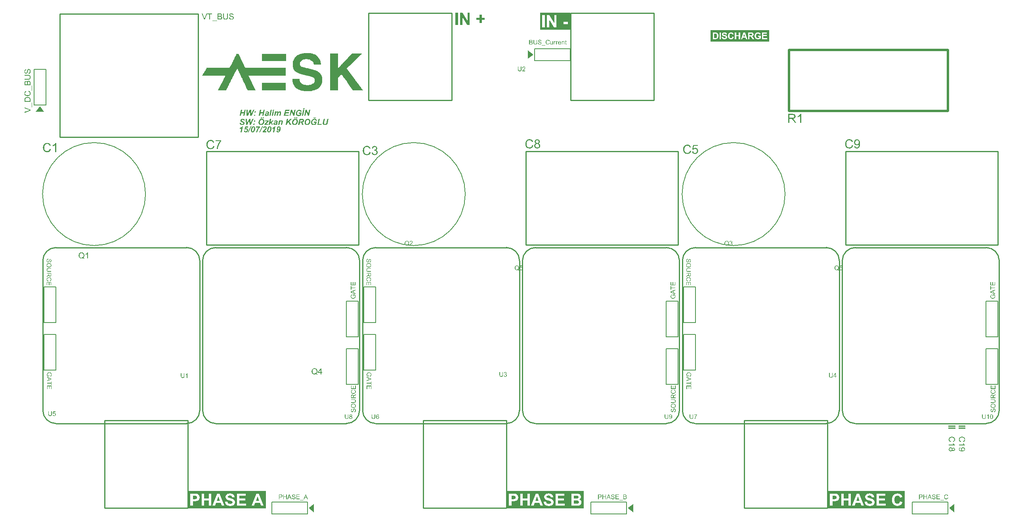
<source format=gto>
G04 Layer_Color=65535*
%FSLAX44Y44*%
%MOMM*%
G71*
G01*
G75*
%ADD36C,0.2540*%
%ADD37C,0.1270*%
%ADD38C,0.2000*%
%ADD39C,0.5000*%
G36*
X771303Y539323D02*
X771422D01*
X771570Y539308D01*
X771719Y539278D01*
X771897Y539263D01*
X772269Y539174D01*
X772685Y539055D01*
X773101Y538907D01*
X773309Y538803D01*
X773517Y538684D01*
X773532D01*
X773561Y538654D01*
X773621Y538625D01*
X773695Y538565D01*
X773784Y538506D01*
X773888Y538417D01*
X774126Y538223D01*
X774393Y537971D01*
X774676Y537659D01*
X774928Y537302D01*
X775166Y536886D01*
Y536871D01*
X775196Y536842D01*
X775226Y536767D01*
X775255Y536678D01*
X775300Y536574D01*
X775344Y536455D01*
X775404Y536307D01*
X775463Y536128D01*
X775508Y535950D01*
X775567Y535742D01*
X775656Y535311D01*
X775716Y534821D01*
X775746Y534286D01*
Y534271D01*
Y534226D01*
Y534167D01*
Y534078D01*
X775731Y533974D01*
Y533855D01*
X775716Y533721D01*
X775701Y533558D01*
X775656Y533231D01*
X775582Y532859D01*
X775493Y532488D01*
X775374Y532116D01*
Y532102D01*
X775359Y532072D01*
X775330Y532027D01*
X775300Y531953D01*
X775270Y531879D01*
X775211Y531775D01*
X775092Y531552D01*
X774943Y531299D01*
X774750Y531017D01*
X774527Y530734D01*
X774260Y530452D01*
X774275D01*
X774304Y530422D01*
X774349Y530393D01*
X774408Y530348D01*
X774497Y530303D01*
X774587Y530244D01*
X774809Y530110D01*
X775062Y529962D01*
X775344Y529813D01*
X775642Y529665D01*
X775939Y529546D01*
X775538Y528669D01*
X775523D01*
X775493Y528684D01*
X775434Y528714D01*
X775359Y528743D01*
X775270Y528773D01*
X775151Y528833D01*
X775032Y528892D01*
X774884Y528951D01*
X774572Y529115D01*
X774215Y529323D01*
X773829Y529561D01*
X773442Y529843D01*
X773428D01*
X773398Y529813D01*
X773338Y529784D01*
X773249Y529754D01*
X773145Y529709D01*
X773026Y529650D01*
X772893Y529605D01*
X772744Y529546D01*
X772566Y529486D01*
X772387Y529442D01*
X771971Y529338D01*
X771526Y529278D01*
X771050Y529249D01*
X770916D01*
X770827Y529263D01*
X770708D01*
X770575Y529278D01*
X770426Y529308D01*
X770263Y529323D01*
X769891Y529397D01*
X769490Y529516D01*
X769074Y529665D01*
X768658Y529873D01*
X768643Y529888D01*
X768613Y529902D01*
X768554Y529947D01*
X768480Y529991D01*
X768390Y530051D01*
X768286Y530140D01*
X768049Y530333D01*
X767781Y530586D01*
X767514Y530898D01*
X767246Y531255D01*
X767009Y531671D01*
Y531685D01*
X766979Y531730D01*
X766949Y531789D01*
X766919Y531879D01*
X766875Y531983D01*
X766830Y532116D01*
X766771Y532265D01*
X766726Y532428D01*
X766667Y532621D01*
X766607Y532815D01*
X766518Y533260D01*
X766459Y533751D01*
X766429Y534286D01*
Y534301D01*
Y534345D01*
Y534434D01*
X766444Y534524D01*
Y534657D01*
X766459Y534806D01*
X766474Y534969D01*
X766503Y535148D01*
X766578Y535564D01*
X766667Y535994D01*
X766815Y536455D01*
X767009Y536901D01*
Y536916D01*
X767038Y536960D01*
X767068Y537020D01*
X767113Y537094D01*
X767172Y537198D01*
X767246Y537317D01*
X767439Y537570D01*
X767677Y537867D01*
X767960Y538164D01*
X768286Y538461D01*
X768673Y538714D01*
X768688Y538729D01*
X768717Y538743D01*
X768777Y538773D01*
X768866Y538818D01*
X768970Y538862D01*
X769089Y538907D01*
X769222Y538966D01*
X769386Y539026D01*
X769549Y539085D01*
X769743Y539145D01*
X770144Y539234D01*
X770604Y539308D01*
X771080Y539338D01*
X771214D01*
X771303Y539323D01*
D02*
G37*
G36*
X780471Y539204D02*
X780590Y539189D01*
X780723Y539174D01*
X780872Y539160D01*
X781035Y539115D01*
X781392Y539026D01*
X781764Y538892D01*
X781957Y538803D01*
X782135Y538699D01*
X782298Y538565D01*
X782462Y538431D01*
X782477Y538417D01*
X782492Y538402D01*
X782536Y538357D01*
X782596Y538298D01*
X782655Y538209D01*
X782729Y538119D01*
X782878Y537896D01*
X783027Y537614D01*
X783160Y537287D01*
X783264Y536916D01*
X783279Y536708D01*
X783294Y536500D01*
Y536470D01*
Y536396D01*
X783279Y536277D01*
X783264Y536128D01*
X783234Y535950D01*
X783190Y535757D01*
X783130Y535549D01*
X783041Y535341D01*
X783027Y535311D01*
X782997Y535237D01*
X782937Y535133D01*
X782848Y534984D01*
X782744Y534806D01*
X782610Y534598D01*
X782432Y534390D01*
X782239Y534152D01*
X782209Y534122D01*
X782135Y534033D01*
X782001Y533899D01*
X781912Y533810D01*
X781808Y533706D01*
X781689Y533587D01*
X781541Y533454D01*
X781392Y533320D01*
X781229Y533157D01*
X781050Y532993D01*
X780842Y532815D01*
X780634Y532636D01*
X780396Y532428D01*
X780382Y532413D01*
X780352Y532384D01*
X780292Y532339D01*
X780218Y532280D01*
X780040Y532131D01*
X779817Y531938D01*
X779594Y531730D01*
X779356Y531522D01*
X779163Y531344D01*
X779089Y531269D01*
X779015Y531195D01*
X779000Y531180D01*
X778970Y531136D01*
X778911Y531076D01*
X778836Y530987D01*
X778673Y530794D01*
X778509Y530556D01*
X783309D01*
Y529412D01*
X776845D01*
Y529427D01*
Y529486D01*
Y529575D01*
X776860Y529679D01*
X776875Y529798D01*
X776890Y529932D01*
X776934Y530081D01*
X776979Y530229D01*
Y530244D01*
X776994Y530259D01*
X777023Y530348D01*
X777083Y530467D01*
X777172Y530645D01*
X777276Y530839D01*
X777425Y531061D01*
X777573Y531284D01*
X777766Y531522D01*
Y531537D01*
X777796Y531552D01*
X777870Y531641D01*
X777989Y531775D01*
X778168Y531953D01*
X778391Y532161D01*
X778658Y532413D01*
X778985Y532696D01*
X779342Y533008D01*
X779356Y533023D01*
X779416Y533067D01*
X779490Y533127D01*
X779594Y533231D01*
X779728Y533335D01*
X779876Y533469D01*
X780203Y533751D01*
X780560Y534093D01*
X780917Y534434D01*
X781095Y534598D01*
X781243Y534761D01*
X781377Y534925D01*
X781496Y535073D01*
Y535088D01*
X781526Y535103D01*
X781555Y535148D01*
X781585Y535207D01*
X781674Y535356D01*
X781778Y535549D01*
X781882Y535772D01*
X781972Y536009D01*
X782031Y536277D01*
X782061Y536530D01*
Y536544D01*
Y536559D01*
X782046Y536648D01*
X782031Y536782D01*
X782001Y536945D01*
X781927Y537139D01*
X781838Y537332D01*
X781719Y537540D01*
X781541Y537733D01*
X781511Y537748D01*
X781451Y537807D01*
X781333Y537882D01*
X781184Y537986D01*
X780991Y538075D01*
X780768Y538149D01*
X780500Y538209D01*
X780203Y538223D01*
X780114D01*
X780055Y538209D01*
X779906Y538194D01*
X779713Y538164D01*
X779490Y538090D01*
X779252Y538000D01*
X779029Y537867D01*
X778821Y537688D01*
X778807Y537659D01*
X778747Y537599D01*
X778658Y537480D01*
X778569Y537317D01*
X778465Y537109D01*
X778391Y536871D01*
X778331Y536589D01*
X778301Y536262D01*
X777068Y536396D01*
Y536411D01*
Y536455D01*
X777083Y536530D01*
X777098Y536619D01*
X777128Y536738D01*
X777142Y536871D01*
X777232Y537168D01*
X777350Y537510D01*
X777514Y537852D01*
X777737Y538194D01*
X777856Y538342D01*
X778004Y538491D01*
X778019Y538506D01*
X778049Y538521D01*
X778093Y538565D01*
X778153Y538610D01*
X778242Y538654D01*
X778346Y538729D01*
X778465Y538788D01*
X778598Y538862D01*
X778747Y538922D01*
X778911Y538996D01*
X779104Y539055D01*
X779297Y539100D01*
X779743Y539189D01*
X779980Y539204D01*
X780233Y539219D01*
X780367D01*
X780471Y539204D01*
D02*
G37*
G36*
X76248Y514661D02*
X76404D01*
X76599Y514642D01*
X76795Y514603D01*
X77029Y514583D01*
X77516Y514466D01*
X78063Y514310D01*
X78609Y514115D01*
X78882Y513979D01*
X79155Y513823D01*
X79174D01*
X79214Y513783D01*
X79292Y513745D01*
X79389Y513666D01*
X79506Y513588D01*
X79643Y513471D01*
X79955Y513218D01*
X80306Y512886D01*
X80676Y512477D01*
X81008Y512008D01*
X81320Y511462D01*
Y511443D01*
X81359Y511404D01*
X81398Y511306D01*
X81437Y511189D01*
X81496Y511053D01*
X81554Y510896D01*
X81632Y510701D01*
X81710Y510467D01*
X81769Y510233D01*
X81847Y509960D01*
X81964Y509394D01*
X82042Y508751D01*
X82081Y508048D01*
Y508029D01*
Y507970D01*
Y507892D01*
Y507775D01*
X82062Y507639D01*
Y507483D01*
X82042Y507307D01*
X82022Y507093D01*
X81964Y506663D01*
X81866Y506176D01*
X81749Y505688D01*
X81593Y505200D01*
Y505181D01*
X81574Y505142D01*
X81535Y505083D01*
X81496Y504986D01*
X81457Y504888D01*
X81379Y504752D01*
X81223Y504459D01*
X81028Y504127D01*
X80774Y503757D01*
X80481Y503386D01*
X80130Y503016D01*
X80150D01*
X80189Y502976D01*
X80247Y502938D01*
X80325Y502879D01*
X80442Y502820D01*
X80560Y502742D01*
X80852Y502567D01*
X81184Y502372D01*
X81554Y502177D01*
X81945Y501982D01*
X82335Y501826D01*
X81808Y500675D01*
X81788D01*
X81749Y500694D01*
X81671Y500733D01*
X81574Y500772D01*
X81457Y500811D01*
X81301Y500889D01*
X81145Y500967D01*
X80950Y501045D01*
X80540Y501260D01*
X80072Y501533D01*
X79565Y501845D01*
X79057Y502216D01*
X79038D01*
X78999Y502177D01*
X78921Y502138D01*
X78804Y502099D01*
X78667Y502040D01*
X78511Y501962D01*
X78336Y501904D01*
X78141Y501826D01*
X77906Y501748D01*
X77672Y501689D01*
X77126Y501553D01*
X76541Y501474D01*
X75917Y501435D01*
X75741D01*
X75624Y501455D01*
X75468D01*
X75293Y501474D01*
X75097Y501513D01*
X74883Y501533D01*
X74395Y501631D01*
X73868Y501787D01*
X73322Y501982D01*
X72776Y502255D01*
X72757Y502274D01*
X72718Y502294D01*
X72639Y502352D01*
X72542Y502411D01*
X72425Y502489D01*
X72288Y502606D01*
X71976Y502859D01*
X71625Y503191D01*
X71274Y503601D01*
X70923Y504069D01*
X70611Y504615D01*
Y504635D01*
X70572Y504693D01*
X70533Y504771D01*
X70494Y504888D01*
X70435Y505025D01*
X70377Y505200D01*
X70299Y505395D01*
X70240Y505610D01*
X70162Y505864D01*
X70084Y506117D01*
X69967Y506702D01*
X69889Y507346D01*
X69850Y508048D01*
Y508068D01*
Y508126D01*
Y508243D01*
X69869Y508360D01*
Y508536D01*
X69889Y508731D01*
X69908Y508946D01*
X69948Y509180D01*
X70045Y509726D01*
X70162Y510292D01*
X70357Y510896D01*
X70611Y511482D01*
Y511501D01*
X70650Y511560D01*
X70689Y511638D01*
X70747Y511735D01*
X70825Y511872D01*
X70923Y512028D01*
X71177Y512360D01*
X71489Y512750D01*
X71859Y513140D01*
X72288Y513530D01*
X72796Y513862D01*
X72815Y513881D01*
X72854Y513900D01*
X72932Y513940D01*
X73049Y513998D01*
X73186Y514057D01*
X73342Y514115D01*
X73517Y514193D01*
X73732Y514271D01*
X73946Y514349D01*
X74200Y514427D01*
X74727Y514544D01*
X75332Y514642D01*
X75956Y514681D01*
X76131D01*
X76248Y514661D01*
D02*
G37*
G36*
X1463612Y539204D02*
X1463805Y539174D01*
X1464028Y539130D01*
X1464281Y539070D01*
X1464533Y538981D01*
X1464786Y538862D01*
X1464801D01*
X1464816Y538848D01*
X1464905Y538803D01*
X1465023Y538729D01*
X1465172Y538625D01*
X1465336Y538491D01*
X1465514Y538327D01*
X1465677Y538134D01*
X1465826Y537926D01*
X1465841Y537896D01*
X1465885Y537822D01*
X1465945Y537703D01*
X1466004Y537555D01*
X1466064Y537362D01*
X1466123Y537154D01*
X1466168Y536931D01*
X1466183Y536678D01*
Y536648D01*
Y536574D01*
X1466168Y536455D01*
X1466138Y536307D01*
X1466093Y536128D01*
X1466034Y535935D01*
X1465960Y535727D01*
X1465841Y535534D01*
X1465826Y535504D01*
X1465781Y535445D01*
X1465692Y535356D01*
X1465588Y535237D01*
X1465439Y535103D01*
X1465276Y534969D01*
X1465068Y534821D01*
X1464830Y534702D01*
X1464845D01*
X1464875Y534687D01*
X1464919D01*
X1464979Y534657D01*
X1465128Y534613D01*
X1465321Y534524D01*
X1465529Y534420D01*
X1465752Y534271D01*
X1465974Y534093D01*
X1466168Y533870D01*
X1466183Y533840D01*
X1466242Y533751D01*
X1466316Y533617D01*
X1466420Y533439D01*
X1466509Y533216D01*
X1466584Y532948D01*
X1466643Y532636D01*
X1466658Y532295D01*
Y532280D01*
Y532235D01*
Y532176D01*
X1466643Y532087D01*
X1466628Y531968D01*
X1466613Y531849D01*
X1466584Y531700D01*
X1466539Y531552D01*
X1466435Y531210D01*
X1466361Y531017D01*
X1466257Y530839D01*
X1466153Y530660D01*
X1466034Y530482D01*
X1465885Y530303D01*
X1465722Y530125D01*
X1465707Y530110D01*
X1465677Y530081D01*
X1465633Y530051D01*
X1465558Y529991D01*
X1465469Y529917D01*
X1465350Y529843D01*
X1465217Y529769D01*
X1465083Y529694D01*
X1464919Y529605D01*
X1464741Y529531D01*
X1464548Y529457D01*
X1464340Y529382D01*
X1464117Y529323D01*
X1463879Y529293D01*
X1463627Y529263D01*
X1463374Y529249D01*
X1463255D01*
X1463166Y529263D01*
X1463047Y529278D01*
X1462928Y529293D01*
X1462780Y529308D01*
X1462631Y529338D01*
X1462289Y529427D01*
X1461933Y529575D01*
X1461754Y529650D01*
X1461591Y529754D01*
X1461413Y529873D01*
X1461249Y530006D01*
X1461234Y530021D01*
X1461220Y530036D01*
X1461175Y530081D01*
X1461116Y530140D01*
X1461056Y530229D01*
X1460982Y530318D01*
X1460893Y530422D01*
X1460818Y530541D01*
X1460640Y530839D01*
X1460491Y531180D01*
X1460358Y531567D01*
X1460313Y531775D01*
X1460284Y531997D01*
X1461487Y532161D01*
Y532146D01*
X1461502Y532116D01*
Y532057D01*
X1461532Y531997D01*
X1461576Y531819D01*
X1461651Y531596D01*
X1461740Y531358D01*
X1461859Y531106D01*
X1462007Y530883D01*
X1462171Y530690D01*
X1462200Y530675D01*
X1462260Y530616D01*
X1462364Y530556D01*
X1462512Y530467D01*
X1462676Y530393D01*
X1462884Y530318D01*
X1463121Y530259D01*
X1463374Y530244D01*
X1463463D01*
X1463523Y530259D01*
X1463671Y530274D01*
X1463864Y530318D01*
X1464102Y530393D01*
X1464340Y530482D01*
X1464578Y530630D01*
X1464801Y530824D01*
X1464830Y530853D01*
X1464890Y530928D01*
X1464979Y531046D01*
X1465098Y531225D01*
X1465202Y531433D01*
X1465291Y531685D01*
X1465350Y531968D01*
X1465380Y532280D01*
Y532295D01*
Y532309D01*
Y532354D01*
X1465365Y532413D01*
X1465350Y532562D01*
X1465306Y532755D01*
X1465246Y532963D01*
X1465142Y533201D01*
X1465009Y533424D01*
X1464830Y533632D01*
X1464801Y533662D01*
X1464741Y533721D01*
X1464622Y533795D01*
X1464459Y533899D01*
X1464266Y534003D01*
X1464028Y534078D01*
X1463775Y534137D01*
X1463478Y534167D01*
X1463344D01*
X1463240Y534152D01*
X1463121Y534137D01*
X1462973Y534122D01*
X1462809Y534093D01*
X1462631Y534048D01*
X1462765Y535103D01*
X1462839D01*
X1462899Y535088D01*
X1463092D01*
X1463226Y535103D01*
X1463419Y535133D01*
X1463627Y535177D01*
X1463850Y535252D01*
X1464087Y535341D01*
X1464325Y535475D01*
X1464355Y535489D01*
X1464429Y535549D01*
X1464518Y535653D01*
X1464637Y535787D01*
X1464756Y535950D01*
X1464845Y536158D01*
X1464919Y536411D01*
X1464949Y536708D01*
Y536723D01*
Y536738D01*
Y536812D01*
X1464919Y536931D01*
X1464890Y537094D01*
X1464845Y537257D01*
X1464756Y537436D01*
X1464652Y537629D01*
X1464503Y537793D01*
X1464489Y537807D01*
X1464429Y537867D01*
X1464325Y537941D01*
X1464191Y538015D01*
X1464028Y538105D01*
X1463835Y538164D01*
X1463612Y538223D01*
X1463359Y538238D01*
X1463240D01*
X1463107Y538209D01*
X1462958Y538179D01*
X1462765Y538134D01*
X1462572Y538045D01*
X1462379Y537941D01*
X1462185Y537793D01*
X1462171Y537778D01*
X1462111Y537718D01*
X1462037Y537614D01*
X1461948Y537466D01*
X1461844Y537287D01*
X1461754Y537064D01*
X1461665Y536797D01*
X1461606Y536485D01*
X1460402Y536693D01*
Y536708D01*
X1460417Y536752D01*
X1460432Y536812D01*
X1460447Y536886D01*
X1460477Y536990D01*
X1460506Y537109D01*
X1460610Y537376D01*
X1460729Y537674D01*
X1460907Y537986D01*
X1461116Y538283D01*
X1461383Y538550D01*
X1461398Y538565D01*
X1461413Y538580D01*
X1461457Y538610D01*
X1461532Y538654D01*
X1461606Y538699D01*
X1461695Y538758D01*
X1461918Y538892D01*
X1462200Y539011D01*
X1462542Y539115D01*
X1462914Y539189D01*
X1463121Y539219D01*
X1463463D01*
X1463612Y539204D01*
D02*
G37*
G36*
X574088Y267011D02*
X574244D01*
X574440Y266992D01*
X574635Y266953D01*
X574869Y266933D01*
X575356Y266816D01*
X575902Y266660D01*
X576449Y266465D01*
X576722Y266329D01*
X576995Y266173D01*
X577014D01*
X577053Y266133D01*
X577132Y266094D01*
X577229Y266016D01*
X577346Y265938D01*
X577483Y265821D01*
X577795Y265568D01*
X578146Y265236D01*
X578517Y264827D01*
X578848Y264358D01*
X579160Y263812D01*
Y263793D01*
X579199Y263754D01*
X579238Y263656D01*
X579277Y263539D01*
X579336Y263403D01*
X579394Y263246D01*
X579472Y263051D01*
X579550Y262817D01*
X579609Y262583D01*
X579687Y262310D01*
X579804Y261744D01*
X579882Y261101D01*
X579921Y260398D01*
Y260379D01*
Y260320D01*
Y260242D01*
Y260125D01*
X579902Y259989D01*
Y259833D01*
X579882Y259657D01*
X579863Y259443D01*
X579804Y259013D01*
X579706Y258526D01*
X579589Y258038D01*
X579433Y257550D01*
Y257531D01*
X579414Y257492D01*
X579375Y257433D01*
X579336Y257336D01*
X579297Y257238D01*
X579219Y257102D01*
X579063Y256809D01*
X578868Y256477D01*
X578614Y256107D01*
X578321Y255736D01*
X577970Y255366D01*
X577990D01*
X578029Y255326D01*
X578087Y255287D01*
X578165Y255229D01*
X578282Y255170D01*
X578400Y255092D01*
X578692Y254917D01*
X579024Y254722D01*
X579394Y254527D01*
X579785Y254332D01*
X580175Y254176D01*
X579648Y253025D01*
X579628D01*
X579589Y253044D01*
X579511Y253083D01*
X579414Y253122D01*
X579297Y253161D01*
X579141Y253239D01*
X578985Y253317D01*
X578790Y253395D01*
X578380Y253610D01*
X577912Y253883D01*
X577405Y254195D01*
X576897Y254566D01*
X576878D01*
X576839Y254527D01*
X576761Y254488D01*
X576644Y254449D01*
X576507Y254390D01*
X576351Y254312D01*
X576176Y254254D01*
X575981Y254176D01*
X575746Y254097D01*
X575512Y254039D01*
X574966Y253902D01*
X574381Y253824D01*
X573757Y253785D01*
X573581D01*
X573464Y253805D01*
X573308D01*
X573133Y253824D01*
X572937Y253863D01*
X572723Y253883D01*
X572235Y253981D01*
X571708Y254137D01*
X571162Y254332D01*
X570616Y254605D01*
X570597Y254624D01*
X570558Y254644D01*
X570480Y254702D01*
X570382Y254761D01*
X570265Y254839D01*
X570128Y254956D01*
X569816Y255209D01*
X569465Y255541D01*
X569114Y255951D01*
X568763Y256419D01*
X568451Y256965D01*
Y256985D01*
X568412Y257043D01*
X568373Y257121D01*
X568334Y257238D01*
X568275Y257375D01*
X568217Y257550D01*
X568139Y257745D01*
X568080Y257960D01*
X568002Y258214D01*
X567924Y258467D01*
X567807Y259052D01*
X567729Y259696D01*
X567690Y260398D01*
Y260418D01*
Y260476D01*
Y260593D01*
X567710Y260711D01*
Y260886D01*
X567729Y261081D01*
X567748Y261296D01*
X567788Y261530D01*
X567885Y262076D01*
X568002Y262642D01*
X568197Y263246D01*
X568451Y263832D01*
Y263851D01*
X568490Y263910D01*
X568529Y263988D01*
X568587Y264085D01*
X568665Y264222D01*
X568763Y264378D01*
X569016Y264709D01*
X569329Y265100D01*
X569699Y265490D01*
X570128Y265880D01*
X570636Y266211D01*
X570655Y266231D01*
X570694Y266250D01*
X570772Y266290D01*
X570889Y266348D01*
X571026Y266407D01*
X571182Y266465D01*
X571357Y266543D01*
X571572Y266621D01*
X571786Y266699D01*
X572040Y266777D01*
X572567Y266894D01*
X573172Y266992D01*
X573796Y267031D01*
X573971D01*
X574088Y267011D01*
D02*
G37*
G36*
X588192Y258506D02*
X589928D01*
Y257063D01*
X588192D01*
Y254000D01*
X586612D01*
Y257063D01*
X581052D01*
Y258506D01*
X586905Y266797D01*
X588192D01*
Y258506D01*
D02*
G37*
G36*
X1454563Y539323D02*
X1454682D01*
X1454830Y539308D01*
X1454979Y539278D01*
X1455157Y539263D01*
X1455529Y539174D01*
X1455945Y539055D01*
X1456361Y538907D01*
X1456569Y538803D01*
X1456777Y538684D01*
X1456792D01*
X1456821Y538654D01*
X1456881Y538625D01*
X1456955Y538565D01*
X1457044Y538506D01*
X1457148Y538417D01*
X1457386Y538223D01*
X1457653Y537971D01*
X1457936Y537659D01*
X1458188Y537302D01*
X1458426Y536886D01*
Y536871D01*
X1458456Y536842D01*
X1458486Y536767D01*
X1458515Y536678D01*
X1458560Y536574D01*
X1458604Y536455D01*
X1458664Y536307D01*
X1458723Y536128D01*
X1458768Y535950D01*
X1458827Y535742D01*
X1458916Y535311D01*
X1458976Y534821D01*
X1459006Y534286D01*
Y534271D01*
Y534226D01*
Y534167D01*
Y534078D01*
X1458991Y533974D01*
Y533855D01*
X1458976Y533721D01*
X1458961Y533558D01*
X1458916Y533231D01*
X1458842Y532859D01*
X1458753Y532488D01*
X1458634Y532116D01*
Y532102D01*
X1458619Y532072D01*
X1458589Y532027D01*
X1458560Y531953D01*
X1458530Y531879D01*
X1458471Y531775D01*
X1458352Y531552D01*
X1458203Y531299D01*
X1458010Y531017D01*
X1457787Y530734D01*
X1457520Y530452D01*
X1457535D01*
X1457564Y530422D01*
X1457609Y530393D01*
X1457668Y530348D01*
X1457757Y530303D01*
X1457847Y530244D01*
X1458069Y530110D01*
X1458322Y529962D01*
X1458604Y529813D01*
X1458902Y529665D01*
X1459199Y529546D01*
X1458798Y528669D01*
X1458783D01*
X1458753Y528684D01*
X1458694Y528714D01*
X1458619Y528743D01*
X1458530Y528773D01*
X1458411Y528833D01*
X1458292Y528892D01*
X1458144Y528951D01*
X1457832Y529115D01*
X1457475Y529323D01*
X1457089Y529561D01*
X1456702Y529843D01*
X1456688D01*
X1456658Y529813D01*
X1456598Y529784D01*
X1456509Y529754D01*
X1456405Y529709D01*
X1456286Y529650D01*
X1456153Y529605D01*
X1456004Y529546D01*
X1455826Y529486D01*
X1455647Y529442D01*
X1455231Y529338D01*
X1454786Y529278D01*
X1454310Y529249D01*
X1454176D01*
X1454087Y529263D01*
X1453968D01*
X1453835Y529278D01*
X1453686Y529308D01*
X1453523Y529323D01*
X1453151Y529397D01*
X1452750Y529516D01*
X1452334Y529665D01*
X1451918Y529873D01*
X1451903Y529888D01*
X1451873Y529902D01*
X1451814Y529947D01*
X1451740Y529991D01*
X1451650Y530051D01*
X1451546Y530140D01*
X1451309Y530333D01*
X1451041Y530586D01*
X1450774Y530898D01*
X1450506Y531255D01*
X1450269Y531671D01*
Y531685D01*
X1450239Y531730D01*
X1450209Y531789D01*
X1450179Y531879D01*
X1450135Y531983D01*
X1450090Y532116D01*
X1450031Y532265D01*
X1449986Y532428D01*
X1449927Y532621D01*
X1449867Y532815D01*
X1449778Y533260D01*
X1449719Y533751D01*
X1449689Y534286D01*
Y534301D01*
Y534345D01*
Y534434D01*
X1449704Y534524D01*
Y534657D01*
X1449719Y534806D01*
X1449734Y534969D01*
X1449763Y535148D01*
X1449838Y535564D01*
X1449927Y535994D01*
X1450075Y536455D01*
X1450269Y536901D01*
Y536916D01*
X1450298Y536960D01*
X1450328Y537020D01*
X1450372Y537094D01*
X1450432Y537198D01*
X1450506Y537317D01*
X1450699Y537570D01*
X1450937Y537867D01*
X1451219Y538164D01*
X1451546Y538461D01*
X1451933Y538714D01*
X1451948Y538729D01*
X1451977Y538743D01*
X1452037Y538773D01*
X1452126Y538818D01*
X1452230Y538862D01*
X1452349Y538907D01*
X1452482Y538966D01*
X1452646Y539026D01*
X1452809Y539085D01*
X1453003Y539145D01*
X1453404Y539234D01*
X1453864Y539308D01*
X1454340Y539338D01*
X1454474D01*
X1454563Y539323D01*
D02*
G37*
G36*
X89669Y501650D02*
X88089D01*
Y511677D01*
X88070Y511657D01*
X87992Y511579D01*
X87855Y511482D01*
X87680Y511345D01*
X87465Y511170D01*
X87211Y510994D01*
X86919Y510779D01*
X86587Y510584D01*
X86568D01*
X86548Y510565D01*
X86431Y510487D01*
X86256Y510389D01*
X86041Y510272D01*
X85787Y510136D01*
X85514Y510019D01*
X85222Y509882D01*
X84949Y509765D01*
Y511306D01*
X84968D01*
X85007Y511326D01*
X85085Y511365D01*
X85163Y511423D01*
X85280Y511482D01*
X85417Y511540D01*
X85729Y511716D01*
X86080Y511930D01*
X86470Y512184D01*
X86860Y512477D01*
X87231Y512789D01*
X87250Y512808D01*
X87270Y512828D01*
X87387Y512945D01*
X87563Y513120D01*
X87777Y513335D01*
X88011Y513608D01*
X88245Y513900D01*
X88460Y514213D01*
X88635Y514525D01*
X89669D01*
Y501650D01*
D02*
G37*
G36*
X339431Y1012190D02*
X337695D01*
X332720Y1025006D01*
X334574D01*
X337890Y1015701D01*
Y1015682D01*
X337909Y1015643D01*
X337929Y1015584D01*
X337968Y1015506D01*
X338027Y1015292D01*
X338124Y1015018D01*
X338241Y1014687D01*
X338358Y1014336D01*
X338573Y1013595D01*
Y1013614D01*
X338592Y1013633D01*
X338612Y1013692D01*
X338631Y1013770D01*
X338690Y1013985D01*
X338768Y1014258D01*
X338865Y1014570D01*
X338982Y1014921D01*
X339119Y1015311D01*
X339255Y1015701D01*
X342728Y1025006D01*
X344444D01*
X339431Y1012190D01*
D02*
G37*
G36*
X396489Y1025201D02*
X396626D01*
X396958Y1025162D01*
X397348Y1025104D01*
X397777Y1025026D01*
X398206Y1024909D01*
X398616Y1024753D01*
X398635D01*
X398655Y1024733D01*
X398713Y1024714D01*
X398791Y1024675D01*
X398987Y1024558D01*
X399240Y1024421D01*
X399513Y1024226D01*
X399786Y1023992D01*
X400059Y1023719D01*
X400293Y1023407D01*
X400313Y1023368D01*
X400391Y1023251D01*
X400489Y1023055D01*
X400586Y1022821D01*
X400703Y1022529D01*
X400820Y1022178D01*
X400898Y1021807D01*
X400937Y1021397D01*
X399318Y1021280D01*
Y1021300D01*
Y1021339D01*
X399299Y1021397D01*
X399279Y1021475D01*
X399240Y1021690D01*
X399162Y1021963D01*
X399045Y1022256D01*
X398889Y1022548D01*
X398674Y1022841D01*
X398421Y1023094D01*
X398382Y1023114D01*
X398284Y1023192D01*
X398109Y1023290D01*
X397874Y1023407D01*
X397562Y1023524D01*
X397172Y1023621D01*
X396724Y1023699D01*
X396197Y1023719D01*
X395943D01*
X395826Y1023699D01*
X395670D01*
X395339Y1023641D01*
X394968Y1023582D01*
X394597Y1023485D01*
X394246Y1023348D01*
X394090Y1023251D01*
X393954Y1023153D01*
X393934Y1023133D01*
X393856Y1023055D01*
X393739Y1022939D01*
X393622Y1022763D01*
X393485Y1022568D01*
X393388Y1022334D01*
X393310Y1022080D01*
X393271Y1021787D01*
Y1021749D01*
Y1021671D01*
X393290Y1021534D01*
X393329Y1021378D01*
X393388Y1021202D01*
X393485Y1021007D01*
X393602Y1020832D01*
X393759Y1020656D01*
X393778Y1020637D01*
X393876Y1020578D01*
X393934Y1020539D01*
X394012Y1020481D01*
X394129Y1020442D01*
X394266Y1020383D01*
X394422Y1020305D01*
X394597Y1020227D01*
X394792Y1020168D01*
X395027Y1020090D01*
X395300Y1019993D01*
X395592Y1019915D01*
X395924Y1019837D01*
X396295Y1019739D01*
X396314D01*
X396392Y1019720D01*
X396489Y1019700D01*
X396626Y1019661D01*
X396802Y1019622D01*
X396997Y1019564D01*
X397426Y1019466D01*
X397894Y1019330D01*
X398362Y1019193D01*
X398596Y1019135D01*
X398791Y1019056D01*
X398987Y1018979D01*
X399142Y1018920D01*
X399162D01*
X399201Y1018901D01*
X399240Y1018861D01*
X399318Y1018822D01*
X399513Y1018705D01*
X399767Y1018569D01*
X400040Y1018374D01*
X400313Y1018140D01*
X400566Y1017886D01*
X400781Y1017613D01*
X400801Y1017574D01*
X400859Y1017477D01*
X400957Y1017320D01*
X401054Y1017086D01*
X401152Y1016833D01*
X401249Y1016521D01*
X401308Y1016170D01*
X401327Y1015799D01*
Y1015779D01*
Y1015760D01*
Y1015701D01*
Y1015623D01*
X401288Y1015428D01*
X401249Y1015175D01*
X401191Y1014882D01*
X401074Y1014550D01*
X400937Y1014199D01*
X400742Y1013868D01*
X400723Y1013829D01*
X400625Y1013712D01*
X400508Y1013556D01*
X400313Y1013360D01*
X400079Y1013126D01*
X399786Y1012892D01*
X399435Y1012678D01*
X399045Y1012463D01*
X399025D01*
X398987Y1012444D01*
X398928Y1012424D01*
X398850Y1012385D01*
X398752Y1012346D01*
X398635Y1012307D01*
X398323Y1012229D01*
X397972Y1012132D01*
X397543Y1012053D01*
X397094Y1011995D01*
X396587Y1011975D01*
X396295D01*
X396158Y1011995D01*
X395982D01*
X395787Y1012014D01*
X395573Y1012034D01*
X395124Y1012093D01*
X394636Y1012190D01*
X394149Y1012307D01*
X393680Y1012463D01*
X393661D01*
X393622Y1012483D01*
X393563Y1012522D01*
X393485Y1012561D01*
X393271Y1012678D01*
X393017Y1012853D01*
X392705Y1013068D01*
X392412Y1013321D01*
X392100Y1013633D01*
X391827Y1013985D01*
Y1014004D01*
X391808Y1014024D01*
X391769Y1014082D01*
X391730Y1014160D01*
X391671Y1014258D01*
X391613Y1014375D01*
X391496Y1014667D01*
X391379Y1014999D01*
X391262Y1015409D01*
X391184Y1015838D01*
X391145Y1016306D01*
X392744Y1016443D01*
Y1016423D01*
Y1016404D01*
X392764Y1016286D01*
X392803Y1016111D01*
X392842Y1015877D01*
X392920Y1015623D01*
X392998Y1015350D01*
X393115Y1015097D01*
X393251Y1014843D01*
X393271Y1014824D01*
X393329Y1014745D01*
X393427Y1014628D01*
X393583Y1014492D01*
X393759Y1014336D01*
X393973Y1014160D01*
X394246Y1014004D01*
X394539Y1013848D01*
X394558D01*
X394578Y1013829D01*
X394695Y1013790D01*
X394870Y1013731D01*
X395124Y1013672D01*
X395397Y1013595D01*
X395748Y1013536D01*
X396119Y1013497D01*
X396509Y1013477D01*
X396665D01*
X396860Y1013497D01*
X397075Y1013516D01*
X397348Y1013536D01*
X397621Y1013595D01*
X397914Y1013653D01*
X398206Y1013751D01*
X398245Y1013770D01*
X398323Y1013809D01*
X398460Y1013868D01*
X398616Y1013965D01*
X398811Y1014082D01*
X398987Y1014219D01*
X399162Y1014375D01*
X399318Y1014550D01*
X399338Y1014570D01*
X399377Y1014648D01*
X399435Y1014745D01*
X399513Y1014882D01*
X399572Y1015038D01*
X399630Y1015233D01*
X399669Y1015428D01*
X399689Y1015643D01*
Y1015662D01*
Y1015740D01*
X399669Y1015857D01*
X399650Y1015994D01*
X399611Y1016170D01*
X399533Y1016345D01*
X399455Y1016521D01*
X399338Y1016696D01*
X399318Y1016716D01*
X399279Y1016774D01*
X399182Y1016852D01*
X399064Y1016969D01*
X398908Y1017086D01*
X398713Y1017203D01*
X398460Y1017340D01*
X398187Y1017457D01*
X398167Y1017477D01*
X398089Y1017496D01*
X397933Y1017535D01*
X397836Y1017574D01*
X397719Y1017613D01*
X397562Y1017652D01*
X397406Y1017691D01*
X397211Y1017750D01*
X397016Y1017808D01*
X396782Y1017867D01*
X396509Y1017925D01*
X396216Y1018003D01*
X395904Y1018081D01*
X395885D01*
X395826Y1018101D01*
X395729Y1018120D01*
X395612Y1018159D01*
X395475Y1018198D01*
X395319Y1018237D01*
X394949Y1018335D01*
X394539Y1018471D01*
X394129Y1018608D01*
X393759Y1018744D01*
X393583Y1018803D01*
X393446Y1018881D01*
X393427D01*
X393407Y1018901D01*
X393290Y1018979D01*
X393134Y1019076D01*
X392939Y1019213D01*
X392705Y1019388D01*
X392491Y1019583D01*
X392276Y1019817D01*
X392081Y1020071D01*
X392061Y1020110D01*
X392003Y1020208D01*
X391944Y1020344D01*
X391866Y1020539D01*
X391769Y1020773D01*
X391710Y1021046D01*
X391652Y1021358D01*
X391632Y1021671D01*
Y1021690D01*
Y1021710D01*
Y1021768D01*
Y1021846D01*
X391671Y1022022D01*
X391710Y1022256D01*
X391769Y1022548D01*
X391866Y1022841D01*
X392003Y1023173D01*
X392178Y1023485D01*
Y1023504D01*
X392198Y1023524D01*
X392276Y1023621D01*
X392412Y1023777D01*
X392588Y1023972D01*
X392803Y1024167D01*
X393076Y1024382D01*
X393407Y1024597D01*
X393778Y1024772D01*
X393797D01*
X393817Y1024792D01*
X393876Y1024811D01*
X393973Y1024850D01*
X394071Y1024870D01*
X394188Y1024909D01*
X394461Y1025006D01*
X394812Y1025084D01*
X395202Y1025143D01*
X395651Y1025201D01*
X396119Y1025221D01*
X396353D01*
X396489Y1025201D01*
D02*
G37*
G36*
X2020622Y168542D02*
X2020800Y168512D01*
X2021008Y168483D01*
X2021246Y168423D01*
X2021483Y168334D01*
X2021706Y168230D01*
X2021736Y168215D01*
X2021810Y168171D01*
X2021914Y168096D01*
X2022063Y168007D01*
X2022212Y167873D01*
X2022375Y167710D01*
X2022538Y167532D01*
X2022687Y167324D01*
X2022702Y167294D01*
X2022746Y167220D01*
X2022821Y167086D01*
X2022910Y166922D01*
X2022999Y166714D01*
X2023103Y166462D01*
X2023207Y166180D01*
X2023296Y165868D01*
Y165853D01*
X2023311Y165823D01*
Y165778D01*
X2023326Y165704D01*
X2023356Y165630D01*
X2023371Y165526D01*
X2023385Y165392D01*
X2023415Y165258D01*
X2023430Y165095D01*
X2023445Y164931D01*
X2023475Y164738D01*
X2023490Y164530D01*
X2023504Y164307D01*
Y164084D01*
X2023519Y163564D01*
Y163549D01*
Y163490D01*
Y163401D01*
Y163282D01*
X2023504Y163133D01*
Y162970D01*
X2023490Y162777D01*
X2023475Y162569D01*
X2023430Y162123D01*
X2023371Y161662D01*
X2023281Y161202D01*
X2023222Y160994D01*
X2023163Y160786D01*
Y160771D01*
X2023148Y160741D01*
X2023133Y160682D01*
X2023103Y160607D01*
X2023059Y160518D01*
X2023014Y160429D01*
X2022895Y160191D01*
X2022746Y159924D01*
X2022568Y159656D01*
X2022360Y159389D01*
X2022108Y159151D01*
X2022093D01*
X2022078Y159122D01*
X2022033Y159107D01*
X2021989Y159062D01*
X2021825Y158973D01*
X2021632Y158869D01*
X2021365Y158765D01*
X2021068Y158676D01*
X2020726Y158616D01*
X2020339Y158587D01*
X2020206D01*
X2020102Y158601D01*
X2019983Y158616D01*
X2019849Y158646D01*
X2019700Y158676D01*
X2019537Y158705D01*
X2019180Y158824D01*
X2018987Y158913D01*
X2018809Y159003D01*
X2018616Y159122D01*
X2018437Y159255D01*
X2018274Y159404D01*
X2018111Y159582D01*
X2018096Y159597D01*
X2018066Y159642D01*
X2018021Y159716D01*
X2017962Y159820D01*
X2017888Y159954D01*
X2017813Y160117D01*
X2017724Y160310D01*
X2017635Y160548D01*
X2017546Y160800D01*
X2017457Y161098D01*
X2017382Y161425D01*
X2017308Y161781D01*
X2017249Y162182D01*
X2017204Y162598D01*
X2017174Y163074D01*
X2017159Y163564D01*
Y163579D01*
Y163639D01*
Y163728D01*
Y163847D01*
X2017174Y163995D01*
Y164159D01*
X2017189Y164352D01*
X2017204Y164560D01*
X2017249Y165006D01*
X2017308Y165466D01*
X2017382Y165927D01*
X2017442Y166135D01*
X2017501Y166343D01*
Y166358D01*
X2017516Y166388D01*
X2017546Y166447D01*
X2017576Y166521D01*
X2017605Y166610D01*
X2017650Y166714D01*
X2017769Y166952D01*
X2017917Y167220D01*
X2018096Y167487D01*
X2018304Y167740D01*
X2018556Y167977D01*
X2018571D01*
X2018586Y168007D01*
X2018631Y168037D01*
X2018690Y168067D01*
X2018839Y168156D01*
X2019047Y168275D01*
X2019299Y168379D01*
X2019611Y168468D01*
X2019953Y168527D01*
X2020339Y168557D01*
X2020473D01*
X2020622Y168542D01*
D02*
G37*
G36*
X388882Y1017594D02*
Y1017574D01*
Y1017515D01*
Y1017418D01*
Y1017281D01*
X388862Y1017106D01*
Y1016930D01*
X388843Y1016716D01*
X388823Y1016482D01*
X388765Y1015994D01*
X388687Y1015487D01*
X388589Y1014979D01*
X388433Y1014531D01*
Y1014511D01*
X388414Y1014472D01*
X388394Y1014414D01*
X388355Y1014336D01*
X388238Y1014141D01*
X388082Y1013868D01*
X387867Y1013575D01*
X387594Y1013263D01*
X387243Y1012970D01*
X386853Y1012678D01*
X386833D01*
X386795Y1012639D01*
X386736Y1012619D01*
X386638Y1012561D01*
X386541Y1012522D01*
X386404Y1012463D01*
X386229Y1012385D01*
X386053Y1012327D01*
X385858Y1012268D01*
X385624Y1012190D01*
X385390Y1012132D01*
X385117Y1012093D01*
X384532Y1012014D01*
X383868Y1011975D01*
X383693D01*
X383576Y1011995D01*
X383420D01*
X383244Y1012014D01*
X383049Y1012034D01*
X382835Y1012053D01*
X382366Y1012132D01*
X381879Y1012229D01*
X381371Y1012385D01*
X380923Y1012580D01*
X380903D01*
X380864Y1012619D01*
X380825Y1012639D01*
X380747Y1012697D01*
X380533Y1012834D01*
X380299Y1013048D01*
X380025Y1013302D01*
X379772Y1013595D01*
X379518Y1013965D01*
X379304Y1014375D01*
Y1014394D01*
X379284Y1014433D01*
X379265Y1014492D01*
X379226Y1014589D01*
X379187Y1014706D01*
X379148Y1014863D01*
X379109Y1015038D01*
X379070Y1015233D01*
X379011Y1015448D01*
X378972Y1015682D01*
X378933Y1015955D01*
X378894Y1016228D01*
X378855Y1016540D01*
X378835Y1016872D01*
X378816Y1017223D01*
Y1017594D01*
Y1025006D01*
X380513D01*
Y1017594D01*
Y1017574D01*
Y1017515D01*
Y1017437D01*
Y1017320D01*
Y1017184D01*
X380533Y1017028D01*
X380552Y1016657D01*
X380591Y1016267D01*
X380630Y1015857D01*
X380708Y1015467D01*
X380747Y1015292D01*
X380806Y1015136D01*
X380825Y1015097D01*
X380864Y1014999D01*
X380942Y1014863D01*
X381059Y1014687D01*
X381196Y1014492D01*
X381391Y1014277D01*
X381605Y1014082D01*
X381879Y1013907D01*
X381918Y1013887D01*
X382015Y1013848D01*
X382171Y1013770D01*
X382386Y1013712D01*
X382659Y1013633D01*
X382971Y1013556D01*
X383322Y1013516D01*
X383712Y1013497D01*
X383888D01*
X384024Y1013516D01*
X384180D01*
X384356Y1013536D01*
X384746Y1013595D01*
X385195Y1013712D01*
X385624Y1013848D01*
X386034Y1014063D01*
X386229Y1014180D01*
X386385Y1014336D01*
Y1014355D01*
X386424Y1014375D01*
X386463Y1014433D01*
X386502Y1014511D01*
X386580Y1014609D01*
X386638Y1014726D01*
X386716Y1014882D01*
X386795Y1015058D01*
X386853Y1015272D01*
X386931Y1015506D01*
X387009Y1015760D01*
X387068Y1016072D01*
X387107Y1016404D01*
X387146Y1016755D01*
X387185Y1017164D01*
Y1017594D01*
Y1025006D01*
X388882D01*
Y1017594D01*
D02*
G37*
G36*
X365668Y1008640D02*
X355251D01*
Y1009771D01*
X365668D01*
Y1008640D01*
D02*
G37*
G36*
X355154Y1023504D02*
X350940D01*
Y1012190D01*
X349243D01*
Y1023504D01*
X345029D01*
Y1025006D01*
X355154D01*
Y1023504D01*
D02*
G37*
G36*
X371950Y1024987D02*
X372086D01*
X372418Y1024967D01*
X372788Y1024909D01*
X373178Y1024850D01*
X373569Y1024753D01*
X373920Y1024616D01*
X373939D01*
X373959Y1024597D01*
X374076Y1024538D01*
X374232Y1024441D01*
X374427Y1024324D01*
X374661Y1024148D01*
X374895Y1023933D01*
X375110Y1023699D01*
X375324Y1023407D01*
X375344Y1023368D01*
X375402Y1023270D01*
X375480Y1023094D01*
X375578Y1022880D01*
X375675Y1022626D01*
X375753Y1022353D01*
X375812Y1022041D01*
X375831Y1021710D01*
Y1021671D01*
Y1021573D01*
X375812Y1021417D01*
X375773Y1021202D01*
X375714Y1020968D01*
X375636Y1020715D01*
X375539Y1020422D01*
X375383Y1020149D01*
X375363Y1020110D01*
X375305Y1020032D01*
X375188Y1019895D01*
X375051Y1019739D01*
X374856Y1019544D01*
X374622Y1019369D01*
X374349Y1019174D01*
X374017Y1018998D01*
X374037D01*
X374076Y1018979D01*
X374134Y1018959D01*
X374212Y1018940D01*
X374427Y1018842D01*
X374680Y1018725D01*
X374973Y1018549D01*
X375266Y1018354D01*
X375558Y1018120D01*
X375812Y1017828D01*
X375831Y1017789D01*
X375909Y1017691D01*
X376007Y1017515D01*
X376143Y1017281D01*
X376261Y1016989D01*
X376358Y1016677D01*
X376436Y1016306D01*
X376456Y1015896D01*
Y1015857D01*
Y1015740D01*
X376436Y1015565D01*
X376417Y1015350D01*
X376358Y1015097D01*
X376300Y1014804D01*
X376202Y1014511D01*
X376065Y1014219D01*
X376046Y1014180D01*
X376007Y1014082D01*
X375909Y1013946D01*
X375812Y1013770D01*
X375675Y1013575D01*
X375519Y1013380D01*
X375324Y1013185D01*
X375129Y1013009D01*
X375110Y1012990D01*
X375032Y1012951D01*
X374915Y1012873D01*
X374739Y1012775D01*
X374544Y1012678D01*
X374290Y1012580D01*
X374017Y1012483D01*
X373725Y1012385D01*
X373686D01*
X373569Y1012346D01*
X373393Y1012327D01*
X373159Y1012288D01*
X372847Y1012249D01*
X372496Y1012229D01*
X372105Y1012190D01*
X366780D01*
Y1025006D01*
X371813D01*
X371950Y1024987D01*
D02*
G37*
G36*
X1018216Y485050D02*
X1014323D01*
X1013788Y482420D01*
X1013802Y482434D01*
X1013832Y482449D01*
X1013877Y482479D01*
X1013936Y482524D01*
X1014025Y482568D01*
X1014115Y482613D01*
X1014352Y482732D01*
X1014620Y482850D01*
X1014932Y482940D01*
X1015274Y483014D01*
X1015630Y483044D01*
X1015749D01*
X1015838Y483029D01*
X1015957Y483014D01*
X1016076Y482999D01*
X1016225Y482969D01*
X1016373Y482940D01*
X1016715Y482821D01*
X1016893Y482761D01*
X1017072Y482672D01*
X1017265Y482568D01*
X1017443Y482449D01*
X1017621Y482316D01*
X1017785Y482152D01*
X1017800Y482137D01*
X1017829Y482108D01*
X1017874Y482063D01*
X1017918Y481989D01*
X1017993Y481899D01*
X1018067Y481796D01*
X1018141Y481677D01*
X1018231Y481543D01*
X1018320Y481380D01*
X1018394Y481216D01*
X1018468Y481023D01*
X1018542Y480830D01*
X1018587Y480607D01*
X1018632Y480384D01*
X1018661Y480131D01*
X1018676Y479879D01*
Y479864D01*
Y479819D01*
Y479745D01*
X1018661Y479656D01*
X1018647Y479537D01*
X1018632Y479403D01*
X1018617Y479255D01*
X1018587Y479091D01*
X1018483Y478735D01*
X1018349Y478363D01*
X1018260Y478155D01*
X1018156Y477962D01*
X1018037Y477769D01*
X1017904Y477590D01*
X1017889Y477575D01*
X1017859Y477546D01*
X1017800Y477486D01*
X1017725Y477412D01*
X1017636Y477323D01*
X1017517Y477219D01*
X1017383Y477115D01*
X1017220Y477011D01*
X1017057Y476892D01*
X1016863Y476788D01*
X1016641Y476684D01*
X1016418Y476595D01*
X1016165Y476521D01*
X1015912Y476461D01*
X1015630Y476431D01*
X1015333Y476417D01*
X1015199D01*
X1015110Y476431D01*
X1015006Y476446D01*
X1014872Y476461D01*
X1014724Y476476D01*
X1014560Y476506D01*
X1014219Y476595D01*
X1013862Y476729D01*
X1013684Y476818D01*
X1013505Y476922D01*
X1013327Y477026D01*
X1013164Y477160D01*
X1013149Y477174D01*
X1013134Y477189D01*
X1013089Y477234D01*
X1013030Y477293D01*
X1012970Y477368D01*
X1012896Y477457D01*
X1012822Y477561D01*
X1012733Y477680D01*
X1012569Y477962D01*
X1012406Y478304D01*
X1012287Y478690D01*
X1012242Y478913D01*
X1012213Y479136D01*
X1013476Y479225D01*
Y479210D01*
Y479180D01*
X1013491Y479136D01*
X1013505Y479076D01*
X1013550Y478913D01*
X1013609Y478705D01*
X1013684Y478482D01*
X1013802Y478259D01*
X1013936Y478036D01*
X1014115Y477843D01*
X1014144Y477828D01*
X1014204Y477769D01*
X1014308Y477709D01*
X1014456Y477620D01*
X1014635Y477546D01*
X1014843Y477472D01*
X1015080Y477412D01*
X1015333Y477397D01*
X1015422D01*
X1015482Y477412D01*
X1015645Y477427D01*
X1015853Y477472D01*
X1016076Y477561D01*
X1016329Y477665D01*
X1016566Y477828D01*
X1016685Y477917D01*
X1016804Y478036D01*
Y478051D01*
X1016834Y478066D01*
X1016893Y478155D01*
X1016997Y478304D01*
X1017101Y478497D01*
X1017205Y478749D01*
X1017309Y479047D01*
X1017369Y479388D01*
X1017398Y479775D01*
Y479790D01*
Y479819D01*
Y479879D01*
X1017383Y479938D01*
Y480027D01*
X1017369Y480131D01*
X1017324Y480369D01*
X1017265Y480622D01*
X1017161Y480889D01*
X1017012Y481157D01*
X1016819Y481394D01*
X1016789Y481424D01*
X1016715Y481483D01*
X1016596Y481587D01*
X1016418Y481692D01*
X1016210Y481796D01*
X1015942Y481899D01*
X1015645Y481959D01*
X1015318Y481989D01*
X1015214D01*
X1015110Y481974D01*
X1014961Y481959D01*
X1014798Y481914D01*
X1014620Y481870D01*
X1014442Y481796D01*
X1014263Y481706D01*
X1014248Y481692D01*
X1014189Y481662D01*
X1014100Y481602D01*
X1013996Y481528D01*
X1013892Y481424D01*
X1013773Y481305D01*
X1013654Y481171D01*
X1013550Y481023D01*
X1012421Y481186D01*
X1013372Y486194D01*
X1018216D01*
Y485050D01*
D02*
G37*
G36*
X1345163Y222599D02*
X1335401D01*
Y229657D01*
X1336545D01*
Y223892D01*
X1339546D01*
Y229285D01*
X1340690D01*
Y223892D01*
X1344019D01*
Y229880D01*
X1345163D01*
Y222599D01*
D02*
G37*
G36*
X1343196Y424625D02*
X1343210Y424595D01*
X1343255Y424550D01*
X1343300Y424476D01*
X1343374Y424387D01*
X1343433Y424283D01*
X1343612Y424030D01*
X1343790Y423733D01*
X1343983Y423406D01*
X1344162Y423035D01*
X1344325Y422663D01*
Y422648D01*
X1344340Y422619D01*
X1344355Y422559D01*
X1344384Y422485D01*
X1344414Y422396D01*
X1344444Y422292D01*
X1344474Y422158D01*
X1344503Y422024D01*
X1344578Y421712D01*
X1344637Y421370D01*
X1344682Y420984D01*
X1344696Y420598D01*
Y420583D01*
Y420538D01*
Y420464D01*
X1344682Y420360D01*
Y420226D01*
X1344667Y420078D01*
X1344652Y419914D01*
X1344622Y419736D01*
X1344548Y419320D01*
X1344444Y418889D01*
X1344295Y418428D01*
X1344087Y417983D01*
X1344072Y417968D01*
X1344057Y417938D01*
X1344028Y417864D01*
X1343968Y417789D01*
X1343909Y417685D01*
X1343835Y417581D01*
X1343642Y417329D01*
X1343389Y417032D01*
X1343077Y416749D01*
X1342720Y416467D01*
X1342319Y416214D01*
X1342304D01*
X1342260Y416185D01*
X1342200Y416155D01*
X1342111Y416125D01*
X1342007Y416081D01*
X1341873Y416021D01*
X1341725Y415977D01*
X1341546Y415917D01*
X1341368Y415858D01*
X1341160Y415813D01*
X1340714Y415709D01*
X1340224Y415650D01*
X1339704Y415620D01*
X1339570D01*
X1339466Y415635D01*
X1339332D01*
X1339184Y415650D01*
X1339020Y415665D01*
X1338842Y415694D01*
X1338426Y415769D01*
X1337980Y415873D01*
X1337505Y416021D01*
X1337044Y416214D01*
X1337029D01*
X1336985Y416244D01*
X1336925Y416274D01*
X1336836Y416318D01*
X1336732Y416393D01*
X1336628Y416467D01*
X1336346Y416645D01*
X1336048Y416898D01*
X1335751Y417180D01*
X1335469Y417537D01*
X1335335Y417715D01*
X1335216Y417923D01*
Y417938D01*
X1335187Y417968D01*
X1335157Y418042D01*
X1335127Y418116D01*
X1335068Y418220D01*
X1335023Y418354D01*
X1334964Y418503D01*
X1334904Y418666D01*
X1334860Y418844D01*
X1334800Y419038D01*
X1334696Y419483D01*
X1334637Y419959D01*
X1334607Y420494D01*
Y420509D01*
Y420538D01*
Y420598D01*
Y420672D01*
X1334622Y420761D01*
Y420880D01*
X1334652Y421133D01*
X1334696Y421415D01*
X1334756Y421742D01*
X1334845Y422069D01*
X1334964Y422396D01*
Y422411D01*
X1334979Y422440D01*
X1334993Y422485D01*
X1335023Y422544D01*
X1335098Y422693D01*
X1335216Y422886D01*
X1335350Y423109D01*
X1335514Y423332D01*
X1335692Y423555D01*
X1335915Y423748D01*
X1335945Y423763D01*
X1336019Y423822D01*
X1336152Y423911D01*
X1336346Y424030D01*
X1336569Y424149D01*
X1336836Y424268D01*
X1337148Y424387D01*
X1337505Y424491D01*
X1337832Y423317D01*
X1337817D01*
X1337802Y423302D01*
X1337713Y423287D01*
X1337579Y423228D01*
X1337401Y423168D01*
X1337222Y423094D01*
X1337029Y423005D01*
X1336836Y422901D01*
X1336658Y422782D01*
X1336643Y422767D01*
X1336583Y422723D01*
X1336509Y422648D01*
X1336405Y422544D01*
X1336301Y422411D01*
X1336182Y422247D01*
X1336078Y422069D01*
X1335974Y421846D01*
X1335959Y421816D01*
X1335930Y421742D01*
X1335885Y421608D01*
X1335840Y421445D01*
X1335796Y421252D01*
X1335751Y421029D01*
X1335722Y420776D01*
X1335707Y420509D01*
Y420494D01*
Y420464D01*
Y420420D01*
Y420360D01*
X1335722Y420197D01*
X1335737Y419989D01*
X1335781Y419751D01*
X1335826Y419483D01*
X1335900Y419231D01*
X1335989Y418978D01*
X1336004Y418948D01*
X1336034Y418874D01*
X1336093Y418755D01*
X1336182Y418607D01*
X1336286Y418443D01*
X1336405Y418265D01*
X1336539Y418101D01*
X1336702Y417938D01*
X1336717Y417923D01*
X1336777Y417879D01*
X1336866Y417804D01*
X1336985Y417715D01*
X1337133Y417611D01*
X1337297Y417507D01*
X1337475Y417418D01*
X1337668Y417329D01*
X1337683D01*
X1337713Y417314D01*
X1337757Y417299D01*
X1337832Y417269D01*
X1337906Y417240D01*
X1338010Y417210D01*
X1338248Y417150D01*
X1338545Y417076D01*
X1338872Y417017D01*
X1339243Y416972D01*
X1339630Y416957D01*
X1339748D01*
X1339852Y416972D01*
X1339956D01*
X1340090Y416987D01*
X1340239Y417002D01*
X1340387Y417017D01*
X1340744Y417061D01*
X1341115Y417150D01*
X1341472Y417254D01*
X1341829Y417403D01*
X1341844D01*
X1341873Y417418D01*
X1341918Y417448D01*
X1341977Y417492D01*
X1342126Y417596D01*
X1342319Y417730D01*
X1342527Y417908D01*
X1342750Y418131D01*
X1342958Y418399D01*
X1343136Y418696D01*
Y418711D01*
X1343151Y418740D01*
X1343181Y418785D01*
X1343196Y418844D01*
X1343225Y418919D01*
X1343270Y419023D01*
X1343344Y419246D01*
X1343419Y419528D01*
X1343493Y419825D01*
X1343537Y420167D01*
X1343552Y420523D01*
Y420538D01*
Y420568D01*
Y420613D01*
Y420672D01*
X1343537Y420835D01*
X1343508Y421044D01*
X1343478Y421281D01*
X1343419Y421564D01*
X1343344Y421861D01*
X1343240Y422158D01*
Y422173D01*
X1343225Y422188D01*
X1343210Y422232D01*
X1343181Y422292D01*
X1343121Y422440D01*
X1343032Y422619D01*
X1342928Y422812D01*
X1342809Y423005D01*
X1342676Y423198D01*
X1342542Y423376D01*
X1340699D01*
Y420509D01*
X1339555D01*
Y424639D01*
X1343181D01*
X1343196Y424625D01*
D02*
G37*
G36*
X1344533Y433124D02*
X1341576Y431995D01*
Y427893D01*
X1344533Y426838D01*
Y425471D01*
X1334771Y429201D01*
Y430613D01*
X1344533Y434580D01*
Y433124D01*
D02*
G37*
G36*
X1342147Y220964D02*
X1342221Y220935D01*
X1342340Y220905D01*
X1342459Y220845D01*
X1342622Y220786D01*
X1342786Y220727D01*
X1342964Y220637D01*
X1343365Y220444D01*
X1343766Y220177D01*
X1344153Y219880D01*
X1344331Y219701D01*
X1344494Y219508D01*
X1344509Y219493D01*
X1344524Y219464D01*
X1344569Y219404D01*
X1344628Y219315D01*
X1344688Y219211D01*
X1344762Y219092D01*
X1344836Y218958D01*
X1344910Y218795D01*
X1344985Y218617D01*
X1345059Y218423D01*
X1345133Y218200D01*
X1345193Y217978D01*
X1345297Y217487D01*
X1345312Y217220D01*
X1345326Y216938D01*
Y216923D01*
Y216863D01*
Y216789D01*
X1345312Y216670D01*
Y216536D01*
X1345297Y216388D01*
X1345267Y216209D01*
X1345252Y216031D01*
X1345163Y215615D01*
X1345059Y215184D01*
X1344895Y214768D01*
X1344806Y214560D01*
X1344688Y214367D01*
X1344673Y214352D01*
X1344658Y214322D01*
X1344613Y214278D01*
X1344569Y214203D01*
X1344420Y214025D01*
X1344212Y213817D01*
X1343959Y213564D01*
X1343633Y213327D01*
X1343261Y213074D01*
X1342830Y212866D01*
X1342815D01*
X1342771Y212851D01*
X1342711Y212822D01*
X1342622Y212792D01*
X1342503Y212747D01*
X1342370Y212703D01*
X1342221Y212658D01*
X1342043Y212614D01*
X1341864Y212569D01*
X1341656Y212524D01*
X1341210Y212435D01*
X1340735Y212376D01*
X1340215Y212361D01*
X1340066D01*
X1339962Y212376D01*
X1339829D01*
X1339665Y212391D01*
X1339502Y212405D01*
X1339308Y212435D01*
X1338893Y212509D01*
X1338447Y212599D01*
X1337986Y212747D01*
X1337555Y212940D01*
X1337540D01*
X1337511Y212970D01*
X1337451Y213000D01*
X1337362Y213044D01*
X1337273Y213104D01*
X1337169Y213178D01*
X1336916Y213371D01*
X1336634Y213594D01*
X1336352Y213876D01*
X1336069Y214218D01*
X1335831Y214590D01*
Y214605D01*
X1335802Y214634D01*
X1335772Y214694D01*
X1335742Y214783D01*
X1335698Y214872D01*
X1335638Y214991D01*
X1335594Y215140D01*
X1335534Y215288D01*
X1335475Y215452D01*
X1335430Y215630D01*
X1335326Y216031D01*
X1335267Y216477D01*
X1335237Y216952D01*
Y216967D01*
Y217012D01*
Y217101D01*
X1335252Y217205D01*
X1335267Y217324D01*
X1335282Y217472D01*
X1335297Y217636D01*
X1335326Y217814D01*
X1335415Y218200D01*
X1335549Y218617D01*
X1335638Y218825D01*
X1335742Y219033D01*
X1335861Y219226D01*
X1335995Y219419D01*
X1336010Y219434D01*
X1336025Y219464D01*
X1336069Y219508D01*
X1336129Y219582D01*
X1336203Y219657D01*
X1336307Y219761D01*
X1336411Y219865D01*
X1336530Y219969D01*
X1336678Y220088D01*
X1336827Y220192D01*
X1337005Y220310D01*
X1337199Y220429D01*
X1337392Y220533D01*
X1337615Y220637D01*
X1338090Y220816D01*
X1338387Y219538D01*
X1338372D01*
X1338343Y219523D01*
X1338283Y219508D01*
X1338209Y219478D01*
X1338120Y219434D01*
X1338016Y219389D01*
X1337793Y219285D01*
X1337540Y219151D01*
X1337273Y218973D01*
X1337035Y218780D01*
X1336827Y218542D01*
X1336812Y218512D01*
X1336753Y218423D01*
X1336678Y218290D01*
X1336575Y218097D01*
X1336485Y217874D01*
X1336411Y217591D01*
X1336352Y217279D01*
X1336337Y216923D01*
Y216908D01*
Y216878D01*
Y216819D01*
X1336352Y216744D01*
Y216640D01*
X1336366Y216536D01*
X1336411Y216269D01*
X1336470Y215972D01*
X1336575Y215660D01*
X1336708Y215348D01*
X1336886Y215050D01*
Y215035D01*
X1336916Y215021D01*
X1336991Y214932D01*
X1337109Y214798D01*
X1337273Y214634D01*
X1337481Y214471D01*
X1337719Y214293D01*
X1338016Y214129D01*
X1338343Y213995D01*
X1338358D01*
X1338387Y213981D01*
X1338432Y213966D01*
X1338506Y213951D01*
X1338580Y213921D01*
X1338685Y213906D01*
X1338922Y213847D01*
X1339205Y213787D01*
X1339517Y213743D01*
X1339858Y213713D01*
X1340215Y213698D01*
X1340423D01*
X1340527Y213713D01*
X1340661D01*
X1340794Y213728D01*
X1340943Y213743D01*
X1341285Y213787D01*
X1341656Y213847D01*
X1342028Y213936D01*
X1342384Y214055D01*
X1342399D01*
X1342429Y214070D01*
X1342473Y214099D01*
X1342533Y214129D01*
X1342711Y214203D01*
X1342904Y214322D01*
X1343142Y214486D01*
X1343365Y214679D01*
X1343588Y214902D01*
X1343781Y215169D01*
Y215184D01*
X1343796Y215199D01*
X1343826Y215244D01*
X1343855Y215303D01*
X1343915Y215466D01*
X1344004Y215674D01*
X1344078Y215912D01*
X1344153Y216194D01*
X1344212Y216507D01*
X1344227Y216833D01*
Y216848D01*
Y216878D01*
Y216938D01*
X1344212Y217012D01*
Y217101D01*
X1344197Y217220D01*
X1344153Y217472D01*
X1344078Y217755D01*
X1343959Y218067D01*
X1343811Y218364D01*
X1343603Y218661D01*
X1343588Y218676D01*
X1343573Y218691D01*
X1343484Y218780D01*
X1343335Y218914D01*
X1343142Y219077D01*
X1342875Y219241D01*
X1342563Y219419D01*
X1342176Y219568D01*
X1341745Y219686D01*
X1342072Y220979D01*
X1342087D01*
X1342147Y220964D01*
D02*
G37*
G36*
X1340557Y191380D02*
X1340690D01*
X1340839Y191365D01*
X1341003Y191350D01*
X1341196Y191321D01*
X1341612Y191246D01*
X1342057Y191142D01*
X1342518Y190994D01*
X1342964Y190786D01*
X1342979D01*
X1343008Y190756D01*
X1343068Y190726D01*
X1343157Y190682D01*
X1343246Y190607D01*
X1343365Y190533D01*
X1343618Y190355D01*
X1343900Y190117D01*
X1344197Y189820D01*
X1344480Y189478D01*
X1344732Y189092D01*
Y189077D01*
X1344762Y189047D01*
X1344792Y188988D01*
X1344821Y188899D01*
X1344866Y188794D01*
X1344925Y188676D01*
X1344970Y188542D01*
X1345029Y188379D01*
X1345133Y188037D01*
X1345237Y187635D01*
X1345297Y187190D01*
X1345326Y186729D01*
Y186714D01*
Y186670D01*
Y186595D01*
X1345312Y186491D01*
Y186373D01*
X1345297Y186239D01*
X1345267Y186075D01*
X1345237Y185897D01*
X1345163Y185526D01*
X1345044Y185110D01*
X1344881Y184679D01*
X1344792Y184471D01*
X1344673Y184263D01*
X1344658Y184248D01*
X1344643Y184218D01*
X1344598Y184158D01*
X1344554Y184084D01*
X1344480Y183995D01*
X1344405Y183891D01*
X1344197Y183653D01*
X1343930Y183386D01*
X1343633Y183104D01*
X1343261Y182851D01*
X1342860Y182613D01*
X1342845D01*
X1342800Y182584D01*
X1342741Y182569D01*
X1342652Y182524D01*
X1342548Y182479D01*
X1342429Y182435D01*
X1342280Y182390D01*
X1342117Y182346D01*
X1341939Y182286D01*
X1341760Y182242D01*
X1341344Y182153D01*
X1340898Y182093D01*
X1340423Y182063D01*
X1340319D01*
X1340185Y182078D01*
X1340022D01*
X1339814Y182108D01*
X1339576Y182138D01*
X1339323Y182167D01*
X1339026Y182227D01*
X1338729Y182301D01*
X1338417Y182376D01*
X1338105Y182479D01*
X1337793Y182613D01*
X1337481Y182762D01*
X1337169Y182925D01*
X1336886Y183133D01*
X1336619Y183356D01*
X1336604Y183371D01*
X1336560Y183416D01*
X1336485Y183490D01*
X1336396Y183594D01*
X1336292Y183728D01*
X1336188Y183876D01*
X1336054Y184055D01*
X1335921Y184263D01*
X1335802Y184500D01*
X1335668Y184753D01*
X1335564Y185035D01*
X1335445Y185332D01*
X1335371Y185644D01*
X1335297Y185986D01*
X1335252Y186358D01*
X1335237Y186729D01*
Y186744D01*
Y186789D01*
Y186863D01*
X1335252Y186952D01*
Y187071D01*
X1335267Y187220D01*
X1335297Y187368D01*
X1335311Y187546D01*
X1335401Y187918D01*
X1335520Y188334D01*
X1335668Y188750D01*
X1335772Y188958D01*
X1335891Y189166D01*
Y189181D01*
X1335921Y189211D01*
X1335950Y189270D01*
X1336010Y189344D01*
X1336069Y189433D01*
X1336158Y189538D01*
X1336352Y189775D01*
X1336604Y190043D01*
X1336916Y190325D01*
X1337273Y190578D01*
X1337689Y190815D01*
X1337704D01*
X1337748Y190845D01*
X1337808Y190875D01*
X1337897Y190905D01*
X1338001Y190949D01*
X1338135Y190994D01*
X1338283Y191053D01*
X1338447Y191112D01*
X1338640Y191157D01*
X1338833Y191217D01*
X1339279Y191306D01*
X1339769Y191365D01*
X1340304Y191395D01*
X1340453D01*
X1340557Y191380D01*
D02*
G37*
G36*
X1341418Y200726D02*
X1341552D01*
X1341716Y200711D01*
X1341894Y200697D01*
X1342265Y200652D01*
X1342652Y200593D01*
X1343038Y200518D01*
X1343380Y200399D01*
X1343395D01*
X1343425Y200385D01*
X1343469Y200370D01*
X1343528Y200340D01*
X1343677Y200251D01*
X1343885Y200132D01*
X1344108Y199968D01*
X1344346Y199760D01*
X1344569Y199493D01*
X1344792Y199196D01*
Y199181D01*
X1344821Y199151D01*
X1344836Y199107D01*
X1344881Y199032D01*
X1344910Y198958D01*
X1344955Y198854D01*
X1345014Y198720D01*
X1345059Y198587D01*
X1345104Y198438D01*
X1345163Y198260D01*
X1345208Y198081D01*
X1345237Y197873D01*
X1345297Y197428D01*
X1345326Y196922D01*
Y196908D01*
Y196863D01*
Y196789D01*
X1345312Y196700D01*
Y196581D01*
X1345297Y196447D01*
X1345282Y196298D01*
X1345267Y196135D01*
X1345208Y195778D01*
X1345133Y195407D01*
X1345014Y195021D01*
X1344866Y194679D01*
Y194664D01*
X1344836Y194634D01*
X1344821Y194604D01*
X1344777Y194545D01*
X1344673Y194382D01*
X1344509Y194203D01*
X1344316Y193995D01*
X1344093Y193802D01*
X1343811Y193609D01*
X1343499Y193445D01*
X1343484D01*
X1343454Y193431D01*
X1343410Y193416D01*
X1343335Y193386D01*
X1343246Y193356D01*
X1343127Y193326D01*
X1342994Y193297D01*
X1342845Y193267D01*
X1342681Y193223D01*
X1342503Y193193D01*
X1342295Y193163D01*
X1342087Y193133D01*
X1341849Y193104D01*
X1341597Y193089D01*
X1341329Y193074D01*
X1335401D01*
Y194367D01*
X1341359D01*
X1341478Y194382D01*
X1341760Y194396D01*
X1342057Y194426D01*
X1342370Y194456D01*
X1342667Y194515D01*
X1342800Y194545D01*
X1342919Y194590D01*
X1342949Y194604D01*
X1343023Y194634D01*
X1343127Y194694D01*
X1343261Y194783D01*
X1343410Y194887D01*
X1343573Y195035D01*
X1343722Y195199D01*
X1343855Y195407D01*
X1343870Y195436D01*
X1343900Y195511D01*
X1343959Y195630D01*
X1344004Y195793D01*
X1344063Y196001D01*
X1344123Y196239D01*
X1344153Y196506D01*
X1344167Y196803D01*
Y196818D01*
Y196863D01*
Y196937D01*
X1344153Y197041D01*
Y197160D01*
X1344138Y197294D01*
X1344093Y197591D01*
X1344004Y197933D01*
X1343900Y198260D01*
X1343737Y198572D01*
X1343647Y198720D01*
X1343528Y198839D01*
X1343514D01*
X1343499Y198869D01*
X1343454Y198899D01*
X1343395Y198928D01*
X1343320Y198988D01*
X1343231Y199032D01*
X1343112Y199092D01*
X1342979Y199151D01*
X1342815Y199196D01*
X1342637Y199255D01*
X1342444Y199315D01*
X1342206Y199359D01*
X1341953Y199389D01*
X1341686Y199419D01*
X1341374Y199448D01*
X1335401D01*
Y200741D01*
X1341285D01*
X1341418Y200726D01*
D02*
G37*
G36*
X1345163Y209879D02*
X1343142Y208587D01*
X1343127D01*
X1343098Y208557D01*
X1343053Y208527D01*
X1342994Y208498D01*
X1342845Y208394D01*
X1342652Y208260D01*
X1342429Y208111D01*
X1342206Y207948D01*
X1341998Y207799D01*
X1341805Y207651D01*
X1341790Y207636D01*
X1341731Y207591D01*
X1341641Y207517D01*
X1341537Y207443D01*
X1341329Y207220D01*
X1341225Y207116D01*
X1341151Y206997D01*
X1341136Y206982D01*
X1341121Y206952D01*
X1341092Y206893D01*
X1341047Y206819D01*
X1340958Y206640D01*
X1340884Y206417D01*
Y206402D01*
X1340869Y206373D01*
Y206313D01*
X1340854Y206239D01*
X1340839Y206135D01*
Y206016D01*
X1340824Y205868D01*
Y205689D01*
Y204203D01*
X1345163D01*
Y202911D01*
X1335401D01*
Y207235D01*
Y207249D01*
Y207294D01*
Y207353D01*
Y207443D01*
X1335415Y207561D01*
Y207680D01*
X1335430Y207978D01*
X1335460Y208290D01*
X1335520Y208616D01*
X1335579Y208929D01*
X1335623Y209077D01*
X1335668Y209211D01*
Y209226D01*
X1335683Y209240D01*
X1335713Y209330D01*
X1335787Y209449D01*
X1335891Y209597D01*
X1336010Y209776D01*
X1336173Y209954D01*
X1336366Y210132D01*
X1336604Y210296D01*
X1336634Y210310D01*
X1336723Y210355D01*
X1336857Y210429D01*
X1337035Y210504D01*
X1337258Y210578D01*
X1337511Y210652D01*
X1337778Y210697D01*
X1338075Y210712D01*
X1338179D01*
X1338254Y210697D01*
X1338343D01*
X1338447Y210682D01*
X1338685Y210622D01*
X1338967Y210548D01*
X1339249Y210429D01*
X1339546Y210251D01*
X1339695Y210147D01*
X1339829Y210028D01*
X1339858Y209998D01*
X1339888Y209954D01*
X1339948Y209909D01*
X1339992Y209835D01*
X1340066Y209746D01*
X1340126Y209642D01*
X1340200Y209523D01*
X1340274Y209389D01*
X1340349Y209226D01*
X1340423Y209062D01*
X1340497Y208869D01*
X1340572Y208676D01*
X1340631Y208453D01*
X1340676Y208215D01*
X1340720Y207963D01*
X1340735Y207992D01*
X1340765Y208052D01*
X1340809Y208141D01*
X1340869Y208245D01*
X1341032Y208498D01*
X1341121Y208631D01*
X1341210Y208735D01*
X1341240Y208765D01*
X1341300Y208839D01*
X1341418Y208943D01*
X1341567Y209077D01*
X1341760Y209240D01*
X1341983Y209419D01*
X1342236Y209612D01*
X1342518Y209805D01*
X1345163Y211499D01*
Y209879D01*
D02*
G37*
G36*
X1335915Y439409D02*
X1344533D01*
Y438116D01*
X1335915D01*
Y434907D01*
X1334771D01*
Y442619D01*
X1335915D01*
Y439409D01*
D02*
G37*
G36*
X1689767Y486491D02*
X1689886D01*
X1690034Y486476D01*
X1690183Y486446D01*
X1690361Y486432D01*
X1690733Y486342D01*
X1691149Y486223D01*
X1691565Y486075D01*
X1691773Y485971D01*
X1691981Y485852D01*
X1691996D01*
X1692025Y485822D01*
X1692085Y485793D01*
X1692159Y485733D01*
X1692248Y485674D01*
X1692352Y485585D01*
X1692590Y485391D01*
X1692857Y485139D01*
X1693140Y484827D01*
X1693392Y484470D01*
X1693630Y484054D01*
Y484039D01*
X1693660Y484010D01*
X1693690Y483935D01*
X1693719Y483846D01*
X1693764Y483742D01*
X1693808Y483623D01*
X1693868Y483475D01*
X1693927Y483296D01*
X1693972Y483118D01*
X1694031Y482910D01*
X1694120Y482479D01*
X1694180Y481989D01*
X1694210Y481454D01*
Y481439D01*
Y481394D01*
Y481335D01*
Y481246D01*
X1694195Y481142D01*
Y481023D01*
X1694180Y480889D01*
X1694165Y480726D01*
X1694120Y480399D01*
X1694046Y480027D01*
X1693957Y479656D01*
X1693838Y479284D01*
Y479269D01*
X1693823Y479240D01*
X1693793Y479195D01*
X1693764Y479121D01*
X1693734Y479047D01*
X1693675Y478943D01*
X1693556Y478720D01*
X1693407Y478467D01*
X1693214Y478185D01*
X1692991Y477902D01*
X1692724Y477620D01*
X1692738D01*
X1692768Y477590D01*
X1692813Y477561D01*
X1692872Y477516D01*
X1692961Y477472D01*
X1693051Y477412D01*
X1693273Y477278D01*
X1693526Y477130D01*
X1693808Y476981D01*
X1694106Y476833D01*
X1694403Y476714D01*
X1694002Y475837D01*
X1693987D01*
X1693957Y475852D01*
X1693898Y475882D01*
X1693823Y475911D01*
X1693734Y475941D01*
X1693615Y476001D01*
X1693496Y476060D01*
X1693348Y476119D01*
X1693036Y476283D01*
X1692679Y476491D01*
X1692293Y476729D01*
X1691906Y477011D01*
X1691892D01*
X1691862Y476981D01*
X1691802Y476951D01*
X1691713Y476922D01*
X1691609Y476877D01*
X1691490Y476818D01*
X1691357Y476773D01*
X1691208Y476714D01*
X1691030Y476654D01*
X1690851Y476610D01*
X1690435Y476506D01*
X1689990Y476446D01*
X1689514Y476417D01*
X1689380D01*
X1689291Y476431D01*
X1689172D01*
X1689039Y476446D01*
X1688890Y476476D01*
X1688727Y476491D01*
X1688355Y476565D01*
X1687954Y476684D01*
X1687538Y476833D01*
X1687122Y477041D01*
X1687107Y477056D01*
X1687077Y477070D01*
X1687018Y477115D01*
X1686944Y477160D01*
X1686854Y477219D01*
X1686750Y477308D01*
X1686513Y477501D01*
X1686245Y477754D01*
X1685978Y478066D01*
X1685710Y478423D01*
X1685473Y478839D01*
Y478853D01*
X1685443Y478898D01*
X1685413Y478957D01*
X1685383Y479047D01*
X1685339Y479151D01*
X1685294Y479284D01*
X1685235Y479433D01*
X1685190Y479596D01*
X1685131Y479790D01*
X1685071Y479983D01*
X1684982Y480429D01*
X1684923Y480919D01*
X1684893Y481454D01*
Y481469D01*
Y481513D01*
Y481602D01*
X1684908Y481692D01*
Y481825D01*
X1684923Y481974D01*
X1684938Y482137D01*
X1684967Y482316D01*
X1685042Y482732D01*
X1685131Y483162D01*
X1685279Y483623D01*
X1685473Y484069D01*
Y484084D01*
X1685502Y484128D01*
X1685532Y484188D01*
X1685576Y484262D01*
X1685636Y484366D01*
X1685710Y484485D01*
X1685903Y484738D01*
X1686141Y485035D01*
X1686423Y485332D01*
X1686750Y485629D01*
X1687137Y485882D01*
X1687152Y485897D01*
X1687181Y485911D01*
X1687241Y485941D01*
X1687330Y485986D01*
X1687434Y486030D01*
X1687553Y486075D01*
X1687686Y486134D01*
X1687850Y486194D01*
X1688013Y486253D01*
X1688207Y486313D01*
X1688608Y486402D01*
X1689068Y486476D01*
X1689544Y486506D01*
X1689678D01*
X1689767Y486491D01*
D02*
G37*
G36*
X1699113Y486372D02*
X1699202D01*
X1699321Y486357D01*
X1699588Y486313D01*
X1699886Y486223D01*
X1700198Y486105D01*
X1700510Y485956D01*
X1700658Y485852D01*
X1700807Y485733D01*
X1700822D01*
X1700837Y485703D01*
X1700926Y485614D01*
X1701045Y485466D01*
X1701193Y485272D01*
X1701357Y485020D01*
X1701490Y484723D01*
X1701624Y484366D01*
X1701698Y483965D01*
X1700510Y483876D01*
Y483891D01*
Y483905D01*
X1700480Y483995D01*
X1700435Y484114D01*
X1700391Y484262D01*
X1700242Y484604D01*
X1700153Y484752D01*
X1700049Y484886D01*
X1700034Y484916D01*
X1699960Y484975D01*
X1699856Y485050D01*
X1699722Y485154D01*
X1699544Y485243D01*
X1699336Y485332D01*
X1699098Y485391D01*
X1698846Y485406D01*
X1698742D01*
X1698638Y485391D01*
X1698504Y485362D01*
X1698340Y485332D01*
X1698162Y485272D01*
X1697999Y485183D01*
X1697820Y485079D01*
X1697791Y485065D01*
X1697731Y485005D01*
X1697627Y484901D01*
X1697508Y484767D01*
X1697360Y484604D01*
X1697211Y484396D01*
X1697063Y484143D01*
X1696929Y483861D01*
Y483846D01*
X1696914Y483831D01*
X1696899Y483772D01*
X1696884Y483712D01*
X1696855Y483638D01*
X1696825Y483534D01*
X1696795Y483415D01*
X1696765Y483281D01*
X1696736Y483133D01*
X1696706Y482969D01*
X1696676Y482776D01*
X1696647Y482583D01*
X1696632Y482360D01*
X1696617Y482122D01*
X1696602Y481870D01*
Y481617D01*
X1696617Y481632D01*
X1696676Y481706D01*
X1696765Y481825D01*
X1696899Y481974D01*
X1697048Y482137D01*
X1697226Y482301D01*
X1697434Y482449D01*
X1697657Y482583D01*
X1697687Y482598D01*
X1697761Y482628D01*
X1697895Y482687D01*
X1698058Y482747D01*
X1698251Y482806D01*
X1698474Y482865D01*
X1698712Y482895D01*
X1698965Y482910D01*
X1699083D01*
X1699173Y482895D01*
X1699276Y482880D01*
X1699395Y482865D01*
X1699678Y482806D01*
X1699990Y482687D01*
X1700168Y482628D01*
X1700332Y482538D01*
X1700510Y482434D01*
X1700688Y482316D01*
X1700852Y482182D01*
X1701015Y482018D01*
X1701030Y482004D01*
X1701045Y481974D01*
X1701089Y481929D01*
X1701149Y481855D01*
X1701208Y481766D01*
X1701283Y481662D01*
X1701357Y481543D01*
X1701446Y481409D01*
X1701520Y481246D01*
X1701595Y481082D01*
X1701669Y480889D01*
X1701728Y480696D01*
X1701788Y480473D01*
X1701832Y480250D01*
X1701847Y479998D01*
X1701862Y479745D01*
Y479730D01*
Y479700D01*
Y479656D01*
Y479596D01*
X1701847Y479507D01*
Y479418D01*
X1701817Y479180D01*
X1701758Y478928D01*
X1701698Y478630D01*
X1701595Y478333D01*
X1701461Y478036D01*
Y478021D01*
X1701446Y478007D01*
X1701416Y477962D01*
X1701387Y477902D01*
X1701297Y477769D01*
X1701178Y477590D01*
X1701015Y477397D01*
X1700822Y477204D01*
X1700614Y477011D01*
X1700361Y476833D01*
X1700332Y476818D01*
X1700242Y476773D01*
X1700094Y476699D01*
X1699915Y476625D01*
X1699678Y476550D01*
X1699410Y476476D01*
X1699113Y476431D01*
X1698801Y476417D01*
X1698742D01*
X1698652Y476431D01*
X1698548D01*
X1698430Y476446D01*
X1698281Y476476D01*
X1698118Y476506D01*
X1697939Y476550D01*
X1697746Y476610D01*
X1697538Y476684D01*
X1697345Y476773D01*
X1697137Y476877D01*
X1696929Y477011D01*
X1696721Y477160D01*
X1696528Y477323D01*
X1696349Y477516D01*
X1696334Y477531D01*
X1696305Y477575D01*
X1696260Y477635D01*
X1696201Y477724D01*
X1696126Y477843D01*
X1696052Y477992D01*
X1695963Y478170D01*
X1695889Y478378D01*
X1695800Y478616D01*
X1695710Y478883D01*
X1695636Y479180D01*
X1695562Y479507D01*
X1695502Y479864D01*
X1695458Y480265D01*
X1695428Y480681D01*
X1695413Y481142D01*
Y481157D01*
Y481171D01*
Y481216D01*
Y481261D01*
Y481409D01*
X1695428Y481602D01*
X1695443Y481840D01*
X1695473Y482108D01*
X1695502Y482405D01*
X1695547Y482717D01*
X1695591Y483059D01*
X1695666Y483400D01*
X1695755Y483742D01*
X1695859Y484069D01*
X1695978Y484411D01*
X1696111Y484708D01*
X1696275Y485005D01*
X1696453Y485258D01*
X1696468Y485272D01*
X1696498Y485302D01*
X1696543Y485362D01*
X1696617Y485436D01*
X1696721Y485525D01*
X1696825Y485614D01*
X1696958Y485718D01*
X1697107Y485822D01*
X1697271Y485926D01*
X1697464Y486030D01*
X1697657Y486119D01*
X1697880Y486209D01*
X1698118Y486283D01*
X1698370Y486342D01*
X1698638Y486372D01*
X1698920Y486387D01*
X1699024D01*
X1699113Y486372D01*
D02*
G37*
G36*
X1006507Y486491D02*
X1006626D01*
X1006774Y486476D01*
X1006923Y486446D01*
X1007101Y486432D01*
X1007473Y486342D01*
X1007889Y486223D01*
X1008305Y486075D01*
X1008513Y485971D01*
X1008721Y485852D01*
X1008736D01*
X1008765Y485822D01*
X1008825Y485793D01*
X1008899Y485733D01*
X1008988Y485674D01*
X1009092Y485585D01*
X1009330Y485391D01*
X1009597Y485139D01*
X1009880Y484827D01*
X1010132Y484470D01*
X1010370Y484054D01*
Y484039D01*
X1010400Y484010D01*
X1010430Y483935D01*
X1010459Y483846D01*
X1010504Y483742D01*
X1010548Y483623D01*
X1010608Y483475D01*
X1010667Y483296D01*
X1010712Y483118D01*
X1010771Y482910D01*
X1010860Y482479D01*
X1010920Y481989D01*
X1010950Y481454D01*
Y481439D01*
Y481394D01*
Y481335D01*
Y481246D01*
X1010935Y481142D01*
Y481023D01*
X1010920Y480889D01*
X1010905Y480726D01*
X1010860Y480399D01*
X1010786Y480027D01*
X1010697Y479656D01*
X1010578Y479284D01*
Y479269D01*
X1010563Y479240D01*
X1010534Y479195D01*
X1010504Y479121D01*
X1010474Y479047D01*
X1010415Y478943D01*
X1010296Y478720D01*
X1010147Y478467D01*
X1009954Y478185D01*
X1009731Y477902D01*
X1009464Y477620D01*
X1009479D01*
X1009508Y477590D01*
X1009553Y477561D01*
X1009612Y477516D01*
X1009701Y477472D01*
X1009791Y477412D01*
X1010014Y477278D01*
X1010266Y477130D01*
X1010548Y476981D01*
X1010846Y476833D01*
X1011143Y476714D01*
X1010742Y475837D01*
X1010727D01*
X1010697Y475852D01*
X1010638Y475882D01*
X1010563Y475911D01*
X1010474Y475941D01*
X1010355Y476001D01*
X1010236Y476060D01*
X1010088Y476119D01*
X1009776Y476283D01*
X1009419Y476491D01*
X1009033Y476729D01*
X1008646Y477011D01*
X1008632D01*
X1008602Y476981D01*
X1008542Y476951D01*
X1008453Y476922D01*
X1008349Y476877D01*
X1008230Y476818D01*
X1008097Y476773D01*
X1007948Y476714D01*
X1007770Y476654D01*
X1007591Y476610D01*
X1007175Y476506D01*
X1006730Y476446D01*
X1006254Y476417D01*
X1006120D01*
X1006031Y476431D01*
X1005912D01*
X1005779Y476446D01*
X1005630Y476476D01*
X1005467Y476491D01*
X1005095Y476565D01*
X1004694Y476684D01*
X1004278Y476833D01*
X1003862Y477041D01*
X1003847Y477056D01*
X1003817Y477070D01*
X1003758Y477115D01*
X1003683Y477160D01*
X1003594Y477219D01*
X1003490Y477308D01*
X1003253Y477501D01*
X1002985Y477754D01*
X1002718Y478066D01*
X1002450Y478423D01*
X1002213Y478839D01*
Y478853D01*
X1002183Y478898D01*
X1002153Y478957D01*
X1002123Y479047D01*
X1002079Y479151D01*
X1002034Y479284D01*
X1001975Y479433D01*
X1001930Y479596D01*
X1001871Y479790D01*
X1001811Y479983D01*
X1001722Y480429D01*
X1001663Y480919D01*
X1001633Y481454D01*
Y481469D01*
Y481513D01*
Y481602D01*
X1001648Y481692D01*
Y481825D01*
X1001663Y481974D01*
X1001678Y482137D01*
X1001707Y482316D01*
X1001782Y482732D01*
X1001871Y483162D01*
X1002019Y483623D01*
X1002213Y484069D01*
Y484084D01*
X1002242Y484128D01*
X1002272Y484188D01*
X1002317Y484262D01*
X1002376Y484366D01*
X1002450Y484485D01*
X1002643Y484738D01*
X1002881Y485035D01*
X1003164Y485332D01*
X1003490Y485629D01*
X1003877Y485882D01*
X1003892Y485897D01*
X1003921Y485911D01*
X1003981Y485941D01*
X1004070Y485986D01*
X1004174Y486030D01*
X1004293Y486075D01*
X1004426Y486134D01*
X1004590Y486194D01*
X1004753Y486253D01*
X1004947Y486313D01*
X1005348Y486402D01*
X1005808Y486476D01*
X1006284Y486506D01*
X1006418D01*
X1006507Y486491D01*
D02*
G37*
G36*
X1545604Y965023D02*
X1419940D01*
Y989617D01*
X1545604D01*
Y965023D01*
D02*
G37*
G36*
X1344533Y443986D02*
X1334771D01*
Y451044D01*
X1335915D01*
Y445279D01*
X1338916D01*
Y450672D01*
X1340060D01*
Y445279D01*
X1343389D01*
Y451267D01*
X1344533D01*
Y443986D01*
D02*
G37*
G36*
X1595397Y810422D02*
X1595631D01*
X1596217Y810393D01*
X1596832Y810334D01*
X1597476Y810217D01*
X1598091Y810100D01*
X1598384Y810012D01*
X1598647Y809924D01*
X1598677D01*
X1598706Y809895D01*
X1598882Y809836D01*
X1599116Y809690D01*
X1599409Y809485D01*
X1599760Y809250D01*
X1600112Y808928D01*
X1600463Y808547D01*
X1600785Y808079D01*
X1600815Y808020D01*
X1600902Y807845D01*
X1601049Y807581D01*
X1601195Y807230D01*
X1601342Y806790D01*
X1601488Y806292D01*
X1601576Y805765D01*
X1601605Y805180D01*
Y805150D01*
Y805092D01*
Y804975D01*
X1601576Y804828D01*
Y804652D01*
X1601547Y804447D01*
X1601429Y803979D01*
X1601283Y803422D01*
X1601049Y802866D01*
X1600697Y802280D01*
X1600492Y801987D01*
X1600258Y801724D01*
X1600199Y801665D01*
X1600112Y801607D01*
X1600024Y801489D01*
X1599877Y801402D01*
X1599702Y801255D01*
X1599497Y801138D01*
X1599262Y800992D01*
X1598999Y800845D01*
X1598677Y800699D01*
X1598354Y800552D01*
X1597974Y800406D01*
X1597593Y800259D01*
X1597154Y800142D01*
X1596685Y800054D01*
X1596187Y799967D01*
X1596246Y799937D01*
X1596363Y799879D01*
X1596539Y799791D01*
X1596744Y799674D01*
X1597242Y799352D01*
X1597505Y799176D01*
X1597710Y799000D01*
X1597769Y798942D01*
X1597915Y798824D01*
X1598120Y798590D01*
X1598384Y798297D01*
X1598706Y797916D01*
X1599057Y797477D01*
X1599438Y796979D01*
X1599819Y796423D01*
X1603157Y791210D01*
X1599965D01*
X1597417Y795193D01*
Y795222D01*
X1597359Y795281D01*
X1597300Y795369D01*
X1597242Y795486D01*
X1597037Y795779D01*
X1596773Y796159D01*
X1596480Y796599D01*
X1596158Y797038D01*
X1595865Y797448D01*
X1595572Y797829D01*
X1595543Y797858D01*
X1595455Y797975D01*
X1595309Y798151D01*
X1595162Y798356D01*
X1594723Y798766D01*
X1594518Y798971D01*
X1594284Y799117D01*
X1594254Y799147D01*
X1594196Y799176D01*
X1594079Y799234D01*
X1593932Y799322D01*
X1593581Y799498D01*
X1593141Y799644D01*
X1593112D01*
X1593054Y799674D01*
X1592937D01*
X1592790Y799703D01*
X1592585Y799732D01*
X1592351D01*
X1592058Y799762D01*
X1588778D01*
Y791210D01*
X1586230D01*
Y810451D01*
X1595162D01*
X1595397Y810422D01*
D02*
G37*
G36*
X1613525Y791210D02*
X1611153D01*
Y806263D01*
X1611123Y806234D01*
X1611006Y806117D01*
X1610801Y805970D01*
X1610538Y805765D01*
X1610215Y805502D01*
X1609835Y805238D01*
X1609395Y804916D01*
X1608898Y804623D01*
X1608868D01*
X1608839Y804594D01*
X1608663Y804477D01*
X1608400Y804330D01*
X1608078Y804155D01*
X1607697Y803950D01*
X1607287Y803774D01*
X1606848Y803569D01*
X1606438Y803393D01*
Y805707D01*
X1606467D01*
X1606525Y805736D01*
X1606642Y805795D01*
X1606760Y805882D01*
X1606935Y805970D01*
X1607140Y806058D01*
X1607609Y806322D01*
X1608136Y806644D01*
X1608722Y807025D01*
X1609308Y807464D01*
X1609864Y807932D01*
X1609893Y807962D01*
X1609922Y807991D01*
X1610098Y808167D01*
X1610362Y808430D01*
X1610684Y808752D01*
X1611035Y809162D01*
X1611387Y809602D01*
X1611709Y810070D01*
X1611973Y810539D01*
X1613525D01*
Y791210D01*
D02*
G37*
G36*
X2014099Y158750D02*
X2012895D01*
Y166388D01*
X2012880Y166373D01*
X2012821Y166313D01*
X2012717Y166239D01*
X2012583Y166135D01*
X2012419Y166001D01*
X2012226Y165868D01*
X2012003Y165704D01*
X2011751Y165555D01*
X2011736D01*
X2011721Y165541D01*
X2011632Y165481D01*
X2011498Y165407D01*
X2011335Y165318D01*
X2011142Y165214D01*
X2010934Y165124D01*
X2010711Y165021D01*
X2010503Y164931D01*
Y166105D01*
X2010518D01*
X2010547Y166120D01*
X2010607Y166150D01*
X2010666Y166194D01*
X2010755Y166239D01*
X2010859Y166283D01*
X2011097Y166417D01*
X2011364Y166581D01*
X2011662Y166774D01*
X2011959Y166997D01*
X2012241Y167234D01*
X2012256Y167249D01*
X2012271Y167264D01*
X2012360Y167353D01*
X2012494Y167487D01*
X2012657Y167651D01*
X2012836Y167859D01*
X2013014Y168081D01*
X2013177Y168319D01*
X2013311Y168557D01*
X2014099D01*
Y158750D01*
D02*
G37*
G36*
X1960376Y106663D02*
X1960396Y106624D01*
X1960435Y106546D01*
X1960493Y106468D01*
X1960552Y106351D01*
X1960610Y106215D01*
X1960786Y105903D01*
X1961000Y105551D01*
X1961254Y105161D01*
X1961546Y104771D01*
X1961859Y104401D01*
X1961878Y104381D01*
X1961898Y104361D01*
X1962015Y104244D01*
X1962190Y104069D01*
X1962405Y103854D01*
X1962678Y103620D01*
X1962970Y103386D01*
X1963283Y103172D01*
X1963595Y102996D01*
Y101962D01*
X1950720D01*
Y103542D01*
X1960747D01*
X1960727Y103562D01*
X1960649Y103640D01*
X1960552Y103776D01*
X1960415Y103952D01*
X1960240Y104166D01*
X1960064Y104420D01*
X1959849Y104713D01*
X1959654Y105044D01*
Y105064D01*
X1959635Y105083D01*
X1959557Y105200D01*
X1959459Y105376D01*
X1959342Y105590D01*
X1959206Y105844D01*
X1959089Y106117D01*
X1958952Y106410D01*
X1958835Y106683D01*
X1960376D01*
Y106663D01*
D02*
G37*
G36*
X1957547Y120631D02*
X1957723D01*
X1957938Y120611D01*
X1958152Y120591D01*
X1958406Y120553D01*
X1958952Y120455D01*
X1959537Y120338D01*
X1960142Y120143D01*
X1960708Y119889D01*
X1960727D01*
X1960766Y119850D01*
X1960844Y119811D01*
X1960961Y119753D01*
X1961078Y119675D01*
X1961215Y119577D01*
X1961546Y119324D01*
X1961917Y119031D01*
X1962288Y118660D01*
X1962658Y118212D01*
X1962970Y117724D01*
Y117704D01*
X1963009Y117665D01*
X1963049Y117587D01*
X1963088Y117470D01*
X1963146Y117353D01*
X1963224Y117197D01*
X1963283Y117002D01*
X1963361Y116807D01*
X1963439Y116593D01*
X1963497Y116358D01*
X1963634Y115832D01*
X1963712Y115246D01*
X1963751Y114622D01*
Y114603D01*
Y114544D01*
Y114427D01*
X1963731Y114291D01*
X1963712Y114135D01*
X1963692Y113940D01*
X1963673Y113725D01*
X1963634Y113491D01*
X1963517Y112984D01*
X1963341Y112437D01*
X1963224Y112164D01*
X1963088Y111891D01*
X1962932Y111638D01*
X1962756Y111384D01*
X1962736Y111365D01*
X1962717Y111326D01*
X1962658Y111267D01*
X1962580Y111170D01*
X1962483Y111072D01*
X1962346Y110935D01*
X1962210Y110799D01*
X1962054Y110662D01*
X1961859Y110506D01*
X1961664Y110370D01*
X1961429Y110214D01*
X1961176Y110058D01*
X1960922Y109921D01*
X1960630Y109784D01*
X1960005Y109550D01*
X1959615Y111228D01*
X1959635D01*
X1959674Y111248D01*
X1959752Y111267D01*
X1959849Y111306D01*
X1959966Y111365D01*
X1960103Y111423D01*
X1960396Y111560D01*
X1960727Y111735D01*
X1961078Y111969D01*
X1961390Y112223D01*
X1961664Y112535D01*
X1961683Y112574D01*
X1961761Y112691D01*
X1961859Y112867D01*
X1961995Y113120D01*
X1962112Y113413D01*
X1962210Y113784D01*
X1962288Y114193D01*
X1962307Y114661D01*
Y114681D01*
Y114720D01*
Y114798D01*
X1962288Y114895D01*
Y115032D01*
X1962268Y115169D01*
X1962210Y115520D01*
X1962132Y115910D01*
X1961995Y116319D01*
X1961820Y116729D01*
X1961586Y117119D01*
Y117139D01*
X1961546Y117158D01*
X1961449Y117275D01*
X1961293Y117451D01*
X1961078Y117665D01*
X1960805Y117880D01*
X1960493Y118114D01*
X1960103Y118329D01*
X1959674Y118504D01*
X1959654D01*
X1959615Y118524D01*
X1959557Y118543D01*
X1959459Y118563D01*
X1959362Y118602D01*
X1959225Y118621D01*
X1958913Y118699D01*
X1958542Y118777D01*
X1958133Y118836D01*
X1957684Y118875D01*
X1957216Y118894D01*
X1956943D01*
X1956806Y118875D01*
X1956631D01*
X1956455Y118855D01*
X1956260Y118836D01*
X1955811Y118777D01*
X1955324Y118699D01*
X1954836Y118582D01*
X1954368Y118426D01*
X1954348D01*
X1954309Y118407D01*
X1954251Y118368D01*
X1954173Y118329D01*
X1953939Y118231D01*
X1953685Y118075D01*
X1953373Y117860D01*
X1953080Y117607D01*
X1952788Y117314D01*
X1952534Y116963D01*
Y116944D01*
X1952515Y116924D01*
X1952476Y116866D01*
X1952437Y116788D01*
X1952359Y116573D01*
X1952242Y116300D01*
X1952144Y115988D01*
X1952047Y115617D01*
X1951969Y115208D01*
X1951949Y114778D01*
Y114759D01*
Y114720D01*
Y114642D01*
X1951969Y114544D01*
Y114427D01*
X1951988Y114271D01*
X1952047Y113940D01*
X1952144Y113569D01*
X1952300Y113159D01*
X1952495Y112769D01*
X1952768Y112379D01*
X1952788Y112359D01*
X1952807Y112340D01*
X1952924Y112223D01*
X1953119Y112047D01*
X1953373Y111833D01*
X1953724Y111618D01*
X1954134Y111384D01*
X1954641Y111189D01*
X1955207Y111033D01*
X1954778Y109336D01*
X1954758D01*
X1954680Y109355D01*
X1954582Y109394D01*
X1954426Y109433D01*
X1954270Y109511D01*
X1954056Y109589D01*
X1953841Y109667D01*
X1953607Y109784D01*
X1953080Y110038D01*
X1952554Y110389D01*
X1952047Y110779D01*
X1951812Y111013D01*
X1951598Y111267D01*
X1951578Y111286D01*
X1951559Y111326D01*
X1951500Y111404D01*
X1951422Y111521D01*
X1951344Y111657D01*
X1951247Y111813D01*
X1951149Y111989D01*
X1951052Y112203D01*
X1950954Y112437D01*
X1950857Y112691D01*
X1950759Y112984D01*
X1950681Y113276D01*
X1950544Y113920D01*
X1950525Y114271D01*
X1950505Y114642D01*
Y114661D01*
Y114739D01*
Y114837D01*
X1950525Y114993D01*
Y115169D01*
X1950544Y115364D01*
X1950583Y115598D01*
X1950603Y115832D01*
X1950720Y116378D01*
X1950857Y116944D01*
X1951071Y117490D01*
X1951188Y117763D01*
X1951344Y118017D01*
X1951364Y118036D01*
X1951383Y118075D01*
X1951442Y118134D01*
X1951500Y118231D01*
X1951695Y118465D01*
X1951969Y118738D01*
X1952300Y119070D01*
X1952729Y119382D01*
X1953217Y119714D01*
X1953783Y119987D01*
X1953802D01*
X1953861Y120006D01*
X1953939Y120045D01*
X1954056Y120084D01*
X1954212Y120143D01*
X1954387Y120201D01*
X1954582Y120260D01*
X1954816Y120318D01*
X1955051Y120377D01*
X1955324Y120435D01*
X1955909Y120553D01*
X1956533Y120631D01*
X1957216Y120650D01*
X1957411D01*
X1957547Y120631D01*
D02*
G37*
G36*
X1933051Y97944D02*
X1933148D01*
X1933285Y97924D01*
X1933558Y97885D01*
X1933890Y97807D01*
X1934241Y97690D01*
X1934592Y97554D01*
X1934924Y97339D01*
X1934943D01*
X1934963Y97300D01*
X1935060Y97222D01*
X1935216Y97066D01*
X1935392Y96871D01*
X1935587Y96617D01*
X1935782Y96305D01*
X1935957Y95934D01*
X1936094Y95525D01*
Y95544D01*
X1936114Y95564D01*
X1936153Y95681D01*
X1936250Y95856D01*
X1936348Y96071D01*
X1936504Y96325D01*
X1936679Y96559D01*
X1936874Y96793D01*
X1937108Y96988D01*
X1937148Y97007D01*
X1937225Y97066D01*
X1937362Y97144D01*
X1937557Y97222D01*
X1937791Y97300D01*
X1938064Y97378D01*
X1938357Y97436D01*
X1938689Y97456D01*
X1938825D01*
X1938923Y97436D01*
X1939040Y97417D01*
X1939176Y97397D01*
X1939508Y97339D01*
X1939879Y97222D01*
X1940269Y97027D01*
X1940483Y96929D01*
X1940678Y96793D01*
X1940873Y96637D01*
X1941049Y96461D01*
X1941068Y96442D01*
X1941088Y96422D01*
X1941146Y96363D01*
X1941205Y96285D01*
X1941263Y96168D01*
X1941361Y96051D01*
X1941439Y95915D01*
X1941537Y95739D01*
X1941712Y95369D01*
X1941849Y94901D01*
X1941966Y94374D01*
X1941985Y94101D01*
X1942005Y93789D01*
Y93769D01*
Y93711D01*
Y93632D01*
X1941985Y93516D01*
Y93359D01*
X1941946Y93203D01*
X1941888Y92813D01*
X1941771Y92384D01*
X1941595Y91935D01*
X1941478Y91701D01*
X1941361Y91487D01*
X1941205Y91272D01*
X1941029Y91077D01*
X1941010Y91058D01*
X1940990Y91038D01*
X1940932Y90979D01*
X1940854Y90921D01*
X1940756Y90843D01*
X1940639Y90745D01*
X1940366Y90550D01*
X1940015Y90375D01*
X1939605Y90199D01*
X1939157Y90082D01*
X1938903Y90063D01*
X1938649Y90043D01*
X1938493D01*
X1938337Y90063D01*
X1938123Y90102D01*
X1937869Y90160D01*
X1937616Y90238D01*
X1937343Y90355D01*
X1937089Y90511D01*
X1937069Y90531D01*
X1936991Y90589D01*
X1936874Y90706D01*
X1936718Y90863D01*
X1936562Y91058D01*
X1936406Y91311D01*
X1936231Y91604D01*
X1936094Y91935D01*
Y91916D01*
X1936075Y91877D01*
X1936055Y91818D01*
X1936016Y91740D01*
X1935918Y91526D01*
X1935802Y91272D01*
X1935626Y90979D01*
X1935411Y90687D01*
X1935138Y90394D01*
X1934846Y90141D01*
X1934807Y90121D01*
X1934690Y90043D01*
X1934514Y89946D01*
X1934260Y89829D01*
X1933968Y89712D01*
X1933617Y89614D01*
X1933226Y89536D01*
X1932797Y89516D01*
X1932641D01*
X1932524Y89536D01*
X1932388Y89556D01*
X1932212Y89575D01*
X1931822Y89653D01*
X1931393Y89809D01*
X1931159Y89887D01*
X1930925Y90004D01*
X1930691Y90141D01*
X1930457Y90297D01*
X1930242Y90472D01*
X1930027Y90687D01*
X1930008Y90706D01*
X1929988Y90745D01*
X1929930Y90804D01*
X1929852Y90901D01*
X1929774Y91019D01*
X1929676Y91155D01*
X1929579Y91311D01*
X1929481Y91506D01*
X1929364Y91721D01*
X1929267Y91955D01*
X1929169Y92208D01*
X1929091Y92482D01*
X1929013Y92755D01*
X1928954Y93067D01*
X1928935Y93398D01*
X1928915Y93750D01*
Y93769D01*
Y93828D01*
Y93925D01*
X1928935Y94062D01*
X1928954Y94218D01*
X1928974Y94413D01*
X1929013Y94608D01*
X1929052Y94842D01*
X1929189Y95330D01*
X1929286Y95583D01*
X1929384Y95837D01*
X1929520Y96090D01*
X1929657Y96344D01*
X1929832Y96578D01*
X1930027Y96812D01*
X1930047Y96832D01*
X1930086Y96871D01*
X1930144Y96910D01*
X1930222Y96988D01*
X1930339Y97085D01*
X1930476Y97183D01*
X1930632Y97280D01*
X1930808Y97378D01*
X1931003Y97495D01*
X1931217Y97592D01*
X1931685Y97788D01*
X1931958Y97866D01*
X1932232Y97905D01*
X1932524Y97944D01*
X1932836Y97963D01*
X1932953D01*
X1933051Y97944D01*
D02*
G37*
G36*
X1959596Y97924D02*
X1959752Y97905D01*
X1959947Y97885D01*
X1960161Y97846D01*
X1960396Y97807D01*
X1960883Y97670D01*
X1961156Y97573D01*
X1961410Y97456D01*
X1961683Y97339D01*
X1961937Y97183D01*
X1962171Y97007D01*
X1962405Y96812D01*
X1962424Y96793D01*
X1962463Y96754D01*
X1962522Y96695D01*
X1962600Y96598D01*
X1962678Y96500D01*
X1962775Y96363D01*
X1962892Y96208D01*
X1963009Y96012D01*
X1963107Y95817D01*
X1963224Y95603D01*
X1963419Y95115D01*
X1963478Y94842D01*
X1963536Y94549D01*
X1963575Y94237D01*
X1963595Y93925D01*
Y93906D01*
Y93867D01*
Y93808D01*
X1963575Y93711D01*
Y93613D01*
X1963556Y93476D01*
X1963517Y93164D01*
X1963419Y92813D01*
X1963302Y92443D01*
X1963146Y92033D01*
X1962912Y91643D01*
Y91623D01*
X1962873Y91604D01*
X1962834Y91545D01*
X1962795Y91467D01*
X1962639Y91292D01*
X1962424Y91058D01*
X1962132Y90804D01*
X1961820Y90531D01*
X1961429Y90277D01*
X1960981Y90063D01*
X1960961D01*
X1960922Y90043D01*
X1960844Y90004D01*
X1960747Y89985D01*
X1960630Y89926D01*
X1960474Y89887D01*
X1960278Y89848D01*
X1960064Y89790D01*
X1959830Y89731D01*
X1959557Y89692D01*
X1959264Y89634D01*
X1958952Y89594D01*
X1958601Y89575D01*
X1958230Y89536D01*
X1957821Y89516D01*
X1956982D01*
X1956787Y89536D01*
X1956533D01*
X1956280Y89556D01*
X1955987Y89575D01*
X1955363Y89653D01*
X1954700Y89751D01*
X1954056Y89887D01*
X1953763Y89965D01*
X1953470Y90063D01*
X1953451D01*
X1953412Y90082D01*
X1953334Y90121D01*
X1953236Y90160D01*
X1953100Y90219D01*
X1952963Y90277D01*
X1952651Y90453D01*
X1952281Y90687D01*
X1951910Y90960D01*
X1951559Y91272D01*
X1951247Y91643D01*
Y91662D01*
X1951208Y91682D01*
X1951188Y91740D01*
X1951130Y91838D01*
X1951071Y91935D01*
X1951013Y92052D01*
X1950876Y92345D01*
X1950739Y92716D01*
X1950623Y93125D01*
X1950544Y93613D01*
X1950505Y94120D01*
Y94140D01*
Y94179D01*
Y94257D01*
X1950525Y94374D01*
Y94491D01*
X1950544Y94647D01*
X1950603Y94998D01*
X1950701Y95388D01*
X1950857Y95798D01*
X1951052Y96188D01*
X1951325Y96578D01*
X1951344Y96598D01*
X1951364Y96617D01*
X1951481Y96734D01*
X1951676Y96890D01*
X1951929Y97085D01*
X1952261Y97280D01*
X1952671Y97456D01*
X1953139Y97612D01*
X1953685Y97710D01*
X1953802Y96208D01*
X1953763D01*
X1953705Y96188D01*
X1953627Y96168D01*
X1953432Y96129D01*
X1953217Y96051D01*
X1952963Y95954D01*
X1952710Y95837D01*
X1952456Y95681D01*
X1952261Y95486D01*
X1952242Y95466D01*
X1952183Y95388D01*
X1952105Y95271D01*
X1952027Y95096D01*
X1951949Y94901D01*
X1951871Y94666D01*
X1951812Y94393D01*
X1951793Y94081D01*
Y94042D01*
Y93964D01*
X1951812Y93828D01*
X1951832Y93652D01*
X1951871Y93457D01*
X1951929Y93242D01*
X1952007Y93028D01*
X1952124Y92813D01*
X1952144Y92794D01*
X1952183Y92716D01*
X1952261Y92618D01*
X1952359Y92501D01*
X1952476Y92345D01*
X1952632Y92208D01*
X1952807Y92052D01*
X1953002Y91916D01*
X1953022Y91896D01*
X1953100Y91857D01*
X1953236Y91799D01*
X1953412Y91701D01*
X1953627Y91623D01*
X1953880Y91526D01*
X1954173Y91428D01*
X1954504Y91331D01*
X1954524D01*
X1954543Y91311D01*
X1954602D01*
X1954660Y91292D01*
X1954855Y91253D01*
X1955109Y91214D01*
X1955402Y91175D01*
X1955714Y91136D01*
X1956065Y91097D01*
X1956748D01*
X1956709Y91116D01*
X1956631Y91194D01*
X1956475Y91292D01*
X1956319Y91448D01*
X1956124Y91623D01*
X1955909Y91857D01*
X1955714Y92111D01*
X1955519Y92404D01*
X1955499Y92443D01*
X1955441Y92540D01*
X1955382Y92716D01*
X1955304Y92930D01*
X1955207Y93184D01*
X1955148Y93476D01*
X1955090Y93808D01*
X1955070Y94159D01*
Y94179D01*
Y94237D01*
Y94315D01*
X1955090Y94432D01*
X1955109Y94569D01*
X1955129Y94725D01*
X1955207Y95096D01*
X1955343Y95525D01*
X1955441Y95739D01*
X1955558Y95973D01*
X1955694Y96188D01*
X1955850Y96422D01*
X1956026Y96637D01*
X1956221Y96851D01*
X1956241Y96871D01*
X1956280Y96890D01*
X1956338Y96949D01*
X1956436Y97027D01*
X1956553Y97105D01*
X1956689Y97202D01*
X1956845Y97300D01*
X1957040Y97397D01*
X1957235Y97495D01*
X1957469Y97592D01*
X1957723Y97690D01*
X1957996Y97768D01*
X1958289Y97846D01*
X1958581Y97905D01*
X1958913Y97924D01*
X1959264Y97944D01*
X1959459D01*
X1959596Y97924D01*
D02*
G37*
G36*
X1016047Y905816D02*
Y905801D01*
Y905757D01*
Y905682D01*
Y905578D01*
X1016032Y905444D01*
Y905311D01*
X1016018Y905147D01*
X1016003Y904969D01*
X1015958Y904597D01*
X1015899Y904211D01*
X1015824Y903825D01*
X1015705Y903483D01*
Y903468D01*
X1015691Y903438D01*
X1015676Y903394D01*
X1015646Y903335D01*
X1015557Y903186D01*
X1015438Y902978D01*
X1015275Y902755D01*
X1015067Y902517D01*
X1014799Y902294D01*
X1014502Y902072D01*
X1014487D01*
X1014457Y902042D01*
X1014413Y902027D01*
X1014339Y901982D01*
X1014264Y901953D01*
X1014160Y901908D01*
X1014026Y901849D01*
X1013893Y901804D01*
X1013744Y901759D01*
X1013566Y901700D01*
X1013388Y901655D01*
X1013179Y901626D01*
X1012734Y901566D01*
X1012228Y901537D01*
X1012095D01*
X1012006Y901551D01*
X1011887D01*
X1011753Y901566D01*
X1011604Y901581D01*
X1011441Y901596D01*
X1011084Y901655D01*
X1010713Y901730D01*
X1010327Y901849D01*
X1009985Y901997D01*
X1009970D01*
X1009940Y902027D01*
X1009911Y902042D01*
X1009851Y902086D01*
X1009688Y902190D01*
X1009509Y902354D01*
X1009301Y902547D01*
X1009108Y902770D01*
X1008915Y903052D01*
X1008752Y903364D01*
Y903379D01*
X1008737Y903409D01*
X1008722Y903453D01*
X1008692Y903528D01*
X1008662Y903617D01*
X1008633Y903736D01*
X1008603Y903869D01*
X1008573Y904018D01*
X1008529Y904182D01*
X1008499Y904360D01*
X1008469Y904568D01*
X1008439Y904776D01*
X1008410Y905014D01*
X1008395Y905266D01*
X1008380Y905534D01*
Y905816D01*
Y911462D01*
X1009673D01*
Y905816D01*
Y905801D01*
Y905757D01*
Y905697D01*
Y905608D01*
Y905504D01*
X1009688Y905385D01*
X1009703Y905103D01*
X1009732Y904806D01*
X1009762Y904493D01*
X1009821Y904196D01*
X1009851Y904063D01*
X1009896Y903944D01*
X1009911Y903914D01*
X1009940Y903840D01*
X1010000Y903736D01*
X1010089Y903602D01*
X1010193Y903453D01*
X1010341Y903290D01*
X1010505Y903141D01*
X1010713Y903008D01*
X1010743Y902993D01*
X1010817Y902963D01*
X1010936Y902904D01*
X1011099Y902859D01*
X1011307Y902800D01*
X1011545Y902740D01*
X1011812Y902710D01*
X1012110Y902696D01*
X1012243D01*
X1012347Y902710D01*
X1012466D01*
X1012600Y902725D01*
X1012897Y902770D01*
X1013239Y902859D01*
X1013566Y902963D01*
X1013878Y903127D01*
X1014026Y903216D01*
X1014145Y903335D01*
Y903349D01*
X1014175Y903364D01*
X1014205Y903409D01*
X1014234Y903468D01*
X1014294Y903542D01*
X1014339Y903632D01*
X1014398Y903751D01*
X1014457Y903884D01*
X1014502Y904048D01*
X1014561Y904226D01*
X1014621Y904419D01*
X1014665Y904657D01*
X1014695Y904910D01*
X1014725Y905177D01*
X1014754Y905489D01*
Y905816D01*
Y911462D01*
X1016047D01*
Y905816D01*
D02*
G37*
G36*
X302139Y246380D02*
X300935D01*
Y254018D01*
X300920Y254003D01*
X300861Y253943D01*
X300757Y253869D01*
X300623Y253765D01*
X300459Y253631D01*
X300266Y253498D01*
X300044Y253334D01*
X299791Y253185D01*
X299776D01*
X299761Y253171D01*
X299672Y253111D01*
X299538Y253037D01*
X299375Y252948D01*
X299182Y252844D01*
X298974Y252754D01*
X298751Y252651D01*
X298543Y252561D01*
Y253735D01*
X298558D01*
X298587Y253750D01*
X298647Y253780D01*
X298706Y253824D01*
X298795Y253869D01*
X298899Y253913D01*
X299137Y254047D01*
X299405Y254211D01*
X299702Y254404D01*
X299999Y254627D01*
X300281Y254865D01*
X300296Y254879D01*
X300311Y254894D01*
X300400Y254983D01*
X300534Y255117D01*
X300697Y255280D01*
X300876Y255489D01*
X301054Y255711D01*
X301217Y255949D01*
X301351Y256187D01*
X302139D01*
Y246380D01*
D02*
G37*
G36*
X295957Y250496D02*
Y250481D01*
Y250436D01*
Y250362D01*
Y250258D01*
X295942Y250124D01*
Y249991D01*
X295928Y249827D01*
X295913Y249649D01*
X295868Y249277D01*
X295809Y248891D01*
X295734Y248505D01*
X295616Y248163D01*
Y248148D01*
X295601Y248118D01*
X295586Y248074D01*
X295556Y248015D01*
X295467Y247866D01*
X295348Y247658D01*
X295185Y247435D01*
X294977Y247197D01*
X294709Y246974D01*
X294412Y246751D01*
X294397D01*
X294367Y246722D01*
X294323Y246707D01*
X294249Y246662D01*
X294174Y246633D01*
X294070Y246588D01*
X293936Y246529D01*
X293803Y246484D01*
X293654Y246439D01*
X293476Y246380D01*
X293298Y246335D01*
X293090Y246306D01*
X292644Y246246D01*
X292139Y246217D01*
X292005D01*
X291916Y246231D01*
X291797D01*
X291663Y246246D01*
X291514Y246261D01*
X291351Y246276D01*
X290994Y246335D01*
X290623Y246410D01*
X290236Y246529D01*
X289895Y246677D01*
X289880D01*
X289850Y246707D01*
X289820Y246722D01*
X289761Y246766D01*
X289598Y246870D01*
X289419Y247034D01*
X289211Y247227D01*
X289018Y247450D01*
X288825Y247732D01*
X288661Y248044D01*
Y248059D01*
X288647Y248089D01*
X288632Y248133D01*
X288602Y248208D01*
X288572Y248297D01*
X288543Y248416D01*
X288513Y248549D01*
X288483Y248698D01*
X288439Y248862D01*
X288409Y249040D01*
X288379Y249248D01*
X288349Y249456D01*
X288320Y249694D01*
X288305Y249946D01*
X288290Y250214D01*
Y250496D01*
Y256142D01*
X289583D01*
Y250496D01*
Y250481D01*
Y250436D01*
Y250377D01*
Y250288D01*
Y250184D01*
X289598Y250065D01*
X289613Y249783D01*
X289642Y249485D01*
X289672Y249174D01*
X289731Y248876D01*
X289761Y248743D01*
X289806Y248624D01*
X289820Y248594D01*
X289850Y248520D01*
X289910Y248416D01*
X289999Y248282D01*
X290103Y248133D01*
X290251Y247970D01*
X290415Y247821D01*
X290623Y247688D01*
X290653Y247673D01*
X290727Y247643D01*
X290846Y247584D01*
X291009Y247539D01*
X291217Y247480D01*
X291455Y247420D01*
X291722Y247390D01*
X292020Y247376D01*
X292153D01*
X292257Y247390D01*
X292376D01*
X292510Y247405D01*
X292807Y247450D01*
X293149Y247539D01*
X293476Y247643D01*
X293788Y247806D01*
X293936Y247896D01*
X294055Y248015D01*
Y248029D01*
X294085Y248044D01*
X294115Y248089D01*
X294144Y248148D01*
X294204Y248223D01*
X294249Y248312D01*
X294308Y248431D01*
X294367Y248564D01*
X294412Y248728D01*
X294471Y248906D01*
X294531Y249099D01*
X294575Y249337D01*
X294605Y249590D01*
X294635Y249857D01*
X294664Y250169D01*
Y250496D01*
Y256142D01*
X295957D01*
Y250496D01*
D02*
G37*
G36*
X1938786Y106663D02*
X1938806Y106624D01*
X1938845Y106546D01*
X1938903Y106468D01*
X1938962Y106351D01*
X1939020Y106215D01*
X1939196Y105903D01*
X1939410Y105551D01*
X1939664Y105161D01*
X1939957Y104771D01*
X1940269Y104401D01*
X1940288Y104381D01*
X1940308Y104361D01*
X1940425Y104244D01*
X1940600Y104069D01*
X1940815Y103854D01*
X1941088Y103620D01*
X1941380Y103386D01*
X1941693Y103172D01*
X1942005Y102996D01*
Y101962D01*
X1929130D01*
Y103542D01*
X1939157D01*
X1939137Y103562D01*
X1939059Y103640D01*
X1938962Y103776D01*
X1938825Y103952D01*
X1938649Y104166D01*
X1938474Y104420D01*
X1938259Y104713D01*
X1938064Y105044D01*
Y105064D01*
X1938045Y105083D01*
X1937967Y105200D01*
X1937869Y105376D01*
X1937752Y105590D01*
X1937616Y105844D01*
X1937499Y106117D01*
X1937362Y106410D01*
X1937245Y106683D01*
X1938786D01*
Y106663D01*
D02*
G37*
G36*
X1033786Y756464D02*
X1034021Y756435D01*
X1034314Y756405D01*
X1034636Y756376D01*
X1034987Y756318D01*
X1035749Y756142D01*
X1036569Y755878D01*
X1036979Y755703D01*
X1037389Y755497D01*
X1037769Y755263D01*
X1038150Y755000D01*
X1038179Y754970D01*
X1038238Y754941D01*
X1038326Y754853D01*
X1038472Y754736D01*
X1038618Y754590D01*
X1038823Y754385D01*
X1039028Y754180D01*
X1039233Y753945D01*
X1039468Y753652D01*
X1039673Y753360D01*
X1039907Y753008D01*
X1040141Y752627D01*
X1040346Y752247D01*
X1040551Y751807D01*
X1040903Y750870D01*
X1038384Y750285D01*
Y750314D01*
X1038355Y750372D01*
X1038326Y750490D01*
X1038267Y750636D01*
X1038179Y750812D01*
X1038091Y751017D01*
X1037886Y751456D01*
X1037623Y751954D01*
X1037271Y752481D01*
X1036891Y752950D01*
X1036422Y753360D01*
X1036364Y753389D01*
X1036188Y753506D01*
X1035924Y753652D01*
X1035544Y753857D01*
X1035104Y754033D01*
X1034548Y754180D01*
X1033933Y754297D01*
X1033230Y754326D01*
X1033025D01*
X1032878Y754297D01*
X1032673D01*
X1032468Y754267D01*
X1031941Y754180D01*
X1031356Y754062D01*
X1030741Y753857D01*
X1030126Y753594D01*
X1029540Y753242D01*
X1029510D01*
X1029481Y753184D01*
X1029305Y753037D01*
X1029042Y752803D01*
X1028720Y752481D01*
X1028398Y752071D01*
X1028046Y751602D01*
X1027724Y751017D01*
X1027460Y750372D01*
Y750343D01*
X1027431Y750285D01*
X1027402Y750197D01*
X1027373Y750050D01*
X1027314Y749904D01*
X1027285Y749699D01*
X1027168Y749230D01*
X1027050Y748674D01*
X1026963Y748059D01*
X1026904Y747385D01*
X1026875Y746682D01*
Y746653D01*
Y746565D01*
Y746448D01*
Y746272D01*
X1026904Y746067D01*
Y745804D01*
X1026933Y745540D01*
X1026963Y745247D01*
X1027050Y744574D01*
X1027168Y743841D01*
X1027343Y743109D01*
X1027578Y742406D01*
Y742377D01*
X1027607Y742319D01*
X1027665Y742231D01*
X1027724Y742114D01*
X1027870Y741762D01*
X1028105Y741382D01*
X1028427Y740913D01*
X1028808Y740474D01*
X1029247Y740034D01*
X1029774Y739654D01*
X1029803D01*
X1029833Y739624D01*
X1029921Y739566D01*
X1030038Y739507D01*
X1030360Y739390D01*
X1030770Y739214D01*
X1031238Y739068D01*
X1031795Y738922D01*
X1032410Y738804D01*
X1033054Y738775D01*
X1033259D01*
X1033406Y738804D01*
X1033581D01*
X1033816Y738834D01*
X1034314Y738922D01*
X1034870Y739068D01*
X1035485Y739302D01*
X1036071Y739595D01*
X1036656Y740005D01*
X1036686Y740034D01*
X1036715Y740064D01*
X1036891Y740239D01*
X1037154Y740532D01*
X1037476Y740913D01*
X1037798Y741440D01*
X1038150Y742055D01*
X1038443Y742816D01*
X1038677Y743666D01*
X1041225Y743021D01*
Y742992D01*
X1041196Y742875D01*
X1041137Y742729D01*
X1041079Y742494D01*
X1040961Y742260D01*
X1040844Y741938D01*
X1040727Y741616D01*
X1040551Y741264D01*
X1040171Y740474D01*
X1039643Y739683D01*
X1039058Y738922D01*
X1038706Y738570D01*
X1038326Y738248D01*
X1038296Y738219D01*
X1038238Y738189D01*
X1038121Y738101D01*
X1037945Y737984D01*
X1037740Y737867D01*
X1037506Y737721D01*
X1037242Y737574D01*
X1036920Y737428D01*
X1036569Y737281D01*
X1036188Y737135D01*
X1035749Y736989D01*
X1035309Y736871D01*
X1034343Y736666D01*
X1033816Y736637D01*
X1033259Y736608D01*
X1032966D01*
X1032732Y736637D01*
X1032468D01*
X1032176Y736666D01*
X1031824Y736725D01*
X1031473Y736754D01*
X1030653Y736930D01*
X1029803Y737135D01*
X1028983Y737457D01*
X1028573Y737633D01*
X1028193Y737867D01*
X1028163Y737896D01*
X1028105Y737926D01*
X1028017Y738014D01*
X1027870Y738101D01*
X1027519Y738394D01*
X1027109Y738804D01*
X1026611Y739302D01*
X1026143Y739947D01*
X1025645Y740679D01*
X1025235Y741528D01*
Y741557D01*
X1025205Y741645D01*
X1025147Y741762D01*
X1025088Y741938D01*
X1025000Y742172D01*
X1024913Y742436D01*
X1024825Y742729D01*
X1024737Y743080D01*
X1024649Y743431D01*
X1024561Y743841D01*
X1024385Y744720D01*
X1024268Y745657D01*
X1024239Y746682D01*
Y746712D01*
Y746829D01*
Y746975D01*
X1024268Y747180D01*
Y747444D01*
X1024298Y747766D01*
X1024327Y748088D01*
X1024385Y748469D01*
X1024532Y749289D01*
X1024708Y750167D01*
X1025000Y751075D01*
X1025381Y751925D01*
Y751954D01*
X1025440Y752012D01*
X1025498Y752130D01*
X1025586Y752305D01*
X1025703Y752481D01*
X1025850Y752686D01*
X1026230Y753184D01*
X1026670Y753740D01*
X1027226Y754297D01*
X1027900Y754853D01*
X1028632Y755322D01*
X1028661D01*
X1028720Y755380D01*
X1028837Y755439D01*
X1029013Y755497D01*
X1029188Y755585D01*
X1029423Y755703D01*
X1029715Y755790D01*
X1030008Y755908D01*
X1030331Y756025D01*
X1030682Y756113D01*
X1031473Y756318D01*
X1032351Y756435D01*
X1033288Y756493D01*
X1033581D01*
X1033786Y756464D01*
D02*
G37*
G36*
X374646Y752492D02*
X374617Y752462D01*
X374558Y752404D01*
X374470Y752287D01*
X374324Y752140D01*
X374178Y751935D01*
X373973Y751701D01*
X373738Y751408D01*
X373504Y751115D01*
X373241Y750764D01*
X372948Y750354D01*
X372626Y749944D01*
X372333Y749475D01*
X372010Y748977D01*
X371659Y748450D01*
X371337Y747865D01*
X370985Y747279D01*
X370956Y747250D01*
X370898Y747132D01*
X370810Y746957D01*
X370693Y746722D01*
X370546Y746430D01*
X370370Y746078D01*
X370165Y745668D01*
X369960Y745229D01*
X369755Y744760D01*
X369521Y744233D01*
X369287Y743677D01*
X369053Y743091D01*
X368613Y741890D01*
X368203Y740602D01*
Y740572D01*
X368174Y740484D01*
X368145Y740367D01*
X368086Y740191D01*
X368028Y739957D01*
X367969Y739694D01*
X367910Y739371D01*
X367823Y739049D01*
X367764Y738669D01*
X367676Y738259D01*
X367530Y737380D01*
X367412Y736384D01*
X367325Y735330D01*
X364894D01*
Y735359D01*
Y735447D01*
Y735564D01*
X364923Y735740D01*
Y735945D01*
X364953Y736209D01*
X364982Y736531D01*
X365011Y736853D01*
X365070Y737234D01*
X365128Y737673D01*
X365187Y738112D01*
X365275Y738581D01*
X365363Y739108D01*
X365480Y739635D01*
X365773Y740807D01*
Y740836D01*
X365802Y740953D01*
X365860Y741129D01*
X365919Y741363D01*
X366007Y741656D01*
X366124Y741978D01*
X366241Y742359D01*
X366387Y742798D01*
X366563Y743237D01*
X366739Y743735D01*
X367149Y744789D01*
X367647Y745902D01*
X368203Y747015D01*
X368233Y747045D01*
X368291Y747162D01*
X368379Y747308D01*
X368496Y747513D01*
X368643Y747777D01*
X368818Y748070D01*
X369023Y748392D01*
X369228Y748772D01*
X369755Y749563D01*
X370341Y750412D01*
X370956Y751262D01*
X371630Y752082D01*
X362200D01*
Y754337D01*
X374646D01*
Y752492D01*
D02*
G37*
G36*
X352447Y754864D02*
X352682Y754835D01*
X352975Y754805D01*
X353297Y754776D01*
X353648Y754717D01*
X354409Y754542D01*
X355229Y754278D01*
X355639Y754102D01*
X356049Y753897D01*
X356430Y753663D01*
X356811Y753400D01*
X356840Y753370D01*
X356899Y753341D01*
X356987Y753253D01*
X357133Y753136D01*
X357280Y752990D01*
X357485Y752785D01*
X357690Y752580D01*
X357895Y752345D01*
X358129Y752052D01*
X358334Y751760D01*
X358568Y751408D01*
X358802Y751027D01*
X359007Y750647D01*
X359212Y750207D01*
X359564Y749270D01*
X357045Y748684D01*
Y748714D01*
X357016Y748772D01*
X356987Y748889D01*
X356928Y749036D01*
X356840Y749212D01*
X356752Y749417D01*
X356547Y749856D01*
X356284Y750354D01*
X355932Y750881D01*
X355552Y751350D01*
X355083Y751760D01*
X355024Y751789D01*
X354849Y751906D01*
X354585Y752052D01*
X354204Y752257D01*
X353765Y752433D01*
X353209Y752580D01*
X352594Y752697D01*
X351891Y752726D01*
X351686D01*
X351539Y752697D01*
X351334D01*
X351129Y752667D01*
X350602Y752580D01*
X350017Y752462D01*
X349402Y752257D01*
X348787Y751994D01*
X348201Y751642D01*
X348172D01*
X348142Y751584D01*
X347966Y751437D01*
X347703Y751203D01*
X347381Y750881D01*
X347059Y750471D01*
X346707Y750002D01*
X346385Y749417D01*
X346121Y748772D01*
Y748743D01*
X346092Y748684D01*
X346063Y748597D01*
X346034Y748450D01*
X345975Y748304D01*
X345946Y748099D01*
X345829Y747630D01*
X345712Y747074D01*
X345624Y746459D01*
X345565Y745785D01*
X345536Y745082D01*
Y745053D01*
Y744965D01*
Y744848D01*
Y744672D01*
X345565Y744467D01*
Y744204D01*
X345594Y743940D01*
X345624Y743647D01*
X345712Y742974D01*
X345829Y742242D01*
X346004Y741509D01*
X346239Y740807D01*
Y740777D01*
X346268Y740719D01*
X346326Y740631D01*
X346385Y740514D01*
X346531Y740162D01*
X346766Y739781D01*
X347088Y739313D01*
X347469Y738874D01*
X347908Y738434D01*
X348435Y738054D01*
X348464D01*
X348494Y738024D01*
X348582Y737966D01*
X348699Y737907D01*
X349021Y737790D01*
X349431Y737614D01*
X349899Y737468D01*
X350456Y737321D01*
X351071Y737204D01*
X351715Y737175D01*
X351920D01*
X352067Y737204D01*
X352242D01*
X352477Y737234D01*
X352975Y737321D01*
X353531Y737468D01*
X354146Y737702D01*
X354732Y737995D01*
X355317Y738405D01*
X355347Y738434D01*
X355376Y738464D01*
X355552Y738639D01*
X355815Y738932D01*
X356137Y739313D01*
X356460Y739840D01*
X356811Y740455D01*
X357104Y741217D01*
X357338Y742066D01*
X359886Y741422D01*
Y741392D01*
X359857Y741275D01*
X359798Y741129D01*
X359740Y740894D01*
X359622Y740660D01*
X359505Y740338D01*
X359388Y740016D01*
X359212Y739664D01*
X358832Y738874D01*
X358304Y738083D01*
X357719Y737321D01*
X357367Y736970D01*
X356987Y736648D01*
X356957Y736619D01*
X356899Y736589D01*
X356782Y736501D01*
X356606Y736384D01*
X356401Y736267D01*
X356167Y736121D01*
X355903Y735974D01*
X355581Y735828D01*
X355229Y735681D01*
X354849Y735535D01*
X354409Y735389D01*
X353970Y735271D01*
X353004Y735066D01*
X352477Y735037D01*
X351920Y735008D01*
X351627D01*
X351393Y735037D01*
X351129D01*
X350837Y735066D01*
X350485Y735125D01*
X350134Y735154D01*
X349314Y735330D01*
X348464Y735535D01*
X347644Y735857D01*
X347234Y736033D01*
X346854Y736267D01*
X346824Y736296D01*
X346766Y736326D01*
X346678Y736414D01*
X346531Y736501D01*
X346180Y736794D01*
X345770Y737204D01*
X345272Y737702D01*
X344804Y738346D01*
X344306Y739079D01*
X343896Y739928D01*
Y739957D01*
X343866Y740045D01*
X343808Y740162D01*
X343749Y740338D01*
X343661Y740572D01*
X343574Y740836D01*
X343486Y741129D01*
X343398Y741480D01*
X343310Y741832D01*
X343222Y742242D01*
X343046Y743120D01*
X342929Y744057D01*
X342900Y745082D01*
Y745112D01*
Y745229D01*
Y745375D01*
X342929Y745580D01*
Y745844D01*
X342959Y746166D01*
X342988Y746488D01*
X343046Y746869D01*
X343193Y747689D01*
X343369Y748567D01*
X343661Y749475D01*
X344042Y750324D01*
Y750354D01*
X344101Y750412D01*
X344159Y750529D01*
X344247Y750705D01*
X344364Y750881D01*
X344511Y751086D01*
X344892Y751584D01*
X345331Y752140D01*
X345887Y752697D01*
X346561Y753253D01*
X347293Y753722D01*
X347322D01*
X347381Y753780D01*
X347498Y753839D01*
X347674Y753897D01*
X347849Y753985D01*
X348084Y754102D01*
X348377Y754190D01*
X348669Y754307D01*
X348992Y754425D01*
X349343Y754512D01*
X350134Y754717D01*
X351012Y754835D01*
X351949Y754893D01*
X352242D01*
X352447Y754864D01*
D02*
G37*
G36*
X1050040Y756230D02*
X1050274D01*
X1050509Y756171D01*
X1051094Y756083D01*
X1051739Y755908D01*
X1052412Y755644D01*
X1052764Y755468D01*
X1053086Y755292D01*
X1053408Y755058D01*
X1053701Y754795D01*
X1053730Y754765D01*
X1053760Y754736D01*
X1053847Y754648D01*
X1053935Y754531D01*
X1054052Y754385D01*
X1054199Y754209D01*
X1054492Y753799D01*
X1054755Y753272D01*
X1055019Y752657D01*
X1055194Y751983D01*
X1055224Y751602D01*
X1055253Y751222D01*
Y751163D01*
Y750987D01*
X1055224Y750753D01*
X1055165Y750431D01*
X1055077Y750050D01*
X1054960Y749669D01*
X1054784Y749259D01*
X1054550Y748879D01*
X1054521Y748849D01*
X1054433Y748732D01*
X1054257Y748557D01*
X1054023Y748322D01*
X1053730Y748088D01*
X1053350Y747854D01*
X1052910Y747590D01*
X1052412Y747385D01*
X1052442D01*
X1052500Y747356D01*
X1052588Y747327D01*
X1052705Y747268D01*
X1053027Y747122D01*
X1053408Y746946D01*
X1053847Y746682D01*
X1054287Y746360D01*
X1054726Y745950D01*
X1055107Y745511D01*
X1055136Y745452D01*
X1055253Y745277D01*
X1055399Y745013D01*
X1055575Y744632D01*
X1055751Y744193D01*
X1055897Y743666D01*
X1056014Y743080D01*
X1056044Y742436D01*
Y742406D01*
Y742319D01*
Y742202D01*
X1056014Y742026D01*
X1055985Y741821D01*
X1055956Y741557D01*
X1055839Y740972D01*
X1055604Y740327D01*
X1055487Y739976D01*
X1055312Y739624D01*
X1055107Y739273D01*
X1054872Y738922D01*
X1054609Y738599D01*
X1054287Y738277D01*
X1054257Y738248D01*
X1054199Y738219D01*
X1054111Y738131D01*
X1053964Y738014D01*
X1053789Y737896D01*
X1053584Y737750D01*
X1053350Y737604D01*
X1053057Y737457D01*
X1052735Y737281D01*
X1052383Y737135D01*
X1052002Y736989D01*
X1051592Y736871D01*
X1051182Y736754D01*
X1050714Y736666D01*
X1050216Y736637D01*
X1049689Y736608D01*
X1049425D01*
X1049220Y736637D01*
X1048986Y736666D01*
X1048693Y736696D01*
X1048400Y736754D01*
X1048049Y736813D01*
X1047317Y737018D01*
X1046936Y737164D01*
X1046555Y737311D01*
X1046174Y737516D01*
X1045794Y737721D01*
X1045442Y737984D01*
X1045091Y738277D01*
X1045061Y738306D01*
X1045003Y738365D01*
X1044944Y738453D01*
X1044827Y738570D01*
X1044681Y738746D01*
X1044534Y738951D01*
X1044388Y739185D01*
X1044241Y739449D01*
X1044066Y739742D01*
X1043919Y740064D01*
X1043626Y740767D01*
X1043509Y741177D01*
X1043451Y741587D01*
X1043392Y742026D01*
X1043363Y742494D01*
Y742524D01*
Y742582D01*
Y742670D01*
X1043392Y742816D01*
Y742963D01*
X1043421Y743168D01*
X1043480Y743578D01*
X1043597Y744076D01*
X1043773Y744603D01*
X1043978Y745130D01*
X1044300Y745628D01*
Y745657D01*
X1044359Y745687D01*
X1044476Y745833D01*
X1044710Y746067D01*
X1045003Y746331D01*
X1045384Y746624D01*
X1045852Y746917D01*
X1046409Y747180D01*
X1047024Y747385D01*
X1046994D01*
X1046965Y747414D01*
X1046789Y747473D01*
X1046526Y747619D01*
X1046204Y747766D01*
X1045823Y748000D01*
X1045471Y748264D01*
X1045120Y748557D01*
X1044827Y748908D01*
X1044798Y748967D01*
X1044710Y749084D01*
X1044593Y749289D01*
X1044476Y749582D01*
X1044359Y749933D01*
X1044241Y750343D01*
X1044154Y750782D01*
X1044124Y751280D01*
Y751310D01*
Y751368D01*
Y751485D01*
X1044154Y751632D01*
X1044183Y751807D01*
X1044212Y752012D01*
X1044300Y752510D01*
X1044476Y753067D01*
X1044769Y753652D01*
X1044915Y753975D01*
X1045120Y754267D01*
X1045354Y754560D01*
X1045618Y754824D01*
X1045647Y754853D01*
X1045676Y754882D01*
X1045764Y754970D01*
X1045882Y755058D01*
X1046057Y755146D01*
X1046233Y755292D01*
X1046438Y755410D01*
X1046702Y755556D01*
X1047258Y755820D01*
X1047961Y756025D01*
X1048752Y756200D01*
X1049162Y756230D01*
X1049630Y756259D01*
X1049864D01*
X1050040Y756230D01*
D02*
G37*
G36*
X1935957Y120631D02*
X1936133D01*
X1936348Y120611D01*
X1936562Y120591D01*
X1936816Y120553D01*
X1937362Y120455D01*
X1937947Y120338D01*
X1938552Y120143D01*
X1939118Y119889D01*
X1939137D01*
X1939176Y119850D01*
X1939254Y119811D01*
X1939371Y119753D01*
X1939488Y119675D01*
X1939625Y119577D01*
X1939957Y119324D01*
X1940327Y119031D01*
X1940698Y118660D01*
X1941068Y118212D01*
X1941380Y117724D01*
Y117704D01*
X1941420Y117665D01*
X1941459Y117587D01*
X1941498Y117470D01*
X1941556Y117353D01*
X1941634Y117197D01*
X1941693Y117002D01*
X1941771Y116807D01*
X1941849Y116593D01*
X1941907Y116358D01*
X1942044Y115832D01*
X1942122Y115246D01*
X1942161Y114622D01*
Y114603D01*
Y114544D01*
Y114427D01*
X1942141Y114291D01*
X1942122Y114135D01*
X1942102Y113940D01*
X1942083Y113725D01*
X1942044Y113491D01*
X1941927Y112984D01*
X1941751Y112437D01*
X1941634Y112164D01*
X1941498Y111891D01*
X1941342Y111638D01*
X1941166Y111384D01*
X1941146Y111365D01*
X1941127Y111326D01*
X1941068Y111267D01*
X1940990Y111170D01*
X1940893Y111072D01*
X1940756Y110935D01*
X1940620Y110799D01*
X1940464Y110662D01*
X1940269Y110506D01*
X1940074Y110370D01*
X1939839Y110214D01*
X1939586Y110058D01*
X1939332Y109921D01*
X1939040Y109784D01*
X1938415Y109550D01*
X1938025Y111228D01*
X1938045D01*
X1938084Y111248D01*
X1938162Y111267D01*
X1938259Y111306D01*
X1938376Y111365D01*
X1938513Y111423D01*
X1938806Y111560D01*
X1939137Y111735D01*
X1939488Y111969D01*
X1939800Y112223D01*
X1940074Y112535D01*
X1940093Y112574D01*
X1940171Y112691D01*
X1940269Y112867D01*
X1940405Y113120D01*
X1940522Y113413D01*
X1940620Y113784D01*
X1940698Y114193D01*
X1940717Y114661D01*
Y114681D01*
Y114720D01*
Y114798D01*
X1940698Y114895D01*
Y115032D01*
X1940678Y115169D01*
X1940620Y115520D01*
X1940542Y115910D01*
X1940405Y116319D01*
X1940230Y116729D01*
X1939996Y117119D01*
Y117139D01*
X1939957Y117158D01*
X1939859Y117275D01*
X1939703Y117451D01*
X1939488Y117665D01*
X1939215Y117880D01*
X1938903Y118114D01*
X1938513Y118329D01*
X1938084Y118504D01*
X1938064D01*
X1938025Y118524D01*
X1937967Y118543D01*
X1937869Y118563D01*
X1937772Y118602D01*
X1937635Y118621D01*
X1937323Y118699D01*
X1936952Y118777D01*
X1936543Y118836D01*
X1936094Y118875D01*
X1935626Y118894D01*
X1935353D01*
X1935216Y118875D01*
X1935041D01*
X1934865Y118855D01*
X1934670Y118836D01*
X1934221Y118777D01*
X1933734Y118699D01*
X1933246Y118582D01*
X1932778Y118426D01*
X1932758D01*
X1932719Y118407D01*
X1932661Y118368D01*
X1932583Y118329D01*
X1932349Y118231D01*
X1932095Y118075D01*
X1931783Y117860D01*
X1931490Y117607D01*
X1931198Y117314D01*
X1930944Y116963D01*
Y116944D01*
X1930925Y116924D01*
X1930886Y116866D01*
X1930847Y116788D01*
X1930769Y116573D01*
X1930652Y116300D01*
X1930554Y115988D01*
X1930457Y115617D01*
X1930379Y115208D01*
X1930359Y114778D01*
Y114759D01*
Y114720D01*
Y114642D01*
X1930379Y114544D01*
Y114427D01*
X1930398Y114271D01*
X1930457Y113940D01*
X1930554Y113569D01*
X1930710Y113159D01*
X1930905Y112769D01*
X1931178Y112379D01*
X1931198Y112359D01*
X1931217Y112340D01*
X1931334Y112223D01*
X1931529Y112047D01*
X1931783Y111833D01*
X1932134Y111618D01*
X1932544Y111384D01*
X1933051Y111189D01*
X1933617Y111033D01*
X1933188Y109336D01*
X1933168D01*
X1933090Y109355D01*
X1932992Y109394D01*
X1932836Y109433D01*
X1932680Y109511D01*
X1932466Y109589D01*
X1932251Y109667D01*
X1932017Y109784D01*
X1931490Y110038D01*
X1930964Y110389D01*
X1930457Y110779D01*
X1930222Y111013D01*
X1930008Y111267D01*
X1929988Y111286D01*
X1929969Y111326D01*
X1929910Y111404D01*
X1929832Y111521D01*
X1929754Y111657D01*
X1929657Y111813D01*
X1929559Y111989D01*
X1929462Y112203D01*
X1929364Y112437D01*
X1929267Y112691D01*
X1929169Y112984D01*
X1929091Y113276D01*
X1928954Y113920D01*
X1928935Y114271D01*
X1928915Y114642D01*
Y114661D01*
Y114739D01*
Y114837D01*
X1928935Y114993D01*
Y115169D01*
X1928954Y115364D01*
X1928993Y115598D01*
X1929013Y115832D01*
X1929130Y116378D01*
X1929267Y116944D01*
X1929481Y117490D01*
X1929598Y117763D01*
X1929754Y118017D01*
X1929774Y118036D01*
X1929793Y118075D01*
X1929852Y118134D01*
X1929910Y118231D01*
X1930105Y118465D01*
X1930379Y118738D01*
X1930710Y119070D01*
X1931139Y119382D01*
X1931627Y119714D01*
X1932193Y119987D01*
X1932212D01*
X1932271Y120006D01*
X1932349Y120045D01*
X1932466Y120084D01*
X1932622Y120143D01*
X1932797Y120201D01*
X1932992Y120260D01*
X1933226Y120318D01*
X1933461Y120377D01*
X1933734Y120435D01*
X1934319Y120553D01*
X1934943Y120631D01*
X1935626Y120650D01*
X1935821D01*
X1935957Y120631D01*
D02*
G37*
G36*
X1733007Y756230D02*
X1733154D01*
X1733359Y756200D01*
X1733827Y756142D01*
X1734354Y755995D01*
X1734911Y755820D01*
X1735526Y755585D01*
X1736112Y755234D01*
X1736141D01*
X1736170Y755175D01*
X1736258Y755117D01*
X1736375Y755058D01*
X1736639Y754824D01*
X1736990Y754502D01*
X1737371Y754062D01*
X1737781Y753594D01*
X1738162Y753008D01*
X1738484Y752335D01*
Y752305D01*
X1738513Y752247D01*
X1738572Y752130D01*
X1738601Y751983D01*
X1738689Y751807D01*
X1738747Y751573D01*
X1738806Y751280D01*
X1738894Y750958D01*
X1738982Y750607D01*
X1739040Y750197D01*
X1739128Y749757D01*
X1739187Y749289D01*
X1739216Y748762D01*
X1739274Y748205D01*
X1739304Y747590D01*
Y746946D01*
Y746917D01*
Y746770D01*
Y746594D01*
Y746331D01*
X1739274Y746038D01*
Y745657D01*
X1739245Y745277D01*
X1739216Y744837D01*
X1739099Y743900D01*
X1738952Y742904D01*
X1738747Y741938D01*
X1738630Y741499D01*
X1738484Y741059D01*
Y741030D01*
X1738454Y740972D01*
X1738396Y740854D01*
X1738337Y740708D01*
X1738250Y740503D01*
X1738162Y740298D01*
X1737898Y739829D01*
X1737547Y739273D01*
X1737137Y738717D01*
X1736668Y738189D01*
X1736112Y737721D01*
X1736082D01*
X1736053Y737662D01*
X1735965Y737633D01*
X1735819Y737545D01*
X1735672Y737457D01*
X1735497Y737369D01*
X1735057Y737164D01*
X1734501Y736959D01*
X1733886Y736784D01*
X1733154Y736666D01*
X1732392Y736608D01*
X1732187D01*
X1732012Y736637D01*
X1731836D01*
X1731602Y736666D01*
X1731074Y736754D01*
X1730489Y736901D01*
X1729874Y737135D01*
X1729288Y737428D01*
X1728702Y737838D01*
X1728673Y737867D01*
X1728644Y737896D01*
X1728468Y738072D01*
X1728234Y738365D01*
X1727941Y738746D01*
X1727648Y739244D01*
X1727384Y739859D01*
X1727150Y740562D01*
X1727004Y741382D01*
X1729259Y741557D01*
Y741528D01*
Y741499D01*
X1729288Y741411D01*
X1729317Y741294D01*
X1729376Y741001D01*
X1729493Y740679D01*
X1729639Y740298D01*
X1729815Y739917D01*
X1730049Y739537D01*
X1730342Y739244D01*
X1730372Y739214D01*
X1730489Y739127D01*
X1730664Y739009D01*
X1730928Y738892D01*
X1731221Y738775D01*
X1731572Y738658D01*
X1731982Y738570D01*
X1732451Y738541D01*
X1732627D01*
X1732832Y738570D01*
X1733095Y738599D01*
X1733388Y738658D01*
X1733710Y738746D01*
X1734032Y738863D01*
X1734354Y739039D01*
X1734384Y739068D01*
X1734501Y739127D01*
X1734647Y739244D01*
X1734823Y739390D01*
X1735057Y739566D01*
X1735262Y739800D01*
X1735497Y740064D01*
X1735702Y740357D01*
X1735731Y740386D01*
X1735789Y740503D01*
X1735877Y740708D01*
X1736024Y740972D01*
X1736141Y741294D01*
X1736287Y741674D01*
X1736434Y742114D01*
X1736580Y742611D01*
Y742641D01*
X1736609Y742670D01*
Y742758D01*
X1736639Y742846D01*
X1736697Y743139D01*
X1736756Y743519D01*
X1736815Y743959D01*
X1736873Y744427D01*
X1736932Y744954D01*
Y745511D01*
Y745540D01*
Y745628D01*
Y745774D01*
Y745979D01*
X1736902Y745921D01*
X1736785Y745804D01*
X1736639Y745569D01*
X1736405Y745335D01*
X1736141Y745042D01*
X1735789Y744720D01*
X1735409Y744427D01*
X1734969Y744134D01*
X1734911Y744105D01*
X1734765Y744017D01*
X1734501Y743929D01*
X1734179Y743812D01*
X1733798Y743666D01*
X1733359Y743578D01*
X1732861Y743490D01*
X1732334Y743461D01*
X1732099D01*
X1731924Y743490D01*
X1731719Y743519D01*
X1731484Y743549D01*
X1730928Y743666D01*
X1730284Y743871D01*
X1729962Y744017D01*
X1729610Y744193D01*
X1729288Y744398D01*
X1728936Y744632D01*
X1728614Y744896D01*
X1728292Y745189D01*
X1728263Y745218D01*
X1728234Y745277D01*
X1728146Y745364D01*
X1728029Y745511D01*
X1727912Y745687D01*
X1727765Y745892D01*
X1727619Y746126D01*
X1727472Y746419D01*
X1727326Y746712D01*
X1727179Y747063D01*
X1727033Y747444D01*
X1726916Y747854D01*
X1726799Y748293D01*
X1726711Y748732D01*
X1726682Y749230D01*
X1726652Y749757D01*
Y749787D01*
Y749874D01*
Y750050D01*
X1726682Y750255D01*
X1726711Y750490D01*
X1726740Y750782D01*
X1726799Y751105D01*
X1726857Y751456D01*
X1727062Y752188D01*
X1727209Y752598D01*
X1727384Y752979D01*
X1727560Y753389D01*
X1727794Y753770D01*
X1728058Y754121D01*
X1728351Y754472D01*
X1728380Y754502D01*
X1728439Y754560D01*
X1728526Y754648D01*
X1728673Y754765D01*
X1728819Y754882D01*
X1729024Y755029D01*
X1729259Y755205D01*
X1729552Y755380D01*
X1729844Y755527D01*
X1730166Y755703D01*
X1730899Y755995D01*
X1731309Y756083D01*
X1731748Y756171D01*
X1732217Y756230D01*
X1732685Y756259D01*
X1732861D01*
X1733007Y756230D01*
D02*
G37*
G36*
X1717046Y756464D02*
X1717281Y756435D01*
X1717574Y756405D01*
X1717896Y756376D01*
X1718247Y756318D01*
X1719008Y756142D01*
X1719828Y755878D01*
X1720238Y755703D01*
X1720648Y755497D01*
X1721029Y755263D01*
X1721410Y755000D01*
X1721439Y754970D01*
X1721498Y754941D01*
X1721586Y754853D01*
X1721732Y754736D01*
X1721879Y754590D01*
X1722083Y754385D01*
X1722289Y754180D01*
X1722493Y753945D01*
X1722728Y753652D01*
X1722933Y753360D01*
X1723167Y753008D01*
X1723401Y752627D01*
X1723606Y752247D01*
X1723811Y751807D01*
X1724163Y750870D01*
X1721644Y750285D01*
Y750314D01*
X1721615Y750372D01*
X1721586Y750490D01*
X1721527Y750636D01*
X1721439Y750812D01*
X1721351Y751017D01*
X1721146Y751456D01*
X1720883Y751954D01*
X1720531Y752481D01*
X1720151Y752950D01*
X1719682Y753360D01*
X1719624Y753389D01*
X1719448Y753506D01*
X1719184Y753652D01*
X1718804Y753857D01*
X1718364Y754033D01*
X1717808Y754180D01*
X1717193Y754297D01*
X1716490Y754326D01*
X1716285D01*
X1716138Y754297D01*
X1715933D01*
X1715728Y754267D01*
X1715201Y754180D01*
X1714615Y754062D01*
X1714001Y753857D01*
X1713385Y753594D01*
X1712800Y753242D01*
X1712771D01*
X1712741Y753184D01*
X1712565Y753037D01*
X1712302Y752803D01*
X1711980Y752481D01*
X1711658Y752071D01*
X1711306Y751602D01*
X1710984Y751017D01*
X1710721Y750372D01*
Y750343D01*
X1710691Y750285D01*
X1710662Y750197D01*
X1710633Y750050D01*
X1710574Y749904D01*
X1710545Y749699D01*
X1710428Y749230D01*
X1710311Y748674D01*
X1710223Y748059D01*
X1710164Y747385D01*
X1710135Y746682D01*
Y746653D01*
Y746565D01*
Y746448D01*
Y746272D01*
X1710164Y746067D01*
Y745804D01*
X1710193Y745540D01*
X1710223Y745247D01*
X1710311Y744574D01*
X1710428Y743841D01*
X1710603Y743109D01*
X1710838Y742406D01*
Y742377D01*
X1710867Y742319D01*
X1710925Y742231D01*
X1710984Y742114D01*
X1711131Y741762D01*
X1711365Y741382D01*
X1711687Y740913D01*
X1712068Y740474D01*
X1712507Y740034D01*
X1713034Y739654D01*
X1713063D01*
X1713093Y739624D01*
X1713181Y739566D01*
X1713298Y739507D01*
X1713620Y739390D01*
X1714030Y739214D01*
X1714498Y739068D01*
X1715055Y738922D01*
X1715670Y738804D01*
X1716314Y738775D01*
X1716519D01*
X1716666Y738804D01*
X1716841D01*
X1717076Y738834D01*
X1717574Y738922D01*
X1718130Y739068D01*
X1718745Y739302D01*
X1719331Y739595D01*
X1719916Y740005D01*
X1719946Y740034D01*
X1719975Y740064D01*
X1720151Y740239D01*
X1720414Y740532D01*
X1720736Y740913D01*
X1721059Y741440D01*
X1721410Y742055D01*
X1721703Y742816D01*
X1721937Y743666D01*
X1724485Y743021D01*
Y742992D01*
X1724456Y742875D01*
X1724397Y742729D01*
X1724339Y742494D01*
X1724221Y742260D01*
X1724104Y741938D01*
X1723987Y741616D01*
X1723811Y741264D01*
X1723431Y740474D01*
X1722903Y739683D01*
X1722318Y738922D01*
X1721966Y738570D01*
X1721586Y738248D01*
X1721556Y738219D01*
X1721498Y738189D01*
X1721381Y738101D01*
X1721205Y737984D01*
X1721000Y737867D01*
X1720766Y737721D01*
X1720502Y737574D01*
X1720180Y737428D01*
X1719828Y737281D01*
X1719448Y737135D01*
X1719008Y736989D01*
X1718569Y736871D01*
X1717603Y736666D01*
X1717076Y736637D01*
X1716519Y736608D01*
X1716226D01*
X1715992Y736637D01*
X1715728D01*
X1715436Y736666D01*
X1715084Y736725D01*
X1714733Y736754D01*
X1713913Y736930D01*
X1713063Y737135D01*
X1712243Y737457D01*
X1711833Y737633D01*
X1711453Y737867D01*
X1711423Y737896D01*
X1711365Y737926D01*
X1711277Y738014D01*
X1711131Y738101D01*
X1710779Y738394D01*
X1710369Y738804D01*
X1709871Y739302D01*
X1709403Y739947D01*
X1708905Y740679D01*
X1708495Y741528D01*
Y741557D01*
X1708465Y741645D01*
X1708407Y741762D01*
X1708348Y741938D01*
X1708260Y742172D01*
X1708173Y742436D01*
X1708085Y742729D01*
X1707997Y743080D01*
X1707909Y743431D01*
X1707821Y743841D01*
X1707645Y744720D01*
X1707528Y745657D01*
X1707499Y746682D01*
Y746712D01*
Y746829D01*
Y746975D01*
X1707528Y747180D01*
Y747444D01*
X1707558Y747766D01*
X1707587Y748088D01*
X1707645Y748469D01*
X1707792Y749289D01*
X1707968Y750167D01*
X1708260Y751075D01*
X1708641Y751925D01*
Y751954D01*
X1708700Y752012D01*
X1708758Y752130D01*
X1708846Y752305D01*
X1708963Y752481D01*
X1709110Y752686D01*
X1709491Y753184D01*
X1709930Y753740D01*
X1710486Y754297D01*
X1711160Y754853D01*
X1711892Y755322D01*
X1711921D01*
X1711980Y755380D01*
X1712097Y755439D01*
X1712273Y755497D01*
X1712448Y755585D01*
X1712683Y755703D01*
X1712975Y755790D01*
X1713268Y755908D01*
X1713591Y756025D01*
X1713942Y756113D01*
X1714733Y756318D01*
X1715611Y756435D01*
X1716548Y756493D01*
X1716841D01*
X1717046Y756464D01*
D02*
G37*
G36*
X1021174Y911492D02*
X1021292Y911477D01*
X1021426Y911462D01*
X1021575Y911448D01*
X1021738Y911403D01*
X1022095Y911314D01*
X1022466Y911180D01*
X1022660Y911091D01*
X1022838Y910987D01*
X1023001Y910853D01*
X1023165Y910719D01*
X1023180Y910705D01*
X1023194Y910690D01*
X1023239Y910645D01*
X1023298Y910586D01*
X1023358Y910497D01*
X1023432Y910407D01*
X1023581Y910184D01*
X1023729Y909902D01*
X1023863Y909575D01*
X1023967Y909204D01*
X1023982Y908996D01*
X1023997Y908788D01*
Y908758D01*
Y908684D01*
X1023982Y908565D01*
X1023967Y908416D01*
X1023937Y908238D01*
X1023893Y908045D01*
X1023833Y907837D01*
X1023744Y907629D01*
X1023729Y907599D01*
X1023700Y907525D01*
X1023640Y907421D01*
X1023551Y907272D01*
X1023447Y907094D01*
X1023313Y906886D01*
X1023135Y906678D01*
X1022942Y906440D01*
X1022912Y906410D01*
X1022838Y906321D01*
X1022704Y906187D01*
X1022615Y906098D01*
X1022511Y905994D01*
X1022392Y905875D01*
X1022243Y905742D01*
X1022095Y905608D01*
X1021931Y905444D01*
X1021753Y905281D01*
X1021545Y905103D01*
X1021337Y904924D01*
X1021099Y904716D01*
X1021084Y904702D01*
X1021055Y904672D01*
X1020995Y904627D01*
X1020921Y904568D01*
X1020743Y904419D01*
X1020520Y904226D01*
X1020297Y904018D01*
X1020059Y903810D01*
X1019866Y903632D01*
X1019792Y903557D01*
X1019717Y903483D01*
X1019703Y903468D01*
X1019673Y903424D01*
X1019613Y903364D01*
X1019539Y903275D01*
X1019376Y903082D01*
X1019212Y902844D01*
X1024012D01*
Y901700D01*
X1017548D01*
Y901715D01*
Y901774D01*
Y901863D01*
X1017563Y901967D01*
X1017578Y902086D01*
X1017593Y902220D01*
X1017637Y902369D01*
X1017682Y902517D01*
Y902532D01*
X1017697Y902547D01*
X1017726Y902636D01*
X1017786Y902755D01*
X1017875Y902933D01*
X1017979Y903127D01*
X1018128Y903349D01*
X1018276Y903572D01*
X1018469Y903810D01*
Y903825D01*
X1018499Y903840D01*
X1018573Y903929D01*
X1018692Y904063D01*
X1018870Y904241D01*
X1019093Y904449D01*
X1019361Y904702D01*
X1019688Y904984D01*
X1020044Y905296D01*
X1020059Y905311D01*
X1020119Y905355D01*
X1020193Y905415D01*
X1020297Y905519D01*
X1020431Y905623D01*
X1020579Y905757D01*
X1020906Y906039D01*
X1021263Y906381D01*
X1021619Y906722D01*
X1021798Y906886D01*
X1021946Y907049D01*
X1022080Y907213D01*
X1022199Y907361D01*
Y907376D01*
X1022229Y907391D01*
X1022258Y907436D01*
X1022288Y907495D01*
X1022377Y907644D01*
X1022481Y907837D01*
X1022585Y908060D01*
X1022674Y908297D01*
X1022734Y908565D01*
X1022764Y908818D01*
Y908832D01*
Y908847D01*
X1022749Y908936D01*
X1022734Y909070D01*
X1022704Y909233D01*
X1022630Y909427D01*
X1022541Y909620D01*
X1022422Y909828D01*
X1022243Y910021D01*
X1022214Y910036D01*
X1022154Y910095D01*
X1022035Y910170D01*
X1021887Y910274D01*
X1021694Y910363D01*
X1021471Y910437D01*
X1021203Y910497D01*
X1020906Y910511D01*
X1020817D01*
X1020758Y910497D01*
X1020609Y910482D01*
X1020416Y910452D01*
X1020193Y910378D01*
X1019955Y910288D01*
X1019732Y910155D01*
X1019524Y909977D01*
X1019509Y909947D01*
X1019450Y909887D01*
X1019361Y909768D01*
X1019272Y909605D01*
X1019168Y909397D01*
X1019093Y909159D01*
X1019034Y908877D01*
X1019004Y908550D01*
X1017771Y908684D01*
Y908699D01*
Y908743D01*
X1017786Y908818D01*
X1017801Y908907D01*
X1017830Y909025D01*
X1017845Y909159D01*
X1017934Y909456D01*
X1018053Y909798D01*
X1018217Y910140D01*
X1018439Y910482D01*
X1018558Y910630D01*
X1018707Y910779D01*
X1018722Y910794D01*
X1018752Y910809D01*
X1018796Y910853D01*
X1018856Y910898D01*
X1018945Y910942D01*
X1019049Y911017D01*
X1019168Y911076D01*
X1019301Y911150D01*
X1019450Y911210D01*
X1019613Y911284D01*
X1019807Y911344D01*
X1020000Y911388D01*
X1020445Y911477D01*
X1020683Y911492D01*
X1020936Y911507D01*
X1021070D01*
X1021174Y911492D01*
D02*
G37*
G36*
X646477Y162866D02*
Y162851D01*
Y162806D01*
Y162732D01*
Y162628D01*
X646462Y162495D01*
Y162361D01*
X646448Y162197D01*
X646433Y162019D01*
X646388Y161647D01*
X646329Y161261D01*
X646254Y160875D01*
X646135Y160533D01*
Y160518D01*
X646121Y160488D01*
X646106Y160444D01*
X646076Y160385D01*
X645987Y160236D01*
X645868Y160028D01*
X645705Y159805D01*
X645497Y159567D01*
X645229Y159344D01*
X644932Y159122D01*
X644917D01*
X644887Y159092D01*
X644843Y159077D01*
X644769Y159032D01*
X644694Y159003D01*
X644590Y158958D01*
X644456Y158899D01*
X644323Y158854D01*
X644174Y158809D01*
X643996Y158750D01*
X643818Y158705D01*
X643609Y158676D01*
X643164Y158616D01*
X642658Y158587D01*
X642525D01*
X642436Y158601D01*
X642317D01*
X642183Y158616D01*
X642034Y158631D01*
X641871Y158646D01*
X641514Y158705D01*
X641143Y158780D01*
X640757Y158899D01*
X640415Y159047D01*
X640400D01*
X640370Y159077D01*
X640340Y159092D01*
X640281Y159136D01*
X640118Y159240D01*
X639939Y159404D01*
X639731Y159597D01*
X639538Y159820D01*
X639345Y160102D01*
X639182Y160414D01*
Y160429D01*
X639167Y160459D01*
X639152Y160503D01*
X639122Y160578D01*
X639092Y160667D01*
X639063Y160786D01*
X639033Y160919D01*
X639003Y161068D01*
X638959Y161231D01*
X638929Y161410D01*
X638899Y161618D01*
X638869Y161826D01*
X638840Y162064D01*
X638825Y162316D01*
X638810Y162584D01*
Y162866D01*
Y168512D01*
X640103D01*
Y162866D01*
Y162851D01*
Y162806D01*
Y162747D01*
Y162658D01*
Y162554D01*
X640118Y162435D01*
X640133Y162153D01*
X640162Y161856D01*
X640192Y161544D01*
X640251Y161246D01*
X640281Y161113D01*
X640326Y160994D01*
X640340Y160964D01*
X640370Y160890D01*
X640430Y160786D01*
X640519Y160652D01*
X640623Y160503D01*
X640771Y160340D01*
X640935Y160191D01*
X641143Y160058D01*
X641173Y160043D01*
X641247Y160013D01*
X641366Y159954D01*
X641529Y159909D01*
X641737Y159850D01*
X641975Y159790D01*
X642242Y159760D01*
X642540Y159746D01*
X642673D01*
X642777Y159760D01*
X642896D01*
X643030Y159775D01*
X643327Y159820D01*
X643669Y159909D01*
X643996Y160013D01*
X644308Y160177D01*
X644456Y160266D01*
X644575Y160385D01*
Y160399D01*
X644605Y160414D01*
X644635Y160459D01*
X644664Y160518D01*
X644724Y160592D01*
X644769Y160682D01*
X644828Y160800D01*
X644887Y160934D01*
X644932Y161098D01*
X644991Y161276D01*
X645051Y161469D01*
X645095Y161707D01*
X645125Y161959D01*
X645155Y162227D01*
X645184Y162539D01*
Y162866D01*
Y168512D01*
X646477D01*
Y162866D01*
D02*
G37*
G36*
X1391131Y167457D02*
X1391116Y167442D01*
X1391086Y167413D01*
X1391042Y167353D01*
X1390967Y167279D01*
X1390893Y167175D01*
X1390789Y167056D01*
X1390670Y166908D01*
X1390551Y166759D01*
X1390418Y166581D01*
X1390269Y166373D01*
X1390106Y166165D01*
X1389957Y165927D01*
X1389794Y165674D01*
X1389615Y165407D01*
X1389452Y165110D01*
X1389273Y164813D01*
X1389259Y164798D01*
X1389229Y164738D01*
X1389184Y164649D01*
X1389125Y164530D01*
X1389051Y164382D01*
X1388961Y164203D01*
X1388857Y163995D01*
X1388753Y163772D01*
X1388649Y163535D01*
X1388530Y163267D01*
X1388412Y162985D01*
X1388293Y162688D01*
X1388070Y162078D01*
X1387862Y161425D01*
Y161410D01*
X1387847Y161365D01*
X1387832Y161306D01*
X1387802Y161217D01*
X1387773Y161098D01*
X1387743Y160964D01*
X1387713Y160800D01*
X1387669Y160637D01*
X1387639Y160444D01*
X1387594Y160236D01*
X1387520Y159790D01*
X1387461Y159285D01*
X1387416Y158750D01*
X1386183D01*
Y158765D01*
Y158809D01*
Y158869D01*
X1386198Y158958D01*
Y159062D01*
X1386212Y159196D01*
X1386227Y159359D01*
X1386242Y159523D01*
X1386272Y159716D01*
X1386302Y159939D01*
X1386331Y160162D01*
X1386376Y160399D01*
X1386420Y160667D01*
X1386480Y160934D01*
X1386629Y161529D01*
Y161544D01*
X1386643Y161603D01*
X1386673Y161692D01*
X1386703Y161811D01*
X1386747Y161959D01*
X1386807Y162123D01*
X1386866Y162316D01*
X1386941Y162539D01*
X1387030Y162762D01*
X1387119Y163015D01*
X1387327Y163549D01*
X1387579Y164114D01*
X1387862Y164679D01*
X1387877Y164694D01*
X1387906Y164753D01*
X1387951Y164827D01*
X1388010Y164931D01*
X1388085Y165065D01*
X1388174Y165214D01*
X1388278Y165377D01*
X1388382Y165570D01*
X1388649Y165972D01*
X1388947Y166402D01*
X1389259Y166833D01*
X1389600Y167249D01*
X1384816D01*
Y168393D01*
X1391131D01*
Y167457D01*
D02*
G37*
G36*
X1383077Y162866D02*
Y162851D01*
Y162806D01*
Y162732D01*
Y162628D01*
X1383062Y162495D01*
Y162361D01*
X1383047Y162197D01*
X1383033Y162019D01*
X1382988Y161647D01*
X1382929Y161261D01*
X1382854Y160875D01*
X1382735Y160533D01*
Y160518D01*
X1382721Y160488D01*
X1382706Y160444D01*
X1382676Y160385D01*
X1382587Y160236D01*
X1382468Y160028D01*
X1382305Y159805D01*
X1382097Y159567D01*
X1381829Y159344D01*
X1381532Y159122D01*
X1381517D01*
X1381487Y159092D01*
X1381443Y159077D01*
X1381369Y159032D01*
X1381294Y159003D01*
X1381190Y158958D01*
X1381056Y158899D01*
X1380923Y158854D01*
X1380774Y158809D01*
X1380596Y158750D01*
X1380417Y158705D01*
X1380210Y158676D01*
X1379764Y158616D01*
X1379259Y158587D01*
X1379125D01*
X1379036Y158601D01*
X1378917D01*
X1378783Y158616D01*
X1378634Y158631D01*
X1378471Y158646D01*
X1378114Y158705D01*
X1377743Y158780D01*
X1377357Y158899D01*
X1377015Y159047D01*
X1377000D01*
X1376970Y159077D01*
X1376940Y159092D01*
X1376881Y159136D01*
X1376718Y159240D01*
X1376539Y159404D01*
X1376331Y159597D01*
X1376138Y159820D01*
X1375945Y160102D01*
X1375782Y160414D01*
Y160429D01*
X1375767Y160459D01*
X1375752Y160503D01*
X1375722Y160578D01*
X1375692Y160667D01*
X1375663Y160786D01*
X1375633Y160919D01*
X1375603Y161068D01*
X1375559Y161231D01*
X1375529Y161410D01*
X1375499Y161618D01*
X1375469Y161826D01*
X1375440Y162064D01*
X1375425Y162316D01*
X1375410Y162584D01*
Y162866D01*
Y168512D01*
X1376703D01*
Y162866D01*
Y162851D01*
Y162806D01*
Y162747D01*
Y162658D01*
Y162554D01*
X1376718Y162435D01*
X1376732Y162153D01*
X1376762Y161856D01*
X1376792Y161544D01*
X1376851Y161246D01*
X1376881Y161113D01*
X1376926Y160994D01*
X1376940Y160964D01*
X1376970Y160890D01*
X1377030Y160786D01*
X1377119Y160652D01*
X1377223Y160503D01*
X1377371Y160340D01*
X1377535Y160191D01*
X1377743Y160058D01*
X1377773Y160043D01*
X1377847Y160013D01*
X1377966Y159954D01*
X1378129Y159909D01*
X1378337Y159850D01*
X1378575Y159790D01*
X1378842Y159760D01*
X1379140Y159746D01*
X1379273D01*
X1379377Y159760D01*
X1379496D01*
X1379630Y159775D01*
X1379927Y159820D01*
X1380269Y159909D01*
X1380596Y160013D01*
X1380908Y160177D01*
X1381056Y160266D01*
X1381175Y160385D01*
Y160399D01*
X1381205Y160414D01*
X1381235Y160459D01*
X1381264Y160518D01*
X1381324Y160592D01*
X1381369Y160682D01*
X1381428Y160800D01*
X1381487Y160934D01*
X1381532Y161098D01*
X1381591Y161276D01*
X1381651Y161469D01*
X1381695Y161707D01*
X1381725Y161959D01*
X1381755Y162227D01*
X1381785Y162539D01*
Y162866D01*
Y168512D01*
X1383077D01*
Y162866D01*
D02*
G37*
G36*
X651514Y168542D02*
X651633D01*
X651752Y168512D01*
X652049Y168468D01*
X652376Y168379D01*
X652718Y168245D01*
X652896Y168156D01*
X653060Y168067D01*
X653223Y167948D01*
X653372Y167814D01*
X653387Y167799D01*
X653401Y167784D01*
X653446Y167740D01*
X653491Y167680D01*
X653550Y167606D01*
X653624Y167517D01*
X653773Y167309D01*
X653907Y167041D01*
X654041Y166729D01*
X654130Y166388D01*
X654145Y166194D01*
X654159Y166001D01*
Y165972D01*
Y165882D01*
X654145Y165763D01*
X654115Y165600D01*
X654070Y165407D01*
X654011Y165214D01*
X653922Y165006D01*
X653803Y164813D01*
X653788Y164798D01*
X653743Y164738D01*
X653654Y164649D01*
X653535Y164530D01*
X653387Y164411D01*
X653194Y164292D01*
X652971Y164159D01*
X652718Y164055D01*
X652733D01*
X652763Y164040D01*
X652807Y164025D01*
X652867Y163995D01*
X653030Y163921D01*
X653223Y163832D01*
X653446Y163698D01*
X653669Y163535D01*
X653892Y163327D01*
X654085Y163104D01*
X654100Y163074D01*
X654159Y162985D01*
X654234Y162851D01*
X654323Y162658D01*
X654412Y162435D01*
X654486Y162168D01*
X654546Y161870D01*
X654560Y161544D01*
Y161529D01*
Y161484D01*
Y161425D01*
X654546Y161336D01*
X654531Y161231D01*
X654516Y161098D01*
X654456Y160800D01*
X654338Y160474D01*
X654278Y160295D01*
X654189Y160117D01*
X654085Y159939D01*
X653966Y159760D01*
X653832Y159597D01*
X653669Y159433D01*
X653654Y159419D01*
X653624Y159404D01*
X653580Y159359D01*
X653506Y159300D01*
X653416Y159240D01*
X653312Y159166D01*
X653194Y159092D01*
X653045Y159017D01*
X652881Y158928D01*
X652703Y158854D01*
X652510Y158780D01*
X652302Y158720D01*
X652094Y158661D01*
X651856Y158616D01*
X651604Y158601D01*
X651336Y158587D01*
X651202D01*
X651098Y158601D01*
X650980Y158616D01*
X650831Y158631D01*
X650682Y158661D01*
X650504Y158691D01*
X650133Y158795D01*
X649939Y158869D01*
X649746Y158943D01*
X649553Y159047D01*
X649360Y159151D01*
X649182Y159285D01*
X649003Y159433D01*
X648988Y159448D01*
X648959Y159478D01*
X648929Y159523D01*
X648869Y159582D01*
X648795Y159671D01*
X648721Y159775D01*
X648647Y159894D01*
X648572Y160028D01*
X648483Y160177D01*
X648409Y160340D01*
X648260Y160697D01*
X648201Y160905D01*
X648171Y161113D01*
X648141Y161336D01*
X648127Y161573D01*
Y161588D01*
Y161618D01*
Y161662D01*
X648141Y161737D01*
Y161811D01*
X648156Y161915D01*
X648186Y162123D01*
X648245Y162376D01*
X648335Y162643D01*
X648439Y162910D01*
X648602Y163163D01*
Y163178D01*
X648632Y163193D01*
X648691Y163267D01*
X648810Y163386D01*
X648959Y163520D01*
X649152Y163668D01*
X649390Y163817D01*
X649672Y163951D01*
X649984Y164055D01*
X649969D01*
X649954Y164069D01*
X649865Y164099D01*
X649731Y164174D01*
X649568Y164248D01*
X649375Y164367D01*
X649196Y164500D01*
X649018Y164649D01*
X648869Y164827D01*
X648855Y164857D01*
X648810Y164916D01*
X648751Y165021D01*
X648691Y165169D01*
X648632Y165347D01*
X648572Y165555D01*
X648528Y165778D01*
X648513Y166031D01*
Y166046D01*
Y166075D01*
Y166135D01*
X648528Y166209D01*
X648543Y166298D01*
X648558Y166402D01*
X648602Y166655D01*
X648691Y166937D01*
X648840Y167234D01*
X648914Y167398D01*
X649018Y167547D01*
X649137Y167695D01*
X649271Y167829D01*
X649286Y167844D01*
X649301Y167859D01*
X649345Y167903D01*
X649405Y167948D01*
X649494Y167992D01*
X649583Y168067D01*
X649687Y168126D01*
X649820Y168200D01*
X650103Y168334D01*
X650460Y168438D01*
X650861Y168527D01*
X651069Y168542D01*
X651306Y168557D01*
X651425D01*
X651514Y168542D01*
D02*
G37*
G36*
X2007917Y162866D02*
Y162851D01*
Y162806D01*
Y162732D01*
Y162628D01*
X2007902Y162495D01*
Y162361D01*
X2007888Y162197D01*
X2007873Y162019D01*
X2007828Y161647D01*
X2007769Y161261D01*
X2007694Y160875D01*
X2007576Y160533D01*
Y160518D01*
X2007561Y160488D01*
X2007546Y160444D01*
X2007516Y160385D01*
X2007427Y160236D01*
X2007308Y160028D01*
X2007145Y159805D01*
X2006936Y159567D01*
X2006669Y159344D01*
X2006372Y159122D01*
X2006357D01*
X2006327Y159092D01*
X2006283Y159077D01*
X2006208Y159032D01*
X2006134Y159003D01*
X2006030Y158958D01*
X2005896Y158899D01*
X2005763Y158854D01*
X2005614Y158809D01*
X2005436Y158750D01*
X2005258Y158705D01*
X2005049Y158676D01*
X2004604Y158616D01*
X2004099Y158587D01*
X2003965D01*
X2003876Y158601D01*
X2003757D01*
X2003623Y158616D01*
X2003474Y158631D01*
X2003311Y158646D01*
X2002954Y158705D01*
X2002583Y158780D01*
X2002197Y158899D01*
X2001855Y159047D01*
X2001840D01*
X2001810Y159077D01*
X2001781Y159092D01*
X2001721Y159136D01*
X2001558Y159240D01*
X2001379Y159404D01*
X2001171Y159597D01*
X2000978Y159820D01*
X2000785Y160102D01*
X2000621Y160414D01*
Y160429D01*
X2000607Y160459D01*
X2000592Y160503D01*
X2000562Y160578D01*
X2000532Y160667D01*
X2000503Y160786D01*
X2000473Y160919D01*
X2000443Y161068D01*
X2000399Y161231D01*
X2000369Y161410D01*
X2000339Y161618D01*
X2000309Y161826D01*
X2000280Y162064D01*
X2000265Y162316D01*
X2000250Y162584D01*
Y162866D01*
Y168512D01*
X2001543D01*
Y162866D01*
Y162851D01*
Y162806D01*
Y162747D01*
Y162658D01*
Y162554D01*
X2001558Y162435D01*
X2001573Y162153D01*
X2001602Y161856D01*
X2001632Y161544D01*
X2001691Y161246D01*
X2001721Y161113D01*
X2001766Y160994D01*
X2001781Y160964D01*
X2001810Y160890D01*
X2001870Y160786D01*
X2001959Y160652D01*
X2002063Y160503D01*
X2002211Y160340D01*
X2002375Y160191D01*
X2002583Y160058D01*
X2002613Y160043D01*
X2002687Y160013D01*
X2002806Y159954D01*
X2002969Y159909D01*
X2003177Y159850D01*
X2003415Y159790D01*
X2003682Y159760D01*
X2003980Y159746D01*
X2004113D01*
X2004217Y159760D01*
X2004336D01*
X2004470Y159775D01*
X2004767Y159820D01*
X2005109Y159909D01*
X2005436Y160013D01*
X2005748Y160177D01*
X2005896Y160266D01*
X2006015Y160385D01*
Y160399D01*
X2006045Y160414D01*
X2006075Y160459D01*
X2006104Y160518D01*
X2006164Y160592D01*
X2006208Y160682D01*
X2006268Y160800D01*
X2006327Y160934D01*
X2006372Y161098D01*
X2006431Y161276D01*
X2006491Y161469D01*
X2006535Y161707D01*
X2006565Y161959D01*
X2006595Y162227D01*
X2006624Y162539D01*
Y162866D01*
Y168512D01*
X2007917D01*
Y162866D01*
D02*
G37*
G36*
X1334626Y168542D02*
X1334700D01*
X1334804Y168527D01*
X1335042Y168498D01*
X1335309Y168423D01*
X1335592Y168334D01*
X1335904Y168215D01*
X1336201Y168037D01*
X1336216D01*
X1336231Y168007D01*
X1336275Y167977D01*
X1336335Y167948D01*
X1336468Y167829D01*
X1336647Y167665D01*
X1336840Y167442D01*
X1337048Y167205D01*
X1337241Y166908D01*
X1337404Y166566D01*
Y166551D01*
X1337419Y166521D01*
X1337449Y166462D01*
X1337464Y166388D01*
X1337509Y166298D01*
X1337538Y166180D01*
X1337568Y166031D01*
X1337612Y165868D01*
X1337657Y165689D01*
X1337687Y165481D01*
X1337731Y165258D01*
X1337761Y165021D01*
X1337776Y164753D01*
X1337806Y164471D01*
X1337820Y164159D01*
Y163832D01*
Y163817D01*
Y163743D01*
Y163654D01*
Y163520D01*
X1337806Y163371D01*
Y163178D01*
X1337791Y162985D01*
X1337776Y162762D01*
X1337717Y162286D01*
X1337642Y161781D01*
X1337538Y161291D01*
X1337479Y161068D01*
X1337404Y160845D01*
Y160830D01*
X1337390Y160800D01*
X1337360Y160741D01*
X1337330Y160667D01*
X1337286Y160563D01*
X1337241Y160459D01*
X1337107Y160221D01*
X1336929Y159939D01*
X1336721Y159656D01*
X1336483Y159389D01*
X1336201Y159151D01*
X1336186D01*
X1336171Y159122D01*
X1336127Y159107D01*
X1336052Y159062D01*
X1335978Y159017D01*
X1335889Y158973D01*
X1335666Y158869D01*
X1335384Y158765D01*
X1335072Y158676D01*
X1334700Y158616D01*
X1334314Y158587D01*
X1334210D01*
X1334121Y158601D01*
X1334032D01*
X1333913Y158616D01*
X1333645Y158661D01*
X1333348Y158735D01*
X1333036Y158854D01*
X1332739Y159003D01*
X1332442Y159211D01*
X1332427Y159226D01*
X1332412Y159240D01*
X1332323Y159330D01*
X1332204Y159478D01*
X1332055Y159671D01*
X1331907Y159924D01*
X1331773Y160236D01*
X1331654Y160592D01*
X1331580Y161009D01*
X1332724Y161098D01*
Y161083D01*
Y161068D01*
X1332739Y161023D01*
X1332754Y160964D01*
X1332783Y160815D01*
X1332843Y160652D01*
X1332917Y160459D01*
X1333006Y160266D01*
X1333125Y160072D01*
X1333274Y159924D01*
X1333289Y159909D01*
X1333348Y159864D01*
X1333437Y159805D01*
X1333571Y159746D01*
X1333719Y159686D01*
X1333898Y159627D01*
X1334106Y159582D01*
X1334344Y159567D01*
X1334433D01*
X1334537Y159582D01*
X1334670Y159597D01*
X1334819Y159627D01*
X1334982Y159671D01*
X1335146Y159731D01*
X1335309Y159820D01*
X1335324Y159835D01*
X1335384Y159864D01*
X1335458Y159924D01*
X1335547Y159998D01*
X1335666Y160087D01*
X1335770Y160206D01*
X1335889Y160340D01*
X1335993Y160488D01*
X1336008Y160503D01*
X1336037Y160563D01*
X1336082Y160667D01*
X1336156Y160800D01*
X1336216Y160964D01*
X1336290Y161157D01*
X1336364Y161380D01*
X1336439Y161633D01*
Y161647D01*
X1336454Y161662D01*
Y161707D01*
X1336468Y161751D01*
X1336498Y161900D01*
X1336528Y162093D01*
X1336557Y162316D01*
X1336587Y162554D01*
X1336617Y162821D01*
Y163104D01*
Y163118D01*
Y163163D01*
Y163237D01*
Y163341D01*
X1336602Y163312D01*
X1336543Y163252D01*
X1336468Y163133D01*
X1336349Y163015D01*
X1336216Y162866D01*
X1336037Y162703D01*
X1335844Y162554D01*
X1335621Y162405D01*
X1335592Y162390D01*
X1335517Y162346D01*
X1335384Y162301D01*
X1335220Y162242D01*
X1335027Y162168D01*
X1334804Y162123D01*
X1334552Y162078D01*
X1334284Y162064D01*
X1334165D01*
X1334076Y162078D01*
X1333972Y162093D01*
X1333853Y162108D01*
X1333571Y162168D01*
X1333244Y162272D01*
X1333080Y162346D01*
X1332902Y162435D01*
X1332739Y162539D01*
X1332560Y162658D01*
X1332397Y162792D01*
X1332234Y162940D01*
X1332219Y162955D01*
X1332204Y162985D01*
X1332159Y163029D01*
X1332100Y163104D01*
X1332040Y163193D01*
X1331966Y163297D01*
X1331892Y163416D01*
X1331817Y163564D01*
X1331743Y163713D01*
X1331669Y163891D01*
X1331595Y164084D01*
X1331535Y164292D01*
X1331476Y164515D01*
X1331431Y164738D01*
X1331416Y164991D01*
X1331402Y165258D01*
Y165273D01*
Y165318D01*
Y165407D01*
X1331416Y165511D01*
X1331431Y165630D01*
X1331446Y165778D01*
X1331476Y165942D01*
X1331505Y166120D01*
X1331609Y166492D01*
X1331684Y166700D01*
X1331773Y166893D01*
X1331862Y167101D01*
X1331981Y167294D01*
X1332115Y167472D01*
X1332263Y167651D01*
X1332278Y167665D01*
X1332308Y167695D01*
X1332352Y167740D01*
X1332427Y167799D01*
X1332501Y167859D01*
X1332605Y167933D01*
X1332724Y168022D01*
X1332872Y168111D01*
X1333021Y168186D01*
X1333185Y168275D01*
X1333556Y168423D01*
X1333764Y168468D01*
X1333987Y168512D01*
X1334225Y168542D01*
X1334462Y168557D01*
X1334552D01*
X1334626Y168542D01*
D02*
G37*
G36*
X1329737Y162866D02*
Y162851D01*
Y162806D01*
Y162732D01*
Y162628D01*
X1329722Y162495D01*
Y162361D01*
X1329707Y162197D01*
X1329693Y162019D01*
X1329648Y161647D01*
X1329589Y161261D01*
X1329514Y160875D01*
X1329395Y160533D01*
Y160518D01*
X1329381Y160488D01*
X1329366Y160444D01*
X1329336Y160385D01*
X1329247Y160236D01*
X1329128Y160028D01*
X1328965Y159805D01*
X1328757Y159567D01*
X1328489Y159344D01*
X1328192Y159122D01*
X1328177D01*
X1328147Y159092D01*
X1328103Y159077D01*
X1328029Y159032D01*
X1327954Y159003D01*
X1327850Y158958D01*
X1327716Y158899D01*
X1327583Y158854D01*
X1327434Y158809D01*
X1327256Y158750D01*
X1327077Y158705D01*
X1326870Y158676D01*
X1326424Y158616D01*
X1325918Y158587D01*
X1325785D01*
X1325696Y158601D01*
X1325577D01*
X1325443Y158616D01*
X1325294Y158631D01*
X1325131Y158646D01*
X1324774Y158705D01*
X1324403Y158780D01*
X1324017Y158899D01*
X1323675Y159047D01*
X1323660D01*
X1323630Y159077D01*
X1323600Y159092D01*
X1323541Y159136D01*
X1323378Y159240D01*
X1323199Y159404D01*
X1322991Y159597D01*
X1322798Y159820D01*
X1322605Y160102D01*
X1322442Y160414D01*
Y160429D01*
X1322427Y160459D01*
X1322412Y160503D01*
X1322382Y160578D01*
X1322352Y160667D01*
X1322323Y160786D01*
X1322293Y160919D01*
X1322263Y161068D01*
X1322219Y161231D01*
X1322189Y161410D01*
X1322159Y161618D01*
X1322129Y161826D01*
X1322100Y162064D01*
X1322085Y162316D01*
X1322070Y162584D01*
Y162866D01*
Y168512D01*
X1323363D01*
Y162866D01*
Y162851D01*
Y162806D01*
Y162747D01*
Y162658D01*
Y162554D01*
X1323378Y162435D01*
X1323392Y162153D01*
X1323422Y161856D01*
X1323452Y161544D01*
X1323511Y161246D01*
X1323541Y161113D01*
X1323586Y160994D01*
X1323600Y160964D01*
X1323630Y160890D01*
X1323690Y160786D01*
X1323779Y160652D01*
X1323883Y160503D01*
X1324031Y160340D01*
X1324195Y160191D01*
X1324403Y160058D01*
X1324433Y160043D01*
X1324507Y160013D01*
X1324626Y159954D01*
X1324789Y159909D01*
X1324997Y159850D01*
X1325235Y159790D01*
X1325502Y159760D01*
X1325800Y159746D01*
X1325933D01*
X1326037Y159760D01*
X1326156D01*
X1326290Y159775D01*
X1326587Y159820D01*
X1326929Y159909D01*
X1327256Y160013D01*
X1327568Y160177D01*
X1327716Y160266D01*
X1327835Y160385D01*
Y160399D01*
X1327865Y160414D01*
X1327895Y160459D01*
X1327924Y160518D01*
X1327984Y160592D01*
X1328029Y160682D01*
X1328088Y160800D01*
X1328147Y160934D01*
X1328192Y161098D01*
X1328251Y161276D01*
X1328311Y161469D01*
X1328355Y161707D01*
X1328385Y161959D01*
X1328415Y162227D01*
X1328445Y162539D01*
Y162866D01*
Y168512D01*
X1329737D01*
Y162866D01*
D02*
G37*
G36*
X703627D02*
Y162851D01*
Y162806D01*
Y162732D01*
Y162628D01*
X703612Y162495D01*
Y162361D01*
X703597Y162197D01*
X703583Y162019D01*
X703538Y161647D01*
X703479Y161261D01*
X703404Y160875D01*
X703286Y160533D01*
Y160518D01*
X703271Y160488D01*
X703256Y160444D01*
X703226Y160385D01*
X703137Y160236D01*
X703018Y160028D01*
X702855Y159805D01*
X702646Y159567D01*
X702379Y159344D01*
X702082Y159122D01*
X702067D01*
X702037Y159092D01*
X701993Y159077D01*
X701918Y159032D01*
X701844Y159003D01*
X701740Y158958D01*
X701606Y158899D01*
X701473Y158854D01*
X701324Y158809D01*
X701146Y158750D01*
X700967Y158705D01*
X700760Y158676D01*
X700314Y158616D01*
X699809Y158587D01*
X699675D01*
X699586Y158601D01*
X699467D01*
X699333Y158616D01*
X699184Y158631D01*
X699021Y158646D01*
X698664Y158705D01*
X698293Y158780D01*
X697906Y158899D01*
X697565Y159047D01*
X697550D01*
X697520Y159077D01*
X697490Y159092D01*
X697431Y159136D01*
X697268Y159240D01*
X697089Y159404D01*
X696881Y159597D01*
X696688Y159820D01*
X696495Y160102D01*
X696331Y160414D01*
Y160429D01*
X696317Y160459D01*
X696302Y160503D01*
X696272Y160578D01*
X696242Y160667D01*
X696213Y160786D01*
X696183Y160919D01*
X696153Y161068D01*
X696109Y161231D01*
X696079Y161410D01*
X696049Y161618D01*
X696019Y161826D01*
X695990Y162064D01*
X695975Y162316D01*
X695960Y162584D01*
Y162866D01*
Y168512D01*
X697253D01*
Y162866D01*
Y162851D01*
Y162806D01*
Y162747D01*
Y162658D01*
Y162554D01*
X697268Y162435D01*
X697282Y162153D01*
X697312Y161856D01*
X697342Y161544D01*
X697401Y161246D01*
X697431Y161113D01*
X697476Y160994D01*
X697490Y160964D01*
X697520Y160890D01*
X697580Y160786D01*
X697669Y160652D01*
X697773Y160503D01*
X697921Y160340D01*
X698085Y160191D01*
X698293Y160058D01*
X698323Y160043D01*
X698397Y160013D01*
X698516Y159954D01*
X698679Y159909D01*
X698887Y159850D01*
X699125Y159790D01*
X699392Y159760D01*
X699690Y159746D01*
X699823D01*
X699927Y159760D01*
X700046D01*
X700180Y159775D01*
X700477Y159820D01*
X700819Y159909D01*
X701146Y160013D01*
X701458Y160177D01*
X701606Y160266D01*
X701725Y160385D01*
Y160399D01*
X701755Y160414D01*
X701785Y160459D01*
X701814Y160518D01*
X701874Y160592D01*
X701918Y160682D01*
X701978Y160800D01*
X702037Y160934D01*
X702082Y161098D01*
X702141Y161276D01*
X702201Y161469D01*
X702245Y161707D01*
X702275Y161959D01*
X702305Y162227D01*
X702335Y162539D01*
Y162866D01*
Y168512D01*
X703627D01*
Y162866D01*
D02*
G37*
G36*
X1680876Y251080D02*
Y251065D01*
Y251021D01*
Y250946D01*
Y250842D01*
X1680861Y250709D01*
Y250575D01*
X1680847Y250411D01*
X1680832Y250233D01*
X1680787Y249862D01*
X1680728Y249475D01*
X1680653Y249089D01*
X1680535Y248747D01*
Y248732D01*
X1680520Y248703D01*
X1680505Y248658D01*
X1680475Y248598D01*
X1680386Y248450D01*
X1680267Y248242D01*
X1680104Y248019D01*
X1679895Y247781D01*
X1679628Y247558D01*
X1679331Y247335D01*
X1679316D01*
X1679286Y247306D01*
X1679242Y247291D01*
X1679167Y247246D01*
X1679093Y247217D01*
X1678989Y247172D01*
X1678855Y247113D01*
X1678722Y247068D01*
X1678573Y247023D01*
X1678395Y246964D01*
X1678217Y246919D01*
X1678009Y246890D01*
X1677563Y246830D01*
X1677057Y246800D01*
X1676924D01*
X1676835Y246815D01*
X1676716D01*
X1676582Y246830D01*
X1676433Y246845D01*
X1676270Y246860D01*
X1675913Y246919D01*
X1675542Y246994D01*
X1675155Y247113D01*
X1674814Y247261D01*
X1674799D01*
X1674769Y247291D01*
X1674740Y247306D01*
X1674680Y247350D01*
X1674517Y247454D01*
X1674338Y247618D01*
X1674130Y247811D01*
X1673937Y248034D01*
X1673744Y248316D01*
X1673580Y248628D01*
Y248643D01*
X1673566Y248673D01*
X1673551Y248717D01*
X1673521Y248792D01*
X1673491Y248881D01*
X1673462Y249000D01*
X1673432Y249133D01*
X1673402Y249282D01*
X1673358Y249445D01*
X1673328Y249624D01*
X1673298Y249832D01*
X1673268Y250040D01*
X1673239Y250278D01*
X1673224Y250530D01*
X1673209Y250798D01*
Y251080D01*
Y256726D01*
X1674502D01*
Y251080D01*
Y251065D01*
Y251021D01*
Y250961D01*
Y250872D01*
Y250768D01*
X1674517Y250649D01*
X1674531Y250367D01*
X1674561Y250070D01*
X1674591Y249757D01*
X1674650Y249460D01*
X1674680Y249327D01*
X1674725Y249208D01*
X1674740Y249178D01*
X1674769Y249104D01*
X1674829Y249000D01*
X1674918Y248866D01*
X1675022Y248717D01*
X1675170Y248554D01*
X1675334Y248405D01*
X1675542Y248272D01*
X1675572Y248257D01*
X1675646Y248227D01*
X1675765Y248168D01*
X1675928Y248123D01*
X1676136Y248064D01*
X1676374Y248004D01*
X1676641Y247974D01*
X1676939Y247959D01*
X1677072D01*
X1677176Y247974D01*
X1677295D01*
X1677429Y247989D01*
X1677726Y248034D01*
X1678068Y248123D01*
X1678395Y248227D01*
X1678707Y248391D01*
X1678855Y248480D01*
X1678974Y248598D01*
Y248613D01*
X1679004Y248628D01*
X1679034Y248673D01*
X1679063Y248732D01*
X1679123Y248806D01*
X1679167Y248896D01*
X1679227Y249014D01*
X1679286Y249148D01*
X1679331Y249312D01*
X1679390Y249490D01*
X1679450Y249683D01*
X1679494Y249921D01*
X1679524Y250173D01*
X1679554Y250441D01*
X1679583Y250753D01*
Y251080D01*
Y256726D01*
X1680876D01*
Y251080D01*
D02*
G37*
G36*
X976677Y253036D02*
Y253021D01*
Y252976D01*
Y252902D01*
Y252798D01*
X976662Y252665D01*
Y252531D01*
X976647Y252367D01*
X976633Y252189D01*
X976588Y251817D01*
X976529Y251431D01*
X976454Y251045D01*
X976336Y250703D01*
Y250688D01*
X976321Y250658D01*
X976306Y250614D01*
X976276Y250555D01*
X976187Y250406D01*
X976068Y250198D01*
X975905Y249975D01*
X975696Y249737D01*
X975429Y249514D01*
X975132Y249291D01*
X975117D01*
X975087Y249262D01*
X975043Y249247D01*
X974968Y249202D01*
X974894Y249173D01*
X974790Y249128D01*
X974656Y249069D01*
X974523Y249024D01*
X974374Y248979D01*
X974196Y248920D01*
X974017Y248875D01*
X973810Y248846D01*
X973364Y248786D01*
X972859Y248757D01*
X972725D01*
X972636Y248771D01*
X972517D01*
X972383Y248786D01*
X972234Y248801D01*
X972071Y248816D01*
X971714Y248875D01*
X971343Y248950D01*
X970956Y249069D01*
X970615Y249217D01*
X970600D01*
X970570Y249247D01*
X970540Y249262D01*
X970481Y249306D01*
X970318Y249410D01*
X970139Y249574D01*
X969931Y249767D01*
X969738Y249990D01*
X969545Y250272D01*
X969381Y250584D01*
Y250599D01*
X969367Y250629D01*
X969352Y250673D01*
X969322Y250748D01*
X969292Y250837D01*
X969263Y250956D01*
X969233Y251089D01*
X969203Y251238D01*
X969159Y251402D01*
X969129Y251580D01*
X969099Y251788D01*
X969069Y251996D01*
X969040Y252234D01*
X969025Y252486D01*
X969010Y252754D01*
Y253036D01*
Y258682D01*
X970303D01*
Y253036D01*
Y253021D01*
Y252976D01*
Y252917D01*
Y252828D01*
Y252724D01*
X970318Y252605D01*
X970332Y252323D01*
X970362Y252026D01*
X970392Y251714D01*
X970451Y251416D01*
X970481Y251283D01*
X970526Y251164D01*
X970540Y251134D01*
X970570Y251060D01*
X970630Y250956D01*
X970719Y250822D01*
X970823Y250673D01*
X970971Y250510D01*
X971135Y250361D01*
X971343Y250228D01*
X971373Y250213D01*
X971447Y250183D01*
X971566Y250124D01*
X971729Y250079D01*
X971937Y250020D01*
X972175Y249960D01*
X972442Y249930D01*
X972740Y249916D01*
X972873D01*
X972977Y249930D01*
X973096D01*
X973230Y249945D01*
X973527Y249990D01*
X973869Y250079D01*
X974196Y250183D01*
X974508Y250347D01*
X974656Y250436D01*
X974775Y250555D01*
Y250569D01*
X974805Y250584D01*
X974835Y250629D01*
X974864Y250688D01*
X974924Y250763D01*
X974968Y250852D01*
X975028Y250970D01*
X975087Y251104D01*
X975132Y251268D01*
X975191Y251446D01*
X975251Y251639D01*
X975295Y251877D01*
X975325Y252129D01*
X975355Y252397D01*
X975385Y252709D01*
Y253036D01*
Y258682D01*
X976677D01*
Y253036D01*
D02*
G37*
G36*
X981685Y258712D02*
X981878Y258682D01*
X982101Y258638D01*
X982353Y258578D01*
X982606Y258489D01*
X982859Y258370D01*
X982873D01*
X982888Y258356D01*
X982978Y258311D01*
X983096Y258237D01*
X983245Y258133D01*
X983408Y257999D01*
X983587Y257835D01*
X983750Y257642D01*
X983899Y257434D01*
X983914Y257404D01*
X983958Y257330D01*
X984018Y257211D01*
X984077Y257063D01*
X984137Y256870D01*
X984196Y256661D01*
X984240Y256439D01*
X984255Y256186D01*
Y256156D01*
Y256082D01*
X984240Y255963D01*
X984211Y255815D01*
X984166Y255636D01*
X984107Y255443D01*
X984032Y255235D01*
X983914Y255042D01*
X983899Y255012D01*
X983854Y254953D01*
X983765Y254864D01*
X983661Y254745D01*
X983512Y254611D01*
X983349Y254477D01*
X983141Y254329D01*
X982903Y254210D01*
X982918D01*
X982948Y254195D01*
X982992D01*
X983052Y254165D01*
X983200Y254121D01*
X983393Y254032D01*
X983602Y253927D01*
X983824Y253779D01*
X984047Y253601D01*
X984240Y253378D01*
X984255Y253348D01*
X984315Y253259D01*
X984389Y253125D01*
X984493Y252947D01*
X984582Y252724D01*
X984657Y252456D01*
X984716Y252144D01*
X984731Y251803D01*
Y251788D01*
Y251743D01*
Y251684D01*
X984716Y251595D01*
X984701Y251476D01*
X984686Y251357D01*
X984657Y251208D01*
X984612Y251060D01*
X984508Y250718D01*
X984434Y250525D01*
X984330Y250347D01*
X984226Y250168D01*
X984107Y249990D01*
X983958Y249811D01*
X983795Y249633D01*
X983780Y249618D01*
X983750Y249589D01*
X983706Y249559D01*
X983631Y249499D01*
X983542Y249425D01*
X983423Y249351D01*
X983289Y249277D01*
X983156Y249202D01*
X982992Y249113D01*
X982814Y249039D01*
X982621Y248965D01*
X982413Y248890D01*
X982190Y248831D01*
X981952Y248801D01*
X981700Y248771D01*
X981447Y248757D01*
X981328D01*
X981239Y248771D01*
X981120Y248786D01*
X981001Y248801D01*
X980853Y248816D01*
X980704Y248846D01*
X980362Y248935D01*
X980006Y249083D01*
X979827Y249158D01*
X979664Y249262D01*
X979486Y249381D01*
X979322Y249514D01*
X979307Y249529D01*
X979292Y249544D01*
X979248Y249589D01*
X979188Y249648D01*
X979129Y249737D01*
X979055Y249826D01*
X978966Y249930D01*
X978891Y250049D01*
X978713Y250347D01*
X978564Y250688D01*
X978431Y251075D01*
X978386Y251283D01*
X978356Y251506D01*
X979560Y251669D01*
Y251654D01*
X979575Y251624D01*
Y251565D01*
X979604Y251506D01*
X979649Y251327D01*
X979723Y251104D01*
X979812Y250867D01*
X979931Y250614D01*
X980080Y250391D01*
X980243Y250198D01*
X980273Y250183D01*
X980333Y250124D01*
X980437Y250064D01*
X980585Y249975D01*
X980749Y249901D01*
X980957Y249826D01*
X981194Y249767D01*
X981447Y249752D01*
X981536D01*
X981596Y249767D01*
X981744Y249782D01*
X981937Y249826D01*
X982175Y249901D01*
X982413Y249990D01*
X982651Y250138D01*
X982873Y250332D01*
X982903Y250361D01*
X982963Y250436D01*
X983052Y250555D01*
X983171Y250733D01*
X983275Y250941D01*
X983364Y251193D01*
X983423Y251476D01*
X983453Y251788D01*
Y251803D01*
Y251817D01*
Y251862D01*
X983438Y251922D01*
X983423Y252070D01*
X983379Y252263D01*
X983319Y252471D01*
X983215Y252709D01*
X983082Y252932D01*
X982903Y253140D01*
X982873Y253170D01*
X982814Y253229D01*
X982695Y253303D01*
X982532Y253407D01*
X982338Y253511D01*
X982101Y253586D01*
X981848Y253645D01*
X981551Y253675D01*
X981417D01*
X981313Y253660D01*
X981194Y253645D01*
X981046Y253630D01*
X980882Y253601D01*
X980704Y253556D01*
X980838Y254611D01*
X980912D01*
X980972Y254596D01*
X981165D01*
X981298Y254611D01*
X981492Y254641D01*
X981700Y254685D01*
X981923Y254760D01*
X982160Y254849D01*
X982398Y254982D01*
X982428Y254997D01*
X982502Y255057D01*
X982591Y255161D01*
X982710Y255294D01*
X982829Y255458D01*
X982918Y255666D01*
X982992Y255919D01*
X983022Y256216D01*
Y256231D01*
Y256245D01*
Y256320D01*
X982992Y256439D01*
X982963Y256602D01*
X982918Y256766D01*
X982829Y256944D01*
X982725Y257137D01*
X982576Y257300D01*
X982561Y257315D01*
X982502Y257375D01*
X982398Y257449D01*
X982264Y257523D01*
X982101Y257612D01*
X981908Y257672D01*
X981685Y257731D01*
X981432Y257746D01*
X981313D01*
X981180Y257717D01*
X981031Y257687D01*
X980838Y257642D01*
X980645Y257553D01*
X980451Y257449D01*
X980258Y257300D01*
X980243Y257286D01*
X980184Y257226D01*
X980110Y257122D01*
X980021Y256974D01*
X979917Y256795D01*
X979827Y256572D01*
X979738Y256305D01*
X979679Y255993D01*
X978475Y256201D01*
Y256216D01*
X978490Y256260D01*
X978505Y256320D01*
X978520Y256394D01*
X978549Y256498D01*
X978579Y256617D01*
X978683Y256884D01*
X978802Y257182D01*
X978980Y257494D01*
X979188Y257791D01*
X979456Y258058D01*
X979471Y258073D01*
X979486Y258088D01*
X979530Y258118D01*
X979604Y258162D01*
X979679Y258207D01*
X979768Y258266D01*
X979991Y258400D01*
X980273Y258519D01*
X980615Y258623D01*
X980986Y258697D01*
X981194Y258727D01*
X981536D01*
X981685Y258712D01*
D02*
G37*
G36*
X1687578Y250396D02*
X1688900D01*
Y249297D01*
X1687578D01*
Y246964D01*
X1686374D01*
Y249297D01*
X1682139D01*
Y250396D01*
X1686597Y256712D01*
X1687578D01*
Y250396D01*
D02*
G37*
G36*
X708932Y168542D02*
X709021D01*
X709140Y168527D01*
X709407Y168483D01*
X709705Y168393D01*
X710017Y168275D01*
X710329Y168126D01*
X710477Y168022D01*
X710626Y167903D01*
X710641D01*
X710656Y167873D01*
X710745Y167784D01*
X710864Y167636D01*
X711012Y167442D01*
X711176Y167190D01*
X711309Y166893D01*
X711443Y166536D01*
X711517Y166135D01*
X710329Y166046D01*
Y166061D01*
Y166075D01*
X710299Y166165D01*
X710254Y166283D01*
X710210Y166432D01*
X710061Y166774D01*
X709972Y166922D01*
X709868Y167056D01*
X709853Y167086D01*
X709779Y167145D01*
X709675Y167220D01*
X709541Y167324D01*
X709363Y167413D01*
X709155Y167502D01*
X708917Y167561D01*
X708664Y167576D01*
X708560D01*
X708456Y167561D01*
X708323Y167532D01*
X708159Y167502D01*
X707981Y167442D01*
X707818Y167353D01*
X707639Y167249D01*
X707609Y167234D01*
X707550Y167175D01*
X707446Y167071D01*
X707327Y166937D01*
X707178Y166774D01*
X707030Y166566D01*
X706881Y166313D01*
X706748Y166031D01*
Y166016D01*
X706733Y166001D01*
X706718Y165942D01*
X706703Y165882D01*
X706673Y165808D01*
X706644Y165704D01*
X706614Y165585D01*
X706584Y165451D01*
X706554Y165303D01*
X706525Y165139D01*
X706495Y164946D01*
X706465Y164753D01*
X706451Y164530D01*
X706436Y164292D01*
X706421Y164040D01*
Y163787D01*
X706436Y163802D01*
X706495Y163876D01*
X706584Y163995D01*
X706718Y164144D01*
X706867Y164307D01*
X707045Y164471D01*
X707253Y164619D01*
X707476Y164753D01*
X707505Y164768D01*
X707580Y164798D01*
X707713Y164857D01*
X707877Y164916D01*
X708070Y164976D01*
X708293Y165035D01*
X708531Y165065D01*
X708783Y165080D01*
X708902D01*
X708991Y165065D01*
X709095Y165050D01*
X709214Y165035D01*
X709497Y164976D01*
X709809Y164857D01*
X709987Y164798D01*
X710150Y164708D01*
X710329Y164604D01*
X710507Y164486D01*
X710670Y164352D01*
X710834Y164188D01*
X710849Y164174D01*
X710864Y164144D01*
X710908Y164099D01*
X710968Y164025D01*
X711027Y163936D01*
X711101Y163832D01*
X711176Y163713D01*
X711265Y163579D01*
X711339Y163416D01*
X711413Y163252D01*
X711488Y163059D01*
X711547Y162866D01*
X711607Y162643D01*
X711651Y162420D01*
X711666Y162168D01*
X711681Y161915D01*
Y161900D01*
Y161870D01*
Y161826D01*
Y161766D01*
X711666Y161677D01*
Y161588D01*
X711636Y161350D01*
X711577Y161098D01*
X711517Y160800D01*
X711413Y160503D01*
X711280Y160206D01*
Y160191D01*
X711265Y160177D01*
X711235Y160132D01*
X711205Y160072D01*
X711116Y159939D01*
X710997Y159760D01*
X710834Y159567D01*
X710641Y159374D01*
X710433Y159181D01*
X710180Y159003D01*
X710150Y158988D01*
X710061Y158943D01*
X709913Y158869D01*
X709734Y158795D01*
X709497Y158720D01*
X709229Y158646D01*
X708932Y158601D01*
X708620Y158587D01*
X708560D01*
X708471Y158601D01*
X708367D01*
X708248Y158616D01*
X708100Y158646D01*
X707936Y158676D01*
X707758Y158720D01*
X707565Y158780D01*
X707357Y158854D01*
X707164Y158943D01*
X706956Y159047D01*
X706748Y159181D01*
X706540Y159330D01*
X706346Y159493D01*
X706168Y159686D01*
X706153Y159701D01*
X706124Y159746D01*
X706079Y159805D01*
X706020Y159894D01*
X705945Y160013D01*
X705871Y160162D01*
X705782Y160340D01*
X705707Y160548D01*
X705618Y160786D01*
X705529Y161053D01*
X705455Y161350D01*
X705381Y161677D01*
X705321Y162034D01*
X705277Y162435D01*
X705247Y162851D01*
X705232Y163312D01*
Y163327D01*
Y163341D01*
Y163386D01*
Y163431D01*
Y163579D01*
X705247Y163772D01*
X705262Y164010D01*
X705292Y164277D01*
X705321Y164575D01*
X705366Y164887D01*
X705410Y165229D01*
X705485Y165570D01*
X705574Y165912D01*
X705678Y166239D01*
X705797Y166581D01*
X705930Y166878D01*
X706094Y167175D01*
X706272Y167428D01*
X706287Y167442D01*
X706317Y167472D01*
X706361Y167532D01*
X706436Y167606D01*
X706540Y167695D01*
X706644Y167784D01*
X706777Y167888D01*
X706926Y167992D01*
X707089Y168096D01*
X707283Y168200D01*
X707476Y168290D01*
X707699Y168379D01*
X707936Y168453D01*
X708189Y168512D01*
X708456Y168542D01*
X708739Y168557D01*
X708843D01*
X708932Y168542D01*
D02*
G37*
G36*
X20415Y173570D02*
X16521D01*
X15986Y170940D01*
X16001Y170954D01*
X16031Y170969D01*
X16076Y170999D01*
X16135Y171044D01*
X16224Y171088D01*
X16313Y171133D01*
X16551Y171252D01*
X16819Y171371D01*
X17131Y171460D01*
X17472Y171534D01*
X17829Y171564D01*
X17948D01*
X18037Y171549D01*
X18156Y171534D01*
X18275Y171519D01*
X18423Y171489D01*
X18572Y171460D01*
X18914Y171341D01*
X19092Y171281D01*
X19270Y171192D01*
X19463Y171088D01*
X19642Y170969D01*
X19820Y170836D01*
X19984Y170672D01*
X19998Y170657D01*
X20028Y170627D01*
X20073Y170583D01*
X20117Y170509D01*
X20192Y170420D01*
X20266Y170315D01*
X20340Y170197D01*
X20429Y170063D01*
X20519Y169900D01*
X20593Y169736D01*
X20667Y169543D01*
X20741Y169350D01*
X20786Y169127D01*
X20831Y168904D01*
X20860Y168651D01*
X20875Y168399D01*
Y168384D01*
Y168339D01*
Y168265D01*
X20860Y168176D01*
X20845Y168057D01*
X20831Y167923D01*
X20816Y167775D01*
X20786Y167611D01*
X20682Y167255D01*
X20548Y166883D01*
X20459Y166675D01*
X20355Y166482D01*
X20236Y166289D01*
X20102Y166110D01*
X20088Y166096D01*
X20058Y166066D01*
X19998Y166006D01*
X19924Y165932D01*
X19835Y165843D01*
X19716Y165739D01*
X19582Y165635D01*
X19419Y165531D01*
X19255Y165412D01*
X19062Y165308D01*
X18839Y165204D01*
X18616Y165115D01*
X18364Y165041D01*
X18111Y164981D01*
X17829Y164951D01*
X17532Y164937D01*
X17398D01*
X17309Y164951D01*
X17205Y164966D01*
X17071Y164981D01*
X16923Y164996D01*
X16759Y165026D01*
X16417Y165115D01*
X16061Y165249D01*
X15883Y165338D01*
X15704Y165442D01*
X15526Y165546D01*
X15362Y165679D01*
X15348Y165694D01*
X15333Y165709D01*
X15288Y165754D01*
X15229Y165813D01*
X15169Y165888D01*
X15095Y165977D01*
X15021Y166081D01*
X14931Y166200D01*
X14768Y166482D01*
X14605Y166824D01*
X14486Y167210D01*
X14441Y167433D01*
X14411Y167656D01*
X15675Y167745D01*
Y167730D01*
Y167700D01*
X15689Y167656D01*
X15704Y167596D01*
X15749Y167433D01*
X15808Y167225D01*
X15883Y167002D01*
X16001Y166779D01*
X16135Y166556D01*
X16313Y166363D01*
X16343Y166348D01*
X16403Y166289D01*
X16507Y166229D01*
X16655Y166140D01*
X16833Y166066D01*
X17041Y165991D01*
X17279Y165932D01*
X17532Y165917D01*
X17621D01*
X17680Y165932D01*
X17844Y165947D01*
X18052Y165991D01*
X18275Y166081D01*
X18527Y166185D01*
X18765Y166348D01*
X18884Y166437D01*
X19003Y166556D01*
Y166571D01*
X19033Y166586D01*
X19092Y166675D01*
X19196Y166824D01*
X19300Y167017D01*
X19404Y167269D01*
X19508Y167567D01*
X19568Y167908D01*
X19597Y168295D01*
Y168309D01*
Y168339D01*
Y168399D01*
X19582Y168458D01*
Y168547D01*
X19568Y168651D01*
X19523Y168889D01*
X19463Y169142D01*
X19360Y169409D01*
X19211Y169677D01*
X19018Y169914D01*
X18988Y169944D01*
X18914Y170004D01*
X18795Y170107D01*
X18616Y170212D01*
X18408Y170315D01*
X18141Y170420D01*
X17844Y170479D01*
X17517Y170509D01*
X17413D01*
X17309Y170494D01*
X17160Y170479D01*
X16997Y170434D01*
X16819Y170390D01*
X16640Y170315D01*
X16462Y170226D01*
X16447Y170212D01*
X16388Y170182D01*
X16299Y170122D01*
X16194Y170048D01*
X16091Y169944D01*
X15972Y169825D01*
X15853Y169691D01*
X15749Y169543D01*
X14619Y169706D01*
X15570Y174714D01*
X20415D01*
Y173570D01*
D02*
G37*
G36*
X12747Y169216D02*
Y169201D01*
Y169156D01*
Y169082D01*
Y168978D01*
X12732Y168845D01*
Y168711D01*
X12717Y168547D01*
X12703Y168369D01*
X12658Y167997D01*
X12599Y167611D01*
X12524Y167225D01*
X12406Y166883D01*
Y166868D01*
X12391Y166838D01*
X12376Y166794D01*
X12346Y166735D01*
X12257Y166586D01*
X12138Y166378D01*
X11975Y166155D01*
X11767Y165917D01*
X11499Y165694D01*
X11202Y165471D01*
X11187D01*
X11157Y165442D01*
X11113Y165427D01*
X11039Y165382D01*
X10964Y165353D01*
X10860Y165308D01*
X10726Y165249D01*
X10593Y165204D01*
X10444Y165159D01*
X10266Y165100D01*
X10087Y165055D01*
X9880Y165026D01*
X9434Y164966D01*
X8928Y164937D01*
X8795D01*
X8706Y164951D01*
X8587D01*
X8453Y164966D01*
X8304Y164981D01*
X8141Y164996D01*
X7784Y165055D01*
X7413Y165130D01*
X7027Y165249D01*
X6685Y165397D01*
X6670D01*
X6640Y165427D01*
X6611Y165442D01*
X6551Y165486D01*
X6388Y165590D01*
X6209Y165754D01*
X6001Y165947D01*
X5808Y166170D01*
X5615Y166452D01*
X5451Y166764D01*
Y166779D01*
X5437Y166809D01*
X5422Y166853D01*
X5392Y166928D01*
X5362Y167017D01*
X5333Y167136D01*
X5303Y167269D01*
X5273Y167418D01*
X5229Y167582D01*
X5199Y167760D01*
X5169Y167968D01*
X5139Y168176D01*
X5110Y168414D01*
X5095Y168666D01*
X5080Y168934D01*
Y169216D01*
Y174862D01*
X6373D01*
Y169216D01*
Y169201D01*
Y169156D01*
Y169097D01*
Y169008D01*
Y168904D01*
X6388Y168785D01*
X6403Y168503D01*
X6432Y168206D01*
X6462Y167894D01*
X6521Y167596D01*
X6551Y167463D01*
X6596Y167344D01*
X6611Y167314D01*
X6640Y167240D01*
X6700Y167136D01*
X6789Y167002D01*
X6893Y166853D01*
X7041Y166690D01*
X7205Y166541D01*
X7413Y166408D01*
X7443Y166393D01*
X7517Y166363D01*
X7636Y166304D01*
X7799Y166259D01*
X8007Y166200D01*
X8245Y166140D01*
X8512Y166110D01*
X8810Y166096D01*
X8943D01*
X9047Y166110D01*
X9166D01*
X9300Y166125D01*
X9597Y166170D01*
X9939Y166259D01*
X10266Y166363D01*
X10578Y166527D01*
X10726Y166616D01*
X10845Y166735D01*
Y166749D01*
X10875Y166764D01*
X10905Y166809D01*
X10934Y166868D01*
X10994Y166943D01*
X11039Y167032D01*
X11098Y167150D01*
X11157Y167284D01*
X11202Y167448D01*
X11261Y167626D01*
X11321Y167819D01*
X11365Y168057D01*
X11395Y168309D01*
X11425Y168577D01*
X11454Y168889D01*
Y169216D01*
Y174862D01*
X12747D01*
Y169216D01*
D02*
G37*
G36*
X11405Y444103D02*
X10261D01*
Y449869D01*
X7259D01*
Y444475D01*
X6115D01*
Y449869D01*
X2787D01*
Y443880D01*
X1643D01*
Y451161D01*
X11405D01*
Y444103D01*
D02*
G37*
G36*
X6843Y461384D02*
X6977D01*
X7140Y461369D01*
X7304Y461354D01*
X7497Y461325D01*
X7913Y461250D01*
X8359Y461161D01*
X8819Y461013D01*
X9250Y460820D01*
X9265D01*
X9295Y460790D01*
X9354Y460760D01*
X9444Y460716D01*
X9533Y460656D01*
X9637Y460582D01*
X9889Y460389D01*
X10172Y460166D01*
X10454Y459883D01*
X10736Y459542D01*
X10974Y459170D01*
Y459155D01*
X11004Y459126D01*
X11033Y459066D01*
X11063Y458977D01*
X11108Y458888D01*
X11167Y458769D01*
X11212Y458620D01*
X11271Y458472D01*
X11331Y458308D01*
X11375Y458130D01*
X11479Y457729D01*
X11539Y457283D01*
X11568Y456808D01*
Y456793D01*
Y456748D01*
Y456659D01*
X11553Y456555D01*
X11539Y456436D01*
X11524Y456288D01*
X11509Y456124D01*
X11479Y455946D01*
X11390Y455560D01*
X11256Y455143D01*
X11167Y454935D01*
X11063Y454727D01*
X10944Y454534D01*
X10811Y454341D01*
X10796Y454326D01*
X10781Y454296D01*
X10736Y454252D01*
X10677Y454178D01*
X10603Y454103D01*
X10498Y453999D01*
X10395Y453895D01*
X10276Y453791D01*
X10127Y453672D01*
X9978Y453568D01*
X9800Y453450D01*
X9607Y453331D01*
X9414Y453227D01*
X9191Y453123D01*
X8715Y452944D01*
X8418Y454222D01*
X8433D01*
X8463Y454237D01*
X8522Y454252D01*
X8597Y454282D01*
X8686Y454326D01*
X8790Y454371D01*
X9013Y454475D01*
X9265Y454608D01*
X9533Y454787D01*
X9770Y454980D01*
X9978Y455218D01*
X9993Y455247D01*
X10053Y455337D01*
X10127Y455470D01*
X10231Y455663D01*
X10320Y455886D01*
X10395Y456169D01*
X10454Y456481D01*
X10469Y456837D01*
Y456852D01*
Y456882D01*
Y456941D01*
X10454Y457016D01*
Y457120D01*
X10439Y457224D01*
X10395Y457491D01*
X10335Y457788D01*
X10231Y458100D01*
X10097Y458412D01*
X9919Y458710D01*
Y458725D01*
X9889Y458739D01*
X9815Y458829D01*
X9696Y458962D01*
X9533Y459126D01*
X9325Y459289D01*
X9087Y459467D01*
X8790Y459631D01*
X8463Y459765D01*
X8448D01*
X8418Y459779D01*
X8374Y459794D01*
X8299Y459809D01*
X8225Y459839D01*
X8121Y459854D01*
X7883Y459913D01*
X7601Y459973D01*
X7289Y460017D01*
X6947Y460047D01*
X6591Y460062D01*
X6383D01*
X6278Y460047D01*
X6145D01*
X6011Y460032D01*
X5863Y460017D01*
X5521Y459973D01*
X5149Y459913D01*
X4778Y459824D01*
X4421Y459705D01*
X4406D01*
X4377Y459690D01*
X4332Y459661D01*
X4273Y459631D01*
X4094Y459557D01*
X3901Y459438D01*
X3663Y459274D01*
X3440Y459081D01*
X3218Y458858D01*
X3024Y458591D01*
Y458576D01*
X3010Y458561D01*
X2980Y458516D01*
X2950Y458457D01*
X2891Y458293D01*
X2801Y458086D01*
X2727Y457848D01*
X2653Y457565D01*
X2594Y457253D01*
X2579Y456926D01*
Y456912D01*
Y456882D01*
Y456823D01*
X2594Y456748D01*
Y456659D01*
X2608Y456540D01*
X2653Y456288D01*
X2727Y456005D01*
X2846Y455693D01*
X2995Y455396D01*
X3203Y455099D01*
X3218Y455084D01*
X3232Y455069D01*
X3322Y454980D01*
X3470Y454846D01*
X3663Y454683D01*
X3931Y454519D01*
X4243Y454341D01*
X4629Y454193D01*
X5060Y454074D01*
X4733Y452781D01*
X4718D01*
X4659Y452796D01*
X4585Y452825D01*
X4466Y452855D01*
X4347Y452915D01*
X4183Y452974D01*
X4020Y453033D01*
X3842Y453123D01*
X3440Y453316D01*
X3039Y453583D01*
X2653Y453880D01*
X2475Y454059D01*
X2311Y454252D01*
X2296Y454267D01*
X2281Y454296D01*
X2237Y454356D01*
X2177Y454445D01*
X2118Y454549D01*
X2044Y454668D01*
X1969Y454802D01*
X1895Y454965D01*
X1821Y455143D01*
X1747Y455337D01*
X1672Y455560D01*
X1613Y455782D01*
X1509Y456273D01*
X1494Y456540D01*
X1479Y456823D01*
Y456837D01*
Y456897D01*
Y456971D01*
X1494Y457090D01*
Y457224D01*
X1509Y457372D01*
X1539Y457551D01*
X1553Y457729D01*
X1643Y458145D01*
X1747Y458576D01*
X1910Y458992D01*
X1999Y459200D01*
X2118Y459393D01*
X2133Y459408D01*
X2148Y459438D01*
X2192Y459482D01*
X2237Y459557D01*
X2386Y459735D01*
X2594Y459943D01*
X2846Y460196D01*
X3173Y460433D01*
X3544Y460686D01*
X3975Y460894D01*
X3990D01*
X4035Y460909D01*
X4094Y460938D01*
X4183Y460968D01*
X4302Y461013D01*
X4436Y461057D01*
X4585Y461102D01*
X4763Y461147D01*
X4941Y461191D01*
X5149Y461236D01*
X5595Y461325D01*
X6071Y461384D01*
X6591Y461399D01*
X6739D01*
X6843Y461384D01*
D02*
G37*
G36*
X11405Y466525D02*
Y466511D01*
Y466466D01*
Y466407D01*
Y466317D01*
X11390Y466199D01*
Y466080D01*
X11375Y465783D01*
X11345Y465470D01*
X11286Y465144D01*
X11227Y464832D01*
X11182Y464683D01*
X11137Y464549D01*
Y464534D01*
X11123Y464520D01*
X11093Y464430D01*
X11019Y464311D01*
X10915Y464163D01*
X10796Y463984D01*
X10632Y463806D01*
X10439Y463628D01*
X10201Y463465D01*
X10172Y463450D01*
X10082Y463405D01*
X9949Y463331D01*
X9770Y463256D01*
X9548Y463182D01*
X9295Y463108D01*
X9028Y463063D01*
X8730Y463048D01*
X8626D01*
X8552Y463063D01*
X8463D01*
X8359Y463078D01*
X8121Y463138D01*
X7839Y463212D01*
X7556Y463331D01*
X7259Y463509D01*
X7111Y463613D01*
X6977Y463732D01*
X6947Y463762D01*
X6917Y463806D01*
X6858Y463851D01*
X6813Y463925D01*
X6739Y464014D01*
X6680Y464118D01*
X6605Y464237D01*
X6531Y464371D01*
X6457Y464534D01*
X6383Y464698D01*
X6308Y464891D01*
X6234Y465084D01*
X6174Y465307D01*
X6130Y465545D01*
X6085Y465797D01*
X6071Y465768D01*
X6041Y465708D01*
X5996Y465619D01*
X5937Y465515D01*
X5773Y465262D01*
X5684Y465129D01*
X5595Y465025D01*
X5565Y464995D01*
X5506Y464921D01*
X5387Y464817D01*
X5238Y464683D01*
X5045Y464520D01*
X4822Y464341D01*
X4570Y464148D01*
X4287Y463955D01*
X1643Y462261D01*
Y463881D01*
X3663Y465173D01*
X3678D01*
X3708Y465203D01*
X3753Y465233D01*
X3812Y465262D01*
X3961Y465366D01*
X4154Y465500D01*
X4377Y465649D01*
X4600Y465812D01*
X4807Y465961D01*
X5001Y466109D01*
X5016Y466124D01*
X5075Y466169D01*
X5164Y466243D01*
X5268Y466317D01*
X5476Y466540D01*
X5580Y466644D01*
X5655Y466763D01*
X5669Y466778D01*
X5684Y466808D01*
X5714Y466867D01*
X5759Y466941D01*
X5848Y467120D01*
X5922Y467343D01*
Y467357D01*
X5937Y467387D01*
Y467447D01*
X5952Y467521D01*
X5967Y467625D01*
Y467744D01*
X5981Y467892D01*
Y468071D01*
Y469557D01*
X1643D01*
Y470849D01*
X11405D01*
Y466525D01*
D02*
G37*
G36*
X1373730Y258125D02*
X1373864D01*
X1374012Y258110D01*
X1374176Y258095D01*
X1374354Y258066D01*
X1374770Y257991D01*
X1375216Y257887D01*
X1375691Y257739D01*
X1376152Y257546D01*
X1376167D01*
X1376211Y257516D01*
X1376271Y257486D01*
X1376360Y257442D01*
X1376464Y257367D01*
X1376568Y257293D01*
X1376850Y257115D01*
X1377148Y256862D01*
X1377445Y256580D01*
X1377727Y256223D01*
X1377861Y256045D01*
X1377980Y255837D01*
Y255822D01*
X1378009Y255792D01*
X1378039Y255718D01*
X1378069Y255644D01*
X1378128Y255540D01*
X1378173Y255406D01*
X1378232Y255257D01*
X1378292Y255094D01*
X1378336Y254916D01*
X1378396Y254722D01*
X1378500Y254277D01*
X1378559Y253801D01*
X1378589Y253266D01*
Y253251D01*
Y253222D01*
Y253162D01*
Y253088D01*
X1378574Y252999D01*
Y252880D01*
X1378544Y252627D01*
X1378500Y252345D01*
X1378440Y252018D01*
X1378351Y251691D01*
X1378232Y251364D01*
Y251349D01*
X1378217Y251320D01*
X1378203Y251275D01*
X1378173Y251216D01*
X1378098Y251067D01*
X1377980Y250874D01*
X1377846Y250651D01*
X1377682Y250428D01*
X1377504Y250205D01*
X1377281Y250012D01*
X1377251Y249997D01*
X1377177Y249938D01*
X1377043Y249849D01*
X1376850Y249730D01*
X1376627Y249611D01*
X1376360Y249492D01*
X1376048Y249373D01*
X1375691Y249269D01*
X1375364Y250443D01*
X1375379D01*
X1375394Y250458D01*
X1375483Y250473D01*
X1375617Y250532D01*
X1375795Y250592D01*
X1375974Y250666D01*
X1376167Y250755D01*
X1376360Y250859D01*
X1376538Y250978D01*
X1376553Y250993D01*
X1376613Y251037D01*
X1376687Y251112D01*
X1376791Y251216D01*
X1376895Y251349D01*
X1377014Y251513D01*
X1377118Y251691D01*
X1377222Y251914D01*
X1377237Y251944D01*
X1377266Y252018D01*
X1377311Y252152D01*
X1377355Y252315D01*
X1377400Y252508D01*
X1377445Y252731D01*
X1377474Y252984D01*
X1377489Y253251D01*
Y253266D01*
Y253296D01*
Y253340D01*
Y253400D01*
X1377474Y253563D01*
X1377460Y253771D01*
X1377415Y254009D01*
X1377370Y254277D01*
X1377296Y254529D01*
X1377207Y254782D01*
X1377192Y254812D01*
X1377162Y254886D01*
X1377103Y255005D01*
X1377014Y255153D01*
X1376910Y255317D01*
X1376791Y255495D01*
X1376657Y255658D01*
X1376494Y255822D01*
X1376479Y255837D01*
X1376419Y255881D01*
X1376330Y255956D01*
X1376211Y256045D01*
X1376063Y256149D01*
X1375899Y256253D01*
X1375721Y256342D01*
X1375528Y256431D01*
X1375513D01*
X1375483Y256446D01*
X1375439Y256461D01*
X1375364Y256491D01*
X1375290Y256520D01*
X1375186Y256550D01*
X1374948Y256609D01*
X1374651Y256684D01*
X1374324Y256743D01*
X1373953Y256788D01*
X1373566Y256803D01*
X1373448D01*
X1373344Y256788D01*
X1373240D01*
X1373106Y256773D01*
X1372957Y256758D01*
X1372809Y256743D01*
X1372452Y256699D01*
X1372081Y256609D01*
X1371724Y256506D01*
X1371367Y256357D01*
X1371353D01*
X1371323Y256342D01*
X1371278Y256312D01*
X1371219Y256268D01*
X1371070Y256164D01*
X1370877Y256030D01*
X1370669Y255852D01*
X1370446Y255629D01*
X1370238Y255361D01*
X1370060Y255064D01*
Y255049D01*
X1370045Y255020D01*
X1370015Y254975D01*
X1370000Y254916D01*
X1369971Y254841D01*
X1369926Y254737D01*
X1369852Y254514D01*
X1369777Y254232D01*
X1369703Y253935D01*
X1369659Y253593D01*
X1369644Y253237D01*
Y253222D01*
Y253192D01*
Y253147D01*
Y253088D01*
X1369659Y252924D01*
X1369688Y252717D01*
X1369718Y252479D01*
X1369777Y252196D01*
X1369852Y251899D01*
X1369956Y251602D01*
Y251587D01*
X1369971Y251572D01*
X1369985Y251528D01*
X1370015Y251468D01*
X1370075Y251320D01*
X1370164Y251141D01*
X1370268Y250948D01*
X1370387Y250755D01*
X1370520Y250562D01*
X1370654Y250384D01*
X1372497D01*
Y253251D01*
X1373641D01*
Y249121D01*
X1370015D01*
X1370000Y249135D01*
X1369985Y249165D01*
X1369941Y249210D01*
X1369896Y249284D01*
X1369822Y249373D01*
X1369763Y249477D01*
X1369584Y249730D01*
X1369406Y250027D01*
X1369213Y250354D01*
X1369034Y250725D01*
X1368871Y251097D01*
Y251112D01*
X1368856Y251141D01*
X1368841Y251201D01*
X1368812Y251275D01*
X1368782Y251364D01*
X1368752Y251468D01*
X1368722Y251602D01*
X1368693Y251736D01*
X1368618Y252048D01*
X1368559Y252390D01*
X1368514Y252776D01*
X1368499Y253162D01*
Y253177D01*
Y253222D01*
Y253296D01*
X1368514Y253400D01*
Y253534D01*
X1368529Y253682D01*
X1368544Y253846D01*
X1368574Y254024D01*
X1368648Y254440D01*
X1368752Y254871D01*
X1368901Y255332D01*
X1369109Y255777D01*
X1369124Y255792D01*
X1369138Y255822D01*
X1369168Y255896D01*
X1369228Y255971D01*
X1369287Y256075D01*
X1369361Y256179D01*
X1369554Y256431D01*
X1369807Y256728D01*
X1370119Y257011D01*
X1370476Y257293D01*
X1370877Y257546D01*
X1370892D01*
X1370936Y257575D01*
X1370996Y257605D01*
X1371085Y257635D01*
X1371189Y257679D01*
X1371323Y257739D01*
X1371471Y257783D01*
X1371650Y257843D01*
X1371828Y257902D01*
X1372036Y257947D01*
X1372482Y258051D01*
X1372972Y258110D01*
X1373492Y258140D01*
X1373626D01*
X1373730Y258125D01*
D02*
G37*
G36*
X1378425Y222716D02*
X1377281D01*
Y228481D01*
X1374280D01*
Y223088D01*
X1373136D01*
Y228481D01*
X1369807D01*
Y222493D01*
X1368663D01*
Y229774D01*
X1378425D01*
Y222716D01*
D02*
G37*
G36*
Y231141D02*
X1377281D01*
Y234351D01*
X1368663D01*
Y235644D01*
X1377281D01*
Y238853D01*
X1378425D01*
Y231141D01*
D02*
G37*
G36*
Y244559D02*
Y243147D01*
X1368663Y239180D01*
Y240636D01*
X1371620Y241765D01*
Y245867D01*
X1368663Y246922D01*
Y248288D01*
X1378425Y244559D01*
D02*
G37*
G36*
X11405Y479393D02*
X5446D01*
X5328Y479379D01*
X5045Y479364D01*
X4748Y479334D01*
X4436Y479304D01*
X4139Y479245D01*
X4005Y479215D01*
X3886Y479170D01*
X3857Y479156D01*
X3782Y479126D01*
X3678Y479066D01*
X3544Y478977D01*
X3396Y478873D01*
X3232Y478725D01*
X3084Y478561D01*
X2950Y478353D01*
X2935Y478324D01*
X2906Y478249D01*
X2846Y478130D01*
X2801Y477967D01*
X2742Y477759D01*
X2683Y477521D01*
X2653Y477254D01*
X2638Y476956D01*
Y476942D01*
Y476897D01*
Y476823D01*
X2653Y476719D01*
Y476600D01*
X2668Y476466D01*
X2712Y476169D01*
X2801Y475827D01*
X2906Y475500D01*
X3069Y475188D01*
X3158Y475040D01*
X3277Y474921D01*
X3292D01*
X3307Y474891D01*
X3351Y474861D01*
X3411Y474832D01*
X3485Y474772D01*
X3574Y474728D01*
X3693Y474668D01*
X3827Y474609D01*
X3990Y474564D01*
X4169Y474505D01*
X4362Y474445D01*
X4600Y474401D01*
X4852Y474371D01*
X5120Y474341D01*
X5432Y474311D01*
X11405D01*
Y473019D01*
X5521D01*
X5387Y473034D01*
X5253D01*
X5090Y473049D01*
X4911Y473063D01*
X4540Y473108D01*
X4154Y473167D01*
X3767Y473242D01*
X3426Y473361D01*
X3411D01*
X3381Y473375D01*
X3336Y473390D01*
X3277Y473420D01*
X3128Y473509D01*
X2920Y473628D01*
X2697Y473792D01*
X2460Y473999D01*
X2237Y474267D01*
X2014Y474564D01*
Y474579D01*
X1984Y474609D01*
X1969Y474653D01*
X1925Y474728D01*
X1895Y474802D01*
X1851Y474906D01*
X1791Y475040D01*
X1747Y475173D01*
X1702Y475322D01*
X1643Y475500D01*
X1598Y475679D01*
X1568Y475887D01*
X1509Y476332D01*
X1479Y476838D01*
Y476852D01*
Y476897D01*
Y476971D01*
X1494Y477061D01*
Y477179D01*
X1509Y477313D01*
X1524Y477462D01*
X1539Y477625D01*
X1598Y477982D01*
X1672Y478353D01*
X1791Y478740D01*
X1940Y479081D01*
Y479096D01*
X1969Y479126D01*
X1984Y479156D01*
X2029Y479215D01*
X2133Y479379D01*
X2296Y479557D01*
X2490Y479765D01*
X2712Y479958D01*
X2995Y480151D01*
X3307Y480315D01*
X3322D01*
X3351Y480329D01*
X3396Y480344D01*
X3470Y480374D01*
X3559Y480404D01*
X3678Y480434D01*
X3812Y480463D01*
X3961Y480493D01*
X4124Y480537D01*
X4302Y480567D01*
X4510Y480597D01*
X4718Y480627D01*
X4956Y480656D01*
X5209Y480671D01*
X5476Y480686D01*
X11405D01*
Y479393D01*
D02*
G37*
G36*
X12035Y244559D02*
Y243147D01*
X2272Y239180D01*
Y240636D01*
X5229Y241765D01*
Y245867D01*
X2272Y246922D01*
Y248288D01*
X12035Y244559D01*
D02*
G37*
G36*
X7340Y258125D02*
X7473D01*
X7622Y258110D01*
X7785Y258095D01*
X7964Y258066D01*
X8380Y257991D01*
X8825Y257887D01*
X9301Y257739D01*
X9761Y257546D01*
X9776D01*
X9821Y257516D01*
X9880Y257486D01*
X9969Y257442D01*
X10073Y257367D01*
X10178Y257293D01*
X10460Y257115D01*
X10757Y256862D01*
X11054Y256580D01*
X11336Y256223D01*
X11470Y256045D01*
X11589Y255837D01*
Y255822D01*
X11619Y255792D01*
X11649Y255718D01*
X11678Y255644D01*
X11738Y255540D01*
X11782Y255406D01*
X11842Y255257D01*
X11901Y255094D01*
X11946Y254916D01*
X12005Y254722D01*
X12109Y254277D01*
X12169Y253801D01*
X12198Y253266D01*
Y253251D01*
Y253222D01*
Y253162D01*
Y253088D01*
X12184Y252999D01*
Y252880D01*
X12154Y252627D01*
X12109Y252345D01*
X12050Y252018D01*
X11961Y251691D01*
X11842Y251364D01*
Y251349D01*
X11827Y251320D01*
X11812Y251275D01*
X11782Y251216D01*
X11708Y251067D01*
X11589Y250874D01*
X11455Y250651D01*
X11292Y250428D01*
X11114Y250205D01*
X10891Y250012D01*
X10861Y249997D01*
X10787Y249938D01*
X10653Y249849D01*
X10460Y249730D01*
X10237Y249611D01*
X9969Y249492D01*
X9657Y249373D01*
X9301Y249269D01*
X8974Y250443D01*
X8989D01*
X9004Y250458D01*
X9093Y250473D01*
X9227Y250532D01*
X9405Y250592D01*
X9583Y250666D01*
X9776Y250755D01*
X9969Y250859D01*
X10148Y250978D01*
X10163Y250993D01*
X10222Y251037D01*
X10296Y251112D01*
X10400Y251216D01*
X10504Y251349D01*
X10623Y251513D01*
X10727Y251691D01*
X10831Y251914D01*
X10846Y251944D01*
X10876Y252018D01*
X10920Y252152D01*
X10965Y252315D01*
X11010Y252508D01*
X11054Y252731D01*
X11084Y252984D01*
X11099Y253251D01*
Y253266D01*
Y253296D01*
Y253340D01*
Y253400D01*
X11084Y253563D01*
X11069Y253771D01*
X11025Y254009D01*
X10980Y254277D01*
X10906Y254529D01*
X10817Y254782D01*
X10802Y254812D01*
X10772Y254886D01*
X10712Y255005D01*
X10623Y255153D01*
X10519Y255317D01*
X10400Y255495D01*
X10267Y255658D01*
X10103Y255822D01*
X10088Y255837D01*
X10029Y255881D01*
X9940Y255956D01*
X9821Y256045D01*
X9672Y256149D01*
X9509Y256253D01*
X9331Y256342D01*
X9137Y256431D01*
X9122D01*
X9093Y256446D01*
X9048Y256461D01*
X8974Y256491D01*
X8900Y256520D01*
X8796Y256550D01*
X8558Y256609D01*
X8261Y256684D01*
X7934Y256743D01*
X7562Y256788D01*
X7176Y256803D01*
X7057D01*
X6953Y256788D01*
X6849D01*
X6715Y256773D01*
X6567Y256758D01*
X6418Y256743D01*
X6062Y256699D01*
X5690Y256609D01*
X5333Y256506D01*
X4977Y256357D01*
X4962D01*
X4932Y256342D01*
X4888Y256312D01*
X4828Y256268D01*
X4680Y256164D01*
X4487Y256030D01*
X4279Y255852D01*
X4056Y255629D01*
X3848Y255361D01*
X3669Y255064D01*
Y255049D01*
X3654Y255020D01*
X3625Y254975D01*
X3610Y254916D01*
X3580Y254841D01*
X3536Y254737D01*
X3461Y254514D01*
X3387Y254232D01*
X3313Y253935D01*
X3268Y253593D01*
X3253Y253237D01*
Y253222D01*
Y253192D01*
Y253147D01*
Y253088D01*
X3268Y252924D01*
X3298Y252717D01*
X3327Y252479D01*
X3387Y252196D01*
X3461Y251899D01*
X3565Y251602D01*
Y251587D01*
X3580Y251572D01*
X3595Y251528D01*
X3625Y251468D01*
X3684Y251320D01*
X3773Y251141D01*
X3877Y250948D01*
X3996Y250755D01*
X4130Y250562D01*
X4264Y250384D01*
X6106D01*
Y253251D01*
X7250D01*
Y249121D01*
X3625D01*
X3610Y249135D01*
X3595Y249165D01*
X3550Y249210D01*
X3506Y249284D01*
X3431Y249373D01*
X3372Y249477D01*
X3194Y249730D01*
X3016Y250027D01*
X2822Y250354D01*
X2644Y250725D01*
X2481Y251097D01*
Y251112D01*
X2466Y251141D01*
X2451Y251201D01*
X2421Y251275D01*
X2391Y251364D01*
X2362Y251468D01*
X2332Y251602D01*
X2302Y251736D01*
X2228Y252048D01*
X2168Y252390D01*
X2124Y252776D01*
X2109Y253162D01*
Y253177D01*
Y253222D01*
Y253296D01*
X2124Y253400D01*
Y253534D01*
X2139Y253682D01*
X2154Y253846D01*
X2183Y254024D01*
X2258Y254440D01*
X2362Y254871D01*
X2510Y255332D01*
X2718Y255777D01*
X2733Y255792D01*
X2748Y255822D01*
X2778Y255896D01*
X2837Y255971D01*
X2897Y256075D01*
X2971Y256179D01*
X3164Y256431D01*
X3417Y256728D01*
X3729Y257011D01*
X4085Y257293D01*
X4487Y257546D01*
X4501D01*
X4546Y257575D01*
X4605Y257605D01*
X4695Y257635D01*
X4799Y257679D01*
X4932Y257739D01*
X5081Y257783D01*
X5259Y257843D01*
X5437Y257902D01*
X5645Y257947D01*
X6091Y258051D01*
X6582Y258110D01*
X7102Y258140D01*
X7235D01*
X7340Y258125D01*
D02*
G37*
G36*
X1834845Y-32139D02*
X1670130D01*
Y4409D01*
X1834845D01*
Y-32139D01*
D02*
G37*
G36*
X12035Y231141D02*
X10891D01*
Y234351D01*
X2272D01*
Y235644D01*
X10891D01*
Y238853D01*
X12035D01*
Y231141D01*
D02*
G37*
G36*
X6620Y491682D02*
X6784D01*
X6992Y491652D01*
X7229Y491622D01*
X7482Y491593D01*
X7779Y491533D01*
X8077Y491459D01*
X8389Y491385D01*
X8701Y491281D01*
X9013Y491147D01*
X9325Y490998D01*
X9637Y490835D01*
X9919Y490627D01*
X10187Y490404D01*
X10201Y490389D01*
X10246Y490344D01*
X10320Y490270D01*
X10409Y490166D01*
X10513Y490032D01*
X10617Y489884D01*
X10751Y489706D01*
X10885Y489497D01*
X11004Y489260D01*
X11137Y489007D01*
X11242Y488725D01*
X11360Y488428D01*
X11435Y488116D01*
X11509Y487774D01*
X11553Y487402D01*
X11568Y487031D01*
Y487016D01*
Y486971D01*
Y486897D01*
X11553Y486808D01*
Y486689D01*
X11539Y486540D01*
X11509Y486392D01*
X11494Y486214D01*
X11405Y485842D01*
X11286Y485426D01*
X11137Y485010D01*
X11033Y484802D01*
X10915Y484594D01*
Y484579D01*
X10885Y484549D01*
X10855Y484490D01*
X10796Y484416D01*
X10736Y484327D01*
X10647Y484222D01*
X10454Y483985D01*
X10201Y483717D01*
X9889Y483435D01*
X9533Y483182D01*
X9117Y482945D01*
X9102D01*
X9057Y482915D01*
X8998Y482885D01*
X8909Y482855D01*
X8805Y482811D01*
X8671Y482766D01*
X8522Y482707D01*
X8359Y482647D01*
X8166Y482603D01*
X7972Y482543D01*
X7527Y482454D01*
X7036Y482395D01*
X6501Y482365D01*
X6353D01*
X6249Y482380D01*
X6115D01*
X5967Y482395D01*
X5803Y482410D01*
X5610Y482439D01*
X5194Y482514D01*
X4748Y482618D01*
X4287Y482766D01*
X3842Y482974D01*
X3827D01*
X3797Y483004D01*
X3738Y483034D01*
X3649Y483078D01*
X3559Y483153D01*
X3440Y483227D01*
X3188Y483405D01*
X2906Y483643D01*
X2608Y483940D01*
X2326Y484282D01*
X2074Y484668D01*
Y484683D01*
X2044Y484713D01*
X2014Y484772D01*
X1984Y484861D01*
X1940Y484966D01*
X1880Y485084D01*
X1836Y485218D01*
X1776Y485382D01*
X1672Y485723D01*
X1568Y486124D01*
X1509Y486570D01*
X1479Y487031D01*
Y487046D01*
Y487090D01*
Y487165D01*
X1494Y487269D01*
Y487388D01*
X1509Y487521D01*
X1539Y487685D01*
X1568Y487863D01*
X1643Y488234D01*
X1761Y488651D01*
X1925Y489081D01*
X2014Y489289D01*
X2133Y489497D01*
X2148Y489512D01*
X2163Y489542D01*
X2207Y489602D01*
X2252Y489676D01*
X2326Y489765D01*
X2400Y489869D01*
X2608Y490107D01*
X2876Y490374D01*
X3173Y490656D01*
X3544Y490909D01*
X3946Y491147D01*
X3961D01*
X4005Y491176D01*
X4065Y491191D01*
X4154Y491236D01*
X4258Y491281D01*
X4377Y491325D01*
X4525Y491370D01*
X4689Y491414D01*
X4867Y491474D01*
X5045Y491518D01*
X5461Y491607D01*
X5907Y491667D01*
X6383Y491697D01*
X6487D01*
X6620Y491682D01*
D02*
G37*
G36*
X4882Y499602D02*
X4852D01*
X4763Y499587D01*
X4629Y499557D01*
X4451Y499527D01*
X4258Y499468D01*
X4050Y499408D01*
X3857Y499319D01*
X3663Y499215D01*
X3649Y499200D01*
X3589Y499156D01*
X3500Y499081D01*
X3396Y498963D01*
X3277Y498829D01*
X3143Y498665D01*
X3024Y498457D01*
X2906Y498234D01*
Y498220D01*
X2891Y498205D01*
X2861Y498116D01*
X2816Y497982D01*
X2772Y497789D01*
X2712Y497581D01*
X2668Y497313D01*
X2638Y497031D01*
X2623Y496734D01*
Y496719D01*
Y496704D01*
Y496615D01*
X2638Y496466D01*
X2653Y496303D01*
X2668Y496095D01*
X2712Y495887D01*
X2757Y495664D01*
X2831Y495441D01*
X2846Y495411D01*
X2876Y495352D01*
X2920Y495248D01*
X2995Y495129D01*
X3084Y494980D01*
X3188Y494847D01*
X3307Y494713D01*
X3440Y494594D01*
X3455Y494579D01*
X3515Y494549D01*
X3589Y494505D01*
X3693Y494445D01*
X3812Y494401D01*
X3961Y494356D01*
X4109Y494327D01*
X4273Y494312D01*
X4347D01*
X4436Y494327D01*
X4540Y494342D01*
X4674Y494371D01*
X4807Y494431D01*
X4941Y494490D01*
X5075Y494579D01*
X5090Y494594D01*
X5134Y494624D01*
X5194Y494698D01*
X5283Y494787D01*
X5372Y494906D01*
X5461Y495055D01*
X5565Y495248D01*
X5655Y495456D01*
X5669Y495471D01*
X5684Y495530D01*
X5714Y495649D01*
X5744Y495723D01*
X5773Y495812D01*
X5803Y495931D01*
X5833Y496050D01*
X5877Y496199D01*
X5922Y496347D01*
X5967Y496526D01*
X6011Y496734D01*
X6071Y496957D01*
X6130Y497194D01*
Y497209D01*
X6145Y497254D01*
X6160Y497328D01*
X6189Y497417D01*
X6219Y497521D01*
X6249Y497640D01*
X6323Y497923D01*
X6427Y498234D01*
X6531Y498547D01*
X6635Y498829D01*
X6680Y498963D01*
X6739Y499067D01*
Y499081D01*
X6754Y499096D01*
X6813Y499185D01*
X6888Y499304D01*
X6992Y499453D01*
X7125Y499631D01*
X7274Y499795D01*
X7452Y499958D01*
X7646Y500107D01*
X7675Y500122D01*
X7750Y500166D01*
X7854Y500211D01*
X8002Y500270D01*
X8181Y500345D01*
X8389Y500389D01*
X8626Y500434D01*
X8864Y500448D01*
X8998D01*
X9132Y500419D01*
X9310Y500389D01*
X9533Y500345D01*
X9756Y500270D01*
X10008Y500166D01*
X10246Y500033D01*
X10261D01*
X10276Y500018D01*
X10350Y499958D01*
X10469Y499854D01*
X10617Y499720D01*
X10766Y499557D01*
X10929Y499349D01*
X11093Y499096D01*
X11227Y498814D01*
Y498799D01*
X11242Y498784D01*
X11256Y498740D01*
X11286Y498665D01*
X11301Y498591D01*
X11331Y498502D01*
X11405Y498294D01*
X11464Y498027D01*
X11509Y497729D01*
X11553Y497388D01*
X11568Y497031D01*
Y497016D01*
Y496986D01*
Y496927D01*
Y496853D01*
X11553Y496749D01*
Y496645D01*
X11524Y496392D01*
X11479Y496095D01*
X11420Y495768D01*
X11331Y495441D01*
X11212Y495129D01*
Y495114D01*
X11197Y495099D01*
X11182Y495055D01*
X11152Y494995D01*
X11063Y494847D01*
X10959Y494654D01*
X10811Y494445D01*
X10632Y494238D01*
X10424Y494029D01*
X10187Y493851D01*
X10157Y493836D01*
X10068Y493777D01*
X9919Y493703D01*
X9741Y493628D01*
X9518Y493539D01*
X9250Y493450D01*
X8968Y493391D01*
X8656Y493361D01*
X8567Y494594D01*
X8611D01*
X8656Y494609D01*
X8715Y494624D01*
X8879Y494654D01*
X9087Y494713D01*
X9310Y494802D01*
X9533Y494921D01*
X9756Y495084D01*
X9949Y495278D01*
X9964Y495307D01*
X10023Y495382D01*
X10097Y495515D01*
X10187Y495694D01*
X10276Y495931D01*
X10350Y496229D01*
X10409Y496570D01*
X10424Y496972D01*
Y496986D01*
Y497016D01*
Y497076D01*
Y497165D01*
X10409Y497254D01*
Y497373D01*
X10365Y497625D01*
X10320Y497908D01*
X10246Y498190D01*
X10142Y498457D01*
X10068Y498576D01*
X9993Y498680D01*
X9978Y498695D01*
X9919Y498755D01*
X9830Y498844D01*
X9696Y498933D01*
X9548Y499037D01*
X9369Y499111D01*
X9176Y499171D01*
X8953Y499200D01*
X8864D01*
X8760Y499185D01*
X8641Y499156D01*
X8507Y499111D01*
X8359Y499037D01*
X8225Y498948D01*
X8091Y498829D01*
X8077Y498814D01*
X8032Y498740D01*
X8002Y498695D01*
X7958Y498636D01*
X7928Y498547D01*
X7883Y498443D01*
X7824Y498324D01*
X7764Y498190D01*
X7720Y498041D01*
X7660Y497863D01*
X7586Y497655D01*
X7527Y497432D01*
X7467Y497179D01*
X7393Y496897D01*
Y496882D01*
X7378Y496823D01*
X7363Y496749D01*
X7333Y496645D01*
X7304Y496511D01*
X7259Y496362D01*
X7185Y496035D01*
X7081Y495679D01*
X6977Y495322D01*
X6932Y495144D01*
X6873Y494995D01*
X6813Y494847D01*
X6769Y494728D01*
Y494713D01*
X6754Y494683D01*
X6724Y494654D01*
X6695Y494594D01*
X6605Y494445D01*
X6501Y494252D01*
X6353Y494044D01*
X6174Y493836D01*
X5981Y493643D01*
X5773Y493480D01*
X5744Y493465D01*
X5669Y493420D01*
X5551Y493346D01*
X5372Y493272D01*
X5179Y493197D01*
X4941Y493123D01*
X4674Y493078D01*
X4392Y493064D01*
X4258D01*
X4109Y493093D01*
X3916Y493123D01*
X3693Y493168D01*
X3440Y493257D01*
X3173Y493361D01*
X2920Y493509D01*
X2891Y493524D01*
X2801Y493599D01*
X2683Y493688D01*
X2534Y493836D01*
X2356Y494015D01*
X2177Y494238D01*
X2014Y494505D01*
X1851Y494802D01*
Y494817D01*
X1836Y494847D01*
X1821Y494891D01*
X1791Y494951D01*
X1761Y495025D01*
X1732Y495114D01*
X1672Y495352D01*
X1598Y495619D01*
X1539Y495946D01*
X1494Y496288D01*
X1479Y496674D01*
Y496689D01*
Y496734D01*
Y496808D01*
Y496897D01*
X1494Y497001D01*
Y497135D01*
X1509Y497284D01*
X1524Y497447D01*
X1568Y497789D01*
X1643Y498160D01*
X1732Y498532D01*
X1851Y498888D01*
Y498903D01*
X1865Y498933D01*
X1895Y498978D01*
X1925Y499037D01*
X2014Y499200D01*
X2148Y499394D01*
X2311Y499631D01*
X2504Y499854D01*
X2742Y500092D01*
X3010Y500300D01*
X3024D01*
X3039Y500315D01*
X3084Y500345D01*
X3143Y500374D01*
X3218Y500419D01*
X3307Y500463D01*
X3530Y500552D01*
X3782Y500642D01*
X4094Y500731D01*
X4421Y500790D01*
X4778Y500820D01*
X4882Y499602D01*
D02*
G37*
G36*
X12035Y222716D02*
X10891D01*
Y228481D01*
X7889D01*
Y223088D01*
X6745D01*
Y228481D01*
X3417D01*
Y222493D01*
X2272D01*
Y229774D01*
X12035D01*
Y222716D01*
D02*
G37*
G36*
X1371272Y499602D02*
X1371243D01*
X1371153Y499587D01*
X1371020Y499557D01*
X1370841Y499527D01*
X1370648Y499468D01*
X1370440Y499408D01*
X1370247Y499319D01*
X1370054Y499215D01*
X1370039Y499200D01*
X1369980Y499156D01*
X1369890Y499081D01*
X1369786Y498963D01*
X1369668Y498829D01*
X1369534Y498665D01*
X1369415Y498457D01*
X1369296Y498234D01*
Y498220D01*
X1369281Y498205D01*
X1369251Y498116D01*
X1369207Y497982D01*
X1369162Y497789D01*
X1369103Y497581D01*
X1369058Y497313D01*
X1369029Y497031D01*
X1369014Y496734D01*
Y496719D01*
Y496704D01*
Y496615D01*
X1369029Y496466D01*
X1369043Y496303D01*
X1369058Y496095D01*
X1369103Y495887D01*
X1369147Y495664D01*
X1369222Y495441D01*
X1369237Y495411D01*
X1369266Y495352D01*
X1369311Y495248D01*
X1369385Y495129D01*
X1369474Y494980D01*
X1369578Y494847D01*
X1369697Y494713D01*
X1369831Y494594D01*
X1369846Y494579D01*
X1369905Y494549D01*
X1369980Y494505D01*
X1370083Y494445D01*
X1370202Y494401D01*
X1370351Y494356D01*
X1370500Y494327D01*
X1370663Y494312D01*
X1370737D01*
X1370827Y494327D01*
X1370930Y494342D01*
X1371064Y494371D01*
X1371198Y494431D01*
X1371332Y494490D01*
X1371465Y494579D01*
X1371480Y494594D01*
X1371525Y494624D01*
X1371584Y494698D01*
X1371673Y494787D01*
X1371763Y494906D01*
X1371852Y495055D01*
X1371956Y495248D01*
X1372045Y495456D01*
X1372060Y495471D01*
X1372075Y495530D01*
X1372104Y495649D01*
X1372134Y495723D01*
X1372164Y495812D01*
X1372193Y495931D01*
X1372223Y496050D01*
X1372268Y496199D01*
X1372312Y496347D01*
X1372357Y496526D01*
X1372401Y496734D01*
X1372461Y496957D01*
X1372520Y497194D01*
Y497209D01*
X1372535Y497254D01*
X1372550Y497328D01*
X1372580Y497417D01*
X1372610Y497521D01*
X1372639Y497640D01*
X1372714Y497923D01*
X1372818Y498234D01*
X1372922Y498547D01*
X1373026Y498829D01*
X1373070Y498963D01*
X1373130Y499067D01*
Y499081D01*
X1373145Y499096D01*
X1373204Y499185D01*
X1373278Y499304D01*
X1373382Y499453D01*
X1373516Y499631D01*
X1373665Y499795D01*
X1373843Y499958D01*
X1374036Y500107D01*
X1374066Y500122D01*
X1374140Y500166D01*
X1374244Y500211D01*
X1374393Y500270D01*
X1374571Y500345D01*
X1374779Y500389D01*
X1375017Y500434D01*
X1375255Y500448D01*
X1375388D01*
X1375522Y500419D01*
X1375700Y500389D01*
X1375923Y500345D01*
X1376146Y500270D01*
X1376399Y500166D01*
X1376636Y500033D01*
X1376651D01*
X1376666Y500018D01*
X1376740Y499958D01*
X1376859Y499854D01*
X1377008Y499720D01*
X1377156Y499557D01*
X1377320Y499349D01*
X1377483Y499096D01*
X1377617Y498814D01*
Y498799D01*
X1377632Y498784D01*
X1377647Y498740D01*
X1377677Y498665D01*
X1377691Y498591D01*
X1377721Y498502D01*
X1377795Y498294D01*
X1377855Y498027D01*
X1377899Y497729D01*
X1377944Y497388D01*
X1377959Y497031D01*
Y497016D01*
Y496986D01*
Y496927D01*
Y496853D01*
X1377944Y496749D01*
Y496645D01*
X1377914Y496392D01*
X1377870Y496095D01*
X1377810Y495768D01*
X1377721Y495441D01*
X1377602Y495129D01*
Y495114D01*
X1377587Y495099D01*
X1377572Y495055D01*
X1377543Y494995D01*
X1377454Y494847D01*
X1377350Y494654D01*
X1377201Y494445D01*
X1377023Y494238D01*
X1376815Y494029D01*
X1376577Y493851D01*
X1376547Y493836D01*
X1376458Y493777D01*
X1376310Y493703D01*
X1376131Y493628D01*
X1375908Y493539D01*
X1375641Y493450D01*
X1375358Y493391D01*
X1375046Y493361D01*
X1374957Y494594D01*
X1375002D01*
X1375046Y494609D01*
X1375106Y494624D01*
X1375269Y494654D01*
X1375477Y494713D01*
X1375700Y494802D01*
X1375923Y494921D01*
X1376146Y495084D01*
X1376339Y495278D01*
X1376354Y495307D01*
X1376414Y495382D01*
X1376488Y495515D01*
X1376577Y495694D01*
X1376666Y495931D01*
X1376740Y496229D01*
X1376800Y496570D01*
X1376815Y496972D01*
Y496986D01*
Y497016D01*
Y497076D01*
Y497165D01*
X1376800Y497254D01*
Y497373D01*
X1376755Y497625D01*
X1376711Y497908D01*
X1376636Y498190D01*
X1376532Y498457D01*
X1376458Y498576D01*
X1376384Y498680D01*
X1376369Y498695D01*
X1376310Y498755D01*
X1376220Y498844D01*
X1376087Y498933D01*
X1375938Y499037D01*
X1375760Y499111D01*
X1375567Y499171D01*
X1375344Y499200D01*
X1375255D01*
X1375150Y499185D01*
X1375032Y499156D01*
X1374898Y499111D01*
X1374749Y499037D01*
X1374615Y498948D01*
X1374482Y498829D01*
X1374467Y498814D01*
X1374422Y498740D01*
X1374393Y498695D01*
X1374348Y498636D01*
X1374318Y498547D01*
X1374274Y498443D01*
X1374214Y498324D01*
X1374155Y498190D01*
X1374110Y498041D01*
X1374051Y497863D01*
X1373977Y497655D01*
X1373917Y497432D01*
X1373858Y497179D01*
X1373783Y496897D01*
Y496882D01*
X1373769Y496823D01*
X1373754Y496749D01*
X1373724Y496645D01*
X1373694Y496511D01*
X1373650Y496362D01*
X1373575Y496035D01*
X1373471Y495679D01*
X1373367Y495322D01*
X1373323Y495144D01*
X1373263Y494995D01*
X1373204Y494847D01*
X1373159Y494728D01*
Y494713D01*
X1373145Y494683D01*
X1373115Y494654D01*
X1373085Y494594D01*
X1372996Y494445D01*
X1372892Y494252D01*
X1372743Y494044D01*
X1372565Y493836D01*
X1372372Y493643D01*
X1372164Y493480D01*
X1372134Y493465D01*
X1372060Y493420D01*
X1371941Y493346D01*
X1371763Y493272D01*
X1371569Y493197D01*
X1371332Y493123D01*
X1371064Y493078D01*
X1370782Y493064D01*
X1370648D01*
X1370500Y493093D01*
X1370306Y493123D01*
X1370083Y493168D01*
X1369831Y493257D01*
X1369563Y493361D01*
X1369311Y493509D01*
X1369281Y493524D01*
X1369192Y493599D01*
X1369073Y493688D01*
X1368925Y493836D01*
X1368746Y494015D01*
X1368568Y494238D01*
X1368405Y494505D01*
X1368241Y494802D01*
Y494817D01*
X1368226Y494847D01*
X1368211Y494891D01*
X1368182Y494951D01*
X1368152Y495025D01*
X1368122Y495114D01*
X1368063Y495352D01*
X1367988Y495619D01*
X1367929Y495946D01*
X1367884Y496288D01*
X1367870Y496674D01*
Y496689D01*
Y496734D01*
Y496808D01*
Y496897D01*
X1367884Y497001D01*
Y497135D01*
X1367899Y497284D01*
X1367914Y497447D01*
X1367959Y497789D01*
X1368033Y498160D01*
X1368122Y498532D01*
X1368241Y498888D01*
Y498903D01*
X1368256Y498933D01*
X1368286Y498978D01*
X1368315Y499037D01*
X1368405Y499200D01*
X1368538Y499394D01*
X1368702Y499631D01*
X1368895Y499854D01*
X1369133Y500092D01*
X1369400Y500300D01*
X1369415D01*
X1369430Y500315D01*
X1369474Y500345D01*
X1369534Y500374D01*
X1369608Y500419D01*
X1369697Y500463D01*
X1369920Y500552D01*
X1370173Y500642D01*
X1370485Y500731D01*
X1370812Y500790D01*
X1371168Y500820D01*
X1371272Y499602D01*
D02*
G37*
G36*
X2025407Y220964D02*
X2025481Y220935D01*
X2025600Y220905D01*
X2025719Y220845D01*
X2025882Y220786D01*
X2026046Y220727D01*
X2026224Y220637D01*
X2026625Y220444D01*
X2027026Y220177D01*
X2027413Y219880D01*
X2027591Y219701D01*
X2027754Y219508D01*
X2027769Y219493D01*
X2027784Y219464D01*
X2027829Y219404D01*
X2027888Y219315D01*
X2027948Y219211D01*
X2028022Y219092D01*
X2028096Y218958D01*
X2028170Y218795D01*
X2028245Y218617D01*
X2028319Y218423D01*
X2028393Y218200D01*
X2028453Y217978D01*
X2028557Y217487D01*
X2028572Y217220D01*
X2028586Y216938D01*
Y216923D01*
Y216863D01*
Y216789D01*
X2028572Y216670D01*
Y216536D01*
X2028557Y216388D01*
X2028527Y216209D01*
X2028512Y216031D01*
X2028423Y215615D01*
X2028319Y215184D01*
X2028156Y214768D01*
X2028066Y214560D01*
X2027948Y214367D01*
X2027933Y214352D01*
X2027918Y214322D01*
X2027873Y214278D01*
X2027829Y214203D01*
X2027680Y214025D01*
X2027472Y213817D01*
X2027219Y213564D01*
X2026893Y213327D01*
X2026521Y213074D01*
X2026090Y212866D01*
X2026075D01*
X2026031Y212851D01*
X2025971Y212822D01*
X2025882Y212792D01*
X2025763Y212747D01*
X2025629Y212703D01*
X2025481Y212658D01*
X2025303Y212614D01*
X2025124Y212569D01*
X2024916Y212524D01*
X2024471Y212435D01*
X2023995Y212376D01*
X2023475Y212361D01*
X2023326D01*
X2023222Y212376D01*
X2023089D01*
X2022925Y212391D01*
X2022762Y212405D01*
X2022569Y212435D01*
X2022153Y212509D01*
X2021707Y212599D01*
X2021246Y212747D01*
X2020815Y212940D01*
X2020800D01*
X2020771Y212970D01*
X2020711Y213000D01*
X2020622Y213044D01*
X2020533Y213104D01*
X2020429Y213178D01*
X2020176Y213371D01*
X2019894Y213594D01*
X2019612Y213876D01*
X2019329Y214218D01*
X2019091Y214590D01*
Y214605D01*
X2019062Y214634D01*
X2019032Y214694D01*
X2019002Y214783D01*
X2018958Y214872D01*
X2018898Y214991D01*
X2018854Y215140D01*
X2018794Y215288D01*
X2018735Y215452D01*
X2018690Y215630D01*
X2018586Y216031D01*
X2018527Y216477D01*
X2018497Y216952D01*
Y216967D01*
Y217012D01*
Y217101D01*
X2018512Y217205D01*
X2018527Y217324D01*
X2018542Y217472D01*
X2018557Y217636D01*
X2018586Y217814D01*
X2018676Y218200D01*
X2018809Y218617D01*
X2018898Y218825D01*
X2019002Y219033D01*
X2019121Y219226D01*
X2019255Y219419D01*
X2019270Y219434D01*
X2019285Y219464D01*
X2019329Y219508D01*
X2019389Y219582D01*
X2019463Y219657D01*
X2019567Y219761D01*
X2019671Y219865D01*
X2019790Y219969D01*
X2019939Y220088D01*
X2020087Y220192D01*
X2020265Y220310D01*
X2020459Y220429D01*
X2020652Y220533D01*
X2020875Y220637D01*
X2021350Y220816D01*
X2021647Y219538D01*
X2021632D01*
X2021603Y219523D01*
X2021543Y219508D01*
X2021469Y219478D01*
X2021380Y219434D01*
X2021276Y219389D01*
X2021053Y219285D01*
X2020800Y219151D01*
X2020533Y218973D01*
X2020295Y218780D01*
X2020087Y218542D01*
X2020072Y218512D01*
X2020013Y218423D01*
X2019939Y218290D01*
X2019834Y218097D01*
X2019745Y217874D01*
X2019671Y217591D01*
X2019612Y217279D01*
X2019597Y216923D01*
Y216908D01*
Y216878D01*
Y216819D01*
X2019612Y216744D01*
Y216640D01*
X2019626Y216536D01*
X2019671Y216269D01*
X2019731Y215972D01*
X2019834Y215660D01*
X2019968Y215348D01*
X2020146Y215050D01*
Y215035D01*
X2020176Y215021D01*
X2020251Y214932D01*
X2020369Y214798D01*
X2020533Y214634D01*
X2020741Y214471D01*
X2020979Y214293D01*
X2021276Y214129D01*
X2021603Y213995D01*
X2021618D01*
X2021647Y213981D01*
X2021692Y213966D01*
X2021766Y213951D01*
X2021841Y213921D01*
X2021944Y213906D01*
X2022182Y213847D01*
X2022464Y213787D01*
X2022777Y213743D01*
X2023118Y213713D01*
X2023475Y213698D01*
X2023683D01*
X2023787Y213713D01*
X2023921D01*
X2024054Y213728D01*
X2024203Y213743D01*
X2024545Y213787D01*
X2024916Y213847D01*
X2025288Y213936D01*
X2025644Y214055D01*
X2025659D01*
X2025689Y214070D01*
X2025733Y214099D01*
X2025793Y214129D01*
X2025971Y214203D01*
X2026164Y214322D01*
X2026402Y214486D01*
X2026625Y214679D01*
X2026848Y214902D01*
X2027041Y215169D01*
Y215184D01*
X2027056Y215199D01*
X2027086Y215244D01*
X2027115Y215303D01*
X2027175Y215466D01*
X2027264Y215674D01*
X2027338Y215912D01*
X2027413Y216194D01*
X2027472Y216507D01*
X2027487Y216833D01*
Y216848D01*
Y216878D01*
Y216938D01*
X2027472Y217012D01*
Y217101D01*
X2027457Y217220D01*
X2027413Y217472D01*
X2027338Y217755D01*
X2027219Y218067D01*
X2027071Y218364D01*
X2026863Y218661D01*
X2026848Y218676D01*
X2026833Y218691D01*
X2026744Y218780D01*
X2026595Y218914D01*
X2026402Y219077D01*
X2026135Y219241D01*
X2025823Y219419D01*
X2025436Y219568D01*
X2025005Y219686D01*
X2025332Y220979D01*
X2025347D01*
X2025407Y220964D01*
D02*
G37*
G36*
X2028423Y222599D02*
X2018661D01*
Y229657D01*
X2019805D01*
Y223892D01*
X2022806D01*
Y229285D01*
X2023950D01*
Y223892D01*
X2027279D01*
Y229880D01*
X2028423D01*
Y222599D01*
D02*
G37*
G36*
X2026456Y424625D02*
X2026470Y424595D01*
X2026515Y424550D01*
X2026560Y424476D01*
X2026634Y424387D01*
X2026693Y424283D01*
X2026872Y424030D01*
X2027050Y423733D01*
X2027243Y423406D01*
X2027422Y423035D01*
X2027585Y422663D01*
Y422648D01*
X2027600Y422619D01*
X2027615Y422559D01*
X2027644Y422485D01*
X2027674Y422396D01*
X2027704Y422292D01*
X2027734Y422158D01*
X2027763Y422024D01*
X2027838Y421712D01*
X2027897Y421370D01*
X2027942Y420984D01*
X2027956Y420598D01*
Y420583D01*
Y420538D01*
Y420464D01*
X2027942Y420360D01*
Y420226D01*
X2027927Y420078D01*
X2027912Y419914D01*
X2027882Y419736D01*
X2027808Y419320D01*
X2027704Y418889D01*
X2027555Y418428D01*
X2027347Y417983D01*
X2027332Y417968D01*
X2027318Y417938D01*
X2027288Y417864D01*
X2027228Y417789D01*
X2027169Y417685D01*
X2027095Y417581D01*
X2026902Y417329D01*
X2026649Y417032D01*
X2026337Y416749D01*
X2025980Y416467D01*
X2025579Y416214D01*
X2025564D01*
X2025520Y416185D01*
X2025460Y416155D01*
X2025371Y416125D01*
X2025267Y416081D01*
X2025133Y416021D01*
X2024985Y415977D01*
X2024806Y415917D01*
X2024628Y415858D01*
X2024420Y415813D01*
X2023974Y415709D01*
X2023484Y415650D01*
X2022964Y415620D01*
X2022830D01*
X2022726Y415635D01*
X2022592D01*
X2022444Y415650D01*
X2022280Y415665D01*
X2022102Y415694D01*
X2021686Y415769D01*
X2021240Y415873D01*
X2020765Y416021D01*
X2020304Y416214D01*
X2020289D01*
X2020245Y416244D01*
X2020185Y416274D01*
X2020096Y416318D01*
X2019992Y416393D01*
X2019888Y416467D01*
X2019606Y416645D01*
X2019308Y416898D01*
X2019011Y417180D01*
X2018729Y417537D01*
X2018595Y417715D01*
X2018476Y417923D01*
Y417938D01*
X2018447Y417968D01*
X2018417Y418042D01*
X2018387Y418116D01*
X2018328Y418220D01*
X2018283Y418354D01*
X2018224Y418503D01*
X2018164Y418666D01*
X2018120Y418844D01*
X2018060Y419038D01*
X2017956Y419483D01*
X2017897Y419959D01*
X2017867Y420494D01*
Y420509D01*
Y420538D01*
Y420598D01*
Y420672D01*
X2017882Y420761D01*
Y420880D01*
X2017912Y421133D01*
X2017956Y421415D01*
X2018016Y421742D01*
X2018105Y422069D01*
X2018224Y422396D01*
Y422411D01*
X2018239Y422440D01*
X2018253Y422485D01*
X2018283Y422544D01*
X2018358Y422693D01*
X2018476Y422886D01*
X2018610Y423109D01*
X2018774Y423332D01*
X2018952Y423555D01*
X2019175Y423748D01*
X2019205Y423763D01*
X2019279Y423822D01*
X2019413Y423911D01*
X2019606Y424030D01*
X2019829Y424149D01*
X2020096Y424268D01*
X2020408Y424387D01*
X2020765Y424491D01*
X2021092Y423317D01*
X2021077D01*
X2021062Y423302D01*
X2020973Y423287D01*
X2020839Y423228D01*
X2020661Y423168D01*
X2020482Y423094D01*
X2020289Y423005D01*
X2020096Y422901D01*
X2019918Y422782D01*
X2019903Y422767D01*
X2019843Y422723D01*
X2019769Y422648D01*
X2019665Y422544D01*
X2019561Y422411D01*
X2019442Y422247D01*
X2019338Y422069D01*
X2019234Y421846D01*
X2019219Y421816D01*
X2019190Y421742D01*
X2019145Y421608D01*
X2019100Y421445D01*
X2019056Y421252D01*
X2019011Y421029D01*
X2018982Y420776D01*
X2018967Y420509D01*
Y420494D01*
Y420464D01*
Y420420D01*
Y420360D01*
X2018982Y420197D01*
X2018996Y419989D01*
X2019041Y419751D01*
X2019086Y419483D01*
X2019160Y419231D01*
X2019249Y418978D01*
X2019264Y418948D01*
X2019294Y418874D01*
X2019353Y418755D01*
X2019442Y418607D01*
X2019546Y418443D01*
X2019665Y418265D01*
X2019799Y418101D01*
X2019962Y417938D01*
X2019977Y417923D01*
X2020037Y417879D01*
X2020126Y417804D01*
X2020245Y417715D01*
X2020393Y417611D01*
X2020557Y417507D01*
X2020735Y417418D01*
X2020928Y417329D01*
X2020943D01*
X2020973Y417314D01*
X2021017Y417299D01*
X2021092Y417269D01*
X2021166Y417240D01*
X2021270Y417210D01*
X2021508Y417150D01*
X2021805Y417076D01*
X2022132Y417017D01*
X2022503Y416972D01*
X2022890Y416957D01*
X2023008D01*
X2023112Y416972D01*
X2023216D01*
X2023350Y416987D01*
X2023499Y417002D01*
X2023647Y417017D01*
X2024004Y417061D01*
X2024375Y417150D01*
X2024732Y417254D01*
X2025089Y417403D01*
X2025103D01*
X2025133Y417418D01*
X2025178Y417448D01*
X2025237Y417492D01*
X2025386Y417596D01*
X2025579Y417730D01*
X2025787Y417908D01*
X2026010Y418131D01*
X2026218Y418399D01*
X2026396Y418696D01*
Y418711D01*
X2026411Y418740D01*
X2026441Y418785D01*
X2026456Y418844D01*
X2026485Y418919D01*
X2026530Y419023D01*
X2026604Y419246D01*
X2026679Y419528D01*
X2026753Y419825D01*
X2026797Y420167D01*
X2026812Y420523D01*
Y420538D01*
Y420568D01*
Y420613D01*
Y420672D01*
X2026797Y420835D01*
X2026768Y421044D01*
X2026738Y421281D01*
X2026679Y421564D01*
X2026604Y421861D01*
X2026500Y422158D01*
Y422173D01*
X2026485Y422188D01*
X2026470Y422232D01*
X2026441Y422292D01*
X2026381Y422440D01*
X2026292Y422619D01*
X2026188Y422812D01*
X2026069Y423005D01*
X2025936Y423198D01*
X2025802Y423376D01*
X2023959D01*
Y420509D01*
X2022815D01*
Y424639D01*
X2026441D01*
X2026456Y424625D01*
D02*
G37*
G36*
X2028423Y209879D02*
X2026402Y208587D01*
X2026387D01*
X2026358Y208557D01*
X2026313Y208527D01*
X2026254Y208498D01*
X2026105Y208394D01*
X2025912Y208260D01*
X2025689Y208111D01*
X2025466Y207948D01*
X2025258Y207799D01*
X2025065Y207651D01*
X2025050Y207636D01*
X2024991Y207591D01*
X2024901Y207517D01*
X2024797Y207443D01*
X2024589Y207220D01*
X2024485Y207116D01*
X2024411Y206997D01*
X2024396Y206982D01*
X2024381Y206952D01*
X2024352Y206893D01*
X2024307Y206819D01*
X2024218Y206640D01*
X2024144Y206417D01*
Y206402D01*
X2024129Y206373D01*
Y206313D01*
X2024114Y206239D01*
X2024099Y206135D01*
Y206016D01*
X2024084Y205868D01*
Y205689D01*
Y204203D01*
X2028423D01*
Y202911D01*
X2018661D01*
Y207235D01*
Y207249D01*
Y207294D01*
Y207353D01*
Y207443D01*
X2018676Y207561D01*
Y207680D01*
X2018690Y207978D01*
X2018720Y208290D01*
X2018779Y208616D01*
X2018839Y208929D01*
X2018884Y209077D01*
X2018928Y209211D01*
Y209226D01*
X2018943Y209240D01*
X2018973Y209330D01*
X2019047Y209449D01*
X2019151Y209597D01*
X2019270Y209776D01*
X2019433Y209954D01*
X2019626Y210132D01*
X2019864Y210296D01*
X2019894Y210310D01*
X2019983Y210355D01*
X2020117Y210429D01*
X2020295Y210504D01*
X2020518Y210578D01*
X2020771Y210652D01*
X2021038Y210697D01*
X2021335Y210712D01*
X2021439D01*
X2021514Y210697D01*
X2021603D01*
X2021707Y210682D01*
X2021944Y210622D01*
X2022227Y210548D01*
X2022509Y210429D01*
X2022806Y210251D01*
X2022955Y210147D01*
X2023089Y210028D01*
X2023118Y209998D01*
X2023148Y209954D01*
X2023208Y209909D01*
X2023252Y209835D01*
X2023326Y209746D01*
X2023386Y209642D01*
X2023460Y209523D01*
X2023534Y209389D01*
X2023609Y209226D01*
X2023683Y209062D01*
X2023757Y208869D01*
X2023832Y208676D01*
X2023891Y208453D01*
X2023936Y208215D01*
X2023980Y207963D01*
X2023995Y207992D01*
X2024025Y208052D01*
X2024069Y208141D01*
X2024129Y208245D01*
X2024292Y208498D01*
X2024381Y208631D01*
X2024471Y208735D01*
X2024500Y208765D01*
X2024560Y208839D01*
X2024678Y208943D01*
X2024827Y209077D01*
X2025020Y209240D01*
X2025243Y209419D01*
X2025496Y209612D01*
X2025778Y209805D01*
X2028423Y211499D01*
Y209879D01*
D02*
G37*
G36*
X2025956Y180667D02*
X2026150Y180637D01*
X2026373Y180592D01*
X2026625Y180503D01*
X2026893Y180399D01*
X2027145Y180251D01*
X2027175Y180236D01*
X2027264Y1
... [379486 chars truncated]
</source>
